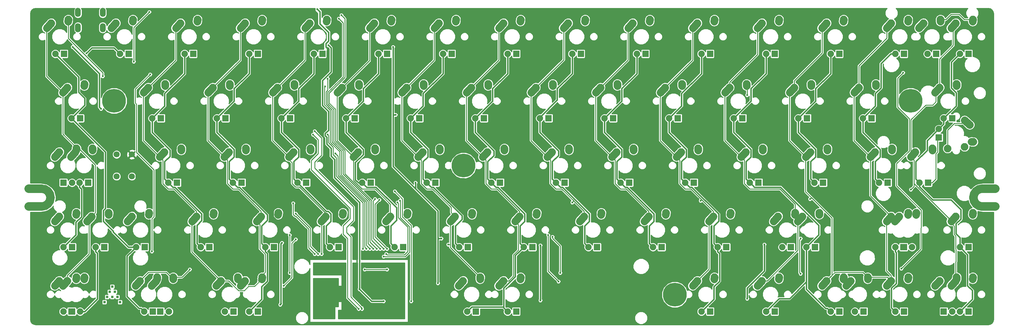
<source format=gtl>
G04 #@! TF.FileFunction,Copper,L1,Top,Signal*
%FSLAX46Y46*%
G04 Gerber Fmt 4.6, Leading zero omitted, Abs format (unit mm)*
G04 Created by KiCad (PCBNEW 4.0.6) date 10/22/17 20:43:40*
%MOMM*%
%LPD*%
G01*
G04 APERTURE LIST*
%ADD10C,0.100000*%
%ADD11C,2.501900*%
%ADD12C,2.250000*%
%ADD13C,2.250000*%
%ADD14C,1.905000*%
%ADD15R,1.905000X1.905000*%
%ADD16C,7.001300*%
%ADD17C,7.000240*%
%ADD18C,1.800000*%
%ADD19O,1.700000X2.700000*%
%ADD20R,0.762000X0.762000*%
%ADD21C,0.600000*%
%ADD22C,0.381000*%
%ADD23C,0.250000*%
%ADD24C,0.254000*%
G04 APERTURE END LIST*
D10*
D11*
X329212500Y-102099050D02*
X333012500Y-102099050D01*
X329212500Y-107400950D02*
G75*
G02X326561550Y-104750000I0J2650950D01*
G01*
X326561550Y-104750000D02*
G75*
G02X329212500Y-102099050I2650950J0D01*
G01*
X329212500Y-107400950D02*
X333062500Y-107400950D01*
X48012500Y-107400950D02*
X51812500Y-107400950D01*
X54463450Y-104750000D02*
G75*
G03X51812500Y-102099050I-2650950J0D01*
G01*
X51812500Y-107400950D02*
G75*
G03X54463450Y-104750000I0J2650950D01*
G01*
X48012500Y-102099050D02*
X51812500Y-102099050D01*
D12*
X169187500Y-90750000D02*
X169227500Y-90170000D01*
D13*
X169227500Y-90170000D03*
D12*
X162877500Y-92710000D02*
X164187500Y-91250000D01*
D13*
X164187500Y-91250000D03*
D14*
X165417500Y-100330000D03*
D15*
X167957500Y-100330000D03*
D12*
X97750000Y-52650000D02*
X97790000Y-52070000D01*
D13*
X97790000Y-52070000D03*
D12*
X91440000Y-54610000D02*
X92750000Y-53150000D01*
D13*
X92750000Y-53150000D03*
D14*
X93980000Y-62230000D03*
D15*
X96520000Y-62230000D03*
D16*
X73212500Y-76150000D03*
D17*
X176212500Y-95250000D03*
X238512500Y-133450000D03*
X308062500Y-76150000D03*
D12*
X250150000Y-52650000D02*
X250190000Y-52070000D01*
D13*
X250190000Y-52070000D03*
D12*
X243840000Y-54610000D02*
X245150000Y-53150000D01*
D13*
X245150000Y-53150000D03*
D14*
X246380000Y-62230000D03*
D15*
X248920000Y-62230000D03*
D12*
X78700000Y-52650000D02*
X78740000Y-52070000D01*
D13*
X78740000Y-52070000D03*
D12*
X72390000Y-54610000D02*
X73700000Y-53150000D01*
D13*
X73700000Y-53150000D03*
D14*
X74930000Y-62230000D03*
D15*
X77470000Y-62230000D03*
D12*
X116800000Y-52650000D02*
X116840000Y-52070000D01*
D13*
X116840000Y-52070000D03*
D12*
X110490000Y-54610000D02*
X111800000Y-53150000D01*
D13*
X111800000Y-53150000D03*
D14*
X113030000Y-62230000D03*
D15*
X115570000Y-62230000D03*
D12*
X135850000Y-52650000D02*
X135890000Y-52070000D01*
D13*
X135890000Y-52070000D03*
D12*
X129540000Y-54610000D02*
X130850000Y-53150000D01*
D13*
X130850000Y-53150000D03*
D14*
X132080000Y-62230000D03*
D15*
X134620000Y-62230000D03*
D12*
X154900000Y-52650000D02*
X154940000Y-52070000D01*
D13*
X154940000Y-52070000D03*
D12*
X148590000Y-54610000D02*
X149900000Y-53150000D01*
D13*
X149900000Y-53150000D03*
D14*
X151130000Y-62230000D03*
D15*
X153670000Y-62230000D03*
D12*
X173950000Y-52650000D02*
X173990000Y-52070000D01*
D13*
X173990000Y-52070000D03*
D12*
X167640000Y-54610000D02*
X168950000Y-53150000D01*
D13*
X168950000Y-53150000D03*
D14*
X170180000Y-62230000D03*
D15*
X172720000Y-62230000D03*
D12*
X193000000Y-52650000D02*
X193040000Y-52070000D01*
D13*
X193040000Y-52070000D03*
D12*
X186690000Y-54610000D02*
X188000000Y-53150000D01*
D13*
X188000000Y-53150000D03*
D14*
X189230000Y-62230000D03*
D15*
X191770000Y-62230000D03*
D12*
X212050000Y-52650000D02*
X212090000Y-52070000D01*
D13*
X212090000Y-52070000D03*
D12*
X205740000Y-54610000D02*
X207050000Y-53150000D01*
D13*
X207050000Y-53150000D03*
D14*
X208280000Y-62230000D03*
D15*
X210820000Y-62230000D03*
D12*
X231100000Y-52650000D02*
X231140000Y-52070000D01*
D13*
X231140000Y-52070000D03*
D12*
X224790000Y-54610000D02*
X226100000Y-53150000D01*
D13*
X226100000Y-53150000D03*
D14*
X227330000Y-62230000D03*
D15*
X229870000Y-62230000D03*
D12*
X283487500Y-90750000D02*
X283527500Y-90170000D01*
D13*
X283527500Y-90170000D03*
D12*
X277177500Y-92710000D02*
X278487500Y-91250000D01*
D13*
X278487500Y-91250000D03*
D14*
X279717500Y-100330000D03*
D15*
X282257500Y-100330000D03*
D12*
X235862500Y-109800000D02*
X235902500Y-109220000D01*
D13*
X235902500Y-109220000D03*
D12*
X229552500Y-111760000D02*
X230862500Y-110300000D01*
D13*
X230862500Y-110300000D03*
D14*
X232092500Y-119380000D03*
D15*
X234632500Y-119380000D03*
D12*
X269200000Y-52650000D02*
X269240000Y-52070000D01*
D13*
X269240000Y-52070000D03*
D12*
X262890000Y-54610000D02*
X264200000Y-53150000D01*
D13*
X264200000Y-53150000D03*
D14*
X265430000Y-62230000D03*
D15*
X267970000Y-62230000D03*
D12*
X254912500Y-109800000D02*
X254952500Y-109220000D01*
D13*
X254952500Y-109220000D03*
D12*
X248602500Y-111760000D02*
X249912500Y-110300000D01*
D13*
X249912500Y-110300000D03*
D14*
X251142500Y-119380000D03*
D15*
X253682500Y-119380000D03*
D12*
X281106250Y-109800000D02*
X281146250Y-109220000D01*
D13*
X281146250Y-109220000D03*
D12*
X274796250Y-111760000D02*
X276106250Y-110300000D01*
D13*
X276106250Y-110300000D03*
D14*
X277336250Y-119380000D03*
D15*
X279876250Y-119380000D03*
D12*
X273962500Y-109800000D02*
X274002500Y-109220000D01*
D13*
X274002500Y-109220000D03*
D12*
X267652500Y-111760000D02*
X268962500Y-110300000D01*
D13*
X268962500Y-110300000D03*
D14*
X270192500Y-119380000D03*
D15*
X272732500Y-119380000D03*
D12*
X264437500Y-90750000D02*
X264477500Y-90170000D01*
D13*
X264477500Y-90170000D03*
D12*
X258127500Y-92710000D02*
X259437500Y-91250000D01*
D13*
X259437500Y-91250000D03*
D14*
X260667500Y-100330000D03*
D15*
X263207500Y-100330000D03*
D12*
X288250000Y-52650000D02*
X288290000Y-52070000D01*
D13*
X288290000Y-52070000D03*
D12*
X281940000Y-54610000D02*
X283250000Y-53150000D01*
D13*
X283250000Y-53150000D03*
D14*
X284480000Y-62230000D03*
D15*
X287020000Y-62230000D03*
D12*
X92987500Y-90750000D02*
X93027500Y-90170000D01*
D13*
X93027500Y-90170000D03*
D12*
X86677500Y-92710000D02*
X87987500Y-91250000D01*
D13*
X87987500Y-91250000D03*
D14*
X89217500Y-100330000D03*
D15*
X91757500Y-100330000D03*
D12*
X109656250Y-128850000D02*
X109696250Y-128270000D01*
D13*
X109696250Y-128270000D03*
D12*
X103346250Y-130810000D02*
X104656250Y-129350000D01*
D13*
X104656250Y-129350000D03*
D14*
X105886250Y-138430000D03*
D15*
X108426250Y-138430000D03*
D12*
X178712500Y-109800000D02*
X178752500Y-109220000D01*
D13*
X178752500Y-109220000D03*
D12*
X172402500Y-111760000D02*
X173712500Y-110300000D01*
D13*
X173712500Y-110300000D03*
D14*
X174942500Y-119380000D03*
D15*
X177482500Y-119380000D03*
D12*
X326350000Y-52650000D02*
X326390000Y-52070000D01*
D13*
X326390000Y-52070000D03*
D12*
X320040000Y-54610000D02*
X321350000Y-53150000D01*
D13*
X321350000Y-53150000D03*
D14*
X322580000Y-62230000D03*
D15*
X325120000Y-62230000D03*
D12*
X316825000Y-52650000D02*
X316865000Y-52070000D01*
D13*
X316865000Y-52070000D03*
D12*
X310515000Y-54610000D02*
X311825000Y-53150000D01*
D13*
X311825000Y-53150000D03*
D14*
X313055000Y-62230000D03*
D15*
X315595000Y-62230000D03*
D12*
X140612500Y-109800000D02*
X140652500Y-109220000D01*
D13*
X140652500Y-109220000D03*
D12*
X134302500Y-111760000D02*
X135612500Y-110300000D01*
D13*
X135612500Y-110300000D03*
D14*
X136842500Y-119380000D03*
D15*
X139382500Y-119380000D03*
D12*
X66793750Y-90750000D02*
X66833750Y-90170000D01*
D13*
X66833750Y-90170000D03*
D12*
X60483750Y-92710000D02*
X61793750Y-91250000D01*
D13*
X61793750Y-91250000D03*
D14*
X63023750Y-100330000D03*
D15*
X65563750Y-100330000D03*
D12*
X62031250Y-128850000D02*
X62071250Y-128270000D01*
D13*
X62071250Y-128270000D03*
D12*
X55721250Y-130810000D02*
X57031250Y-129350000D01*
D13*
X57031250Y-129350000D03*
D14*
X58261250Y-138430000D03*
D15*
X60801250Y-138430000D03*
D12*
X131087500Y-90750000D02*
X131127500Y-90170000D01*
D13*
X131127500Y-90170000D03*
D12*
X124777500Y-92710000D02*
X126087500Y-91250000D01*
D13*
X126087500Y-91250000D03*
D14*
X127317500Y-100330000D03*
D15*
X129857500Y-100330000D03*
D12*
X307300000Y-52650000D02*
X307340000Y-52070000D01*
D13*
X307340000Y-52070000D03*
D12*
X300990000Y-54610000D02*
X302300000Y-53150000D01*
D13*
X302300000Y-53150000D03*
D14*
X303530000Y-62230000D03*
D15*
X306070000Y-62230000D03*
D12*
X307300000Y-128850000D02*
X307340000Y-128270000D01*
D13*
X307340000Y-128270000D03*
D12*
X300990000Y-130810000D02*
X302300000Y-129350000D01*
D13*
X302300000Y-129350000D03*
D14*
X303530000Y-138430000D03*
D15*
X306070000Y-138430000D03*
D12*
X126325000Y-71700000D02*
X126365000Y-71120000D01*
D13*
X126365000Y-71120000D03*
D12*
X120015000Y-73660000D02*
X121325000Y-72200000D01*
D13*
X121325000Y-72200000D03*
D14*
X122555000Y-81280000D03*
D15*
X125095000Y-81280000D03*
D12*
X314443750Y-90750000D02*
X314483750Y-90170000D01*
D13*
X314483750Y-90170000D03*
D12*
X308133750Y-92710000D02*
X309443750Y-91250000D01*
D13*
X309443750Y-91250000D03*
D14*
X310673750Y-100330000D03*
D15*
X313213750Y-100330000D03*
D12*
X59650000Y-52650000D02*
X59690000Y-52070000D01*
D13*
X59690000Y-52070000D03*
D12*
X53340000Y-54610000D02*
X54650000Y-53150000D01*
D13*
X54650000Y-53150000D03*
D14*
X55880000Y-62230000D03*
D15*
X58420000Y-62230000D03*
D12*
X150137500Y-90750000D02*
X150177500Y-90170000D01*
D13*
X150177500Y-90170000D03*
D12*
X143827500Y-92710000D02*
X145137500Y-91250000D01*
D13*
X145137500Y-91250000D03*
D14*
X146367500Y-100330000D03*
D15*
X148907500Y-100330000D03*
D12*
X250150000Y-128850000D02*
X250190000Y-128270000D01*
D13*
X250190000Y-128270000D03*
D12*
X243840000Y-130810000D02*
X245150000Y-129350000D01*
D13*
X245150000Y-129350000D03*
D14*
X246380000Y-138430000D03*
D15*
X248920000Y-138430000D03*
D12*
X188237500Y-90750000D02*
X188277500Y-90170000D01*
D13*
X188277500Y-90170000D03*
D12*
X181927500Y-92710000D02*
X183237500Y-91250000D01*
D13*
X183237500Y-91250000D03*
D14*
X184467500Y-100330000D03*
D15*
X187007500Y-100330000D03*
D12*
X221575000Y-71700000D02*
X221615000Y-71120000D01*
D13*
X221615000Y-71120000D03*
D12*
X215265000Y-73660000D02*
X216575000Y-72200000D01*
D13*
X216575000Y-72200000D03*
D14*
X217805000Y-81280000D03*
D15*
X220345000Y-81280000D03*
D12*
X83462500Y-109800000D02*
X83502500Y-109220000D01*
D13*
X83502500Y-109220000D03*
D12*
X77152500Y-111760000D02*
X78462500Y-110300000D01*
D13*
X78462500Y-110300000D03*
D14*
X79692500Y-119380000D03*
D15*
X82232500Y-119380000D03*
D12*
X302537500Y-90750000D02*
X302577500Y-90170000D01*
D13*
X302577500Y-90170000D03*
D12*
X296227500Y-92710000D02*
X297537500Y-91250000D01*
D13*
X297537500Y-91250000D03*
D14*
X298767500Y-100330000D03*
D15*
X301307500Y-100330000D03*
D12*
X207287500Y-90750000D02*
X207327500Y-90170000D01*
D13*
X207327500Y-90170000D03*
D12*
X200977500Y-92710000D02*
X202287500Y-91250000D01*
D13*
X202287500Y-91250000D03*
D14*
X203517500Y-100330000D03*
D15*
X206057500Y-100330000D03*
D12*
X226337500Y-90750000D02*
X226377500Y-90170000D01*
D13*
X226377500Y-90170000D03*
D12*
X220027500Y-92710000D02*
X221337500Y-91250000D01*
D13*
X221337500Y-91250000D03*
D14*
X222567500Y-100330000D03*
D15*
X225107500Y-100330000D03*
D12*
X245387500Y-90750000D02*
X245427500Y-90170000D01*
D13*
X245427500Y-90170000D03*
D12*
X239077500Y-92710000D02*
X240387500Y-91250000D01*
D13*
X240387500Y-91250000D03*
D14*
X241617500Y-100330000D03*
D15*
X244157500Y-100330000D03*
D12*
X288250000Y-128850000D02*
X288290000Y-128270000D01*
D13*
X288290000Y-128270000D03*
D12*
X281940000Y-130810000D02*
X283250000Y-129350000D01*
D13*
X283250000Y-129350000D03*
D14*
X284480000Y-138430000D03*
D15*
X287020000Y-138430000D03*
D12*
X216812500Y-109800000D02*
X216852500Y-109220000D01*
D13*
X216852500Y-109220000D03*
D12*
X210502500Y-111760000D02*
X211812500Y-110300000D01*
D13*
X211812500Y-110300000D03*
D14*
X213042500Y-119380000D03*
D15*
X215582500Y-119380000D03*
D12*
X197762500Y-109800000D02*
X197802500Y-109220000D01*
D13*
X197802500Y-109220000D03*
D12*
X191452500Y-111760000D02*
X192762500Y-110300000D01*
D13*
X192762500Y-110300000D03*
D14*
X193992500Y-119380000D03*
D15*
X196532500Y-119380000D03*
D12*
X240625000Y-71700000D02*
X240665000Y-71120000D01*
D13*
X240665000Y-71120000D03*
D12*
X234315000Y-73660000D02*
X235625000Y-72200000D01*
D13*
X235625000Y-72200000D03*
D14*
X236855000Y-81280000D03*
D15*
X239395000Y-81280000D03*
D12*
X259675000Y-71700000D02*
X259715000Y-71120000D01*
D13*
X259715000Y-71120000D03*
D12*
X253365000Y-73660000D02*
X254675000Y-72200000D01*
D13*
X254675000Y-72200000D03*
D14*
X255905000Y-81280000D03*
D15*
X258445000Y-81280000D03*
D12*
X88225000Y-71700000D02*
X88265000Y-71120000D01*
D13*
X88265000Y-71120000D03*
D12*
X81915000Y-73660000D02*
X83225000Y-72200000D01*
D13*
X83225000Y-72200000D03*
D14*
X84455000Y-81280000D03*
D15*
X86995000Y-81280000D03*
D12*
X145375000Y-71700000D02*
X145415000Y-71120000D01*
D13*
X145415000Y-71120000D03*
D12*
X139065000Y-73660000D02*
X140375000Y-72200000D01*
D13*
X140375000Y-72200000D03*
D14*
X141605000Y-81280000D03*
D15*
X144145000Y-81280000D03*
D12*
X326350000Y-128850000D02*
X326390000Y-128270000D01*
D13*
X326390000Y-128270000D03*
D12*
X320040000Y-130810000D02*
X321350000Y-129350000D01*
D13*
X321350000Y-129350000D03*
D14*
X322580000Y-138430000D03*
D15*
X325120000Y-138430000D03*
D12*
X326350000Y-109800000D02*
X326390000Y-109220000D01*
D13*
X326390000Y-109220000D03*
D12*
X320040000Y-111760000D02*
X321350000Y-110300000D01*
D13*
X321350000Y-110300000D03*
D14*
X322580000Y-119380000D03*
D15*
X325120000Y-119380000D03*
D12*
X112037500Y-90750000D02*
X112077500Y-90170000D01*
D13*
X112077500Y-90170000D03*
D12*
X105727500Y-92710000D02*
X107037500Y-91250000D01*
D13*
X107037500Y-91250000D03*
D14*
X108267500Y-100330000D03*
D15*
X110807500Y-100330000D03*
D12*
X71556250Y-109800000D02*
X71596250Y-109220000D01*
D13*
X71596250Y-109220000D03*
D12*
X65246250Y-111760000D02*
X66556250Y-110300000D01*
D13*
X66556250Y-110300000D03*
D14*
X67786250Y-119380000D03*
D15*
X70326250Y-119380000D03*
D12*
X181093750Y-128850000D02*
X181133750Y-128270000D01*
D13*
X181133750Y-128270000D03*
D12*
X174783750Y-130810000D02*
X176093750Y-129350000D01*
D13*
X176093750Y-129350000D03*
D14*
X177323750Y-138430000D03*
D15*
X179863750Y-138430000D03*
D12*
X193000000Y-128850000D02*
X193040000Y-128270000D01*
D13*
X193040000Y-128270000D03*
D12*
X186690000Y-130810000D02*
X188000000Y-129350000D01*
D13*
X188000000Y-129350000D03*
D14*
X189230000Y-138430000D03*
D15*
X191770000Y-138430000D03*
D12*
X164425000Y-71700000D02*
X164465000Y-71120000D01*
D13*
X164465000Y-71120000D03*
D12*
X158115000Y-73660000D02*
X159425000Y-72200000D01*
D13*
X159425000Y-72200000D03*
D14*
X160655000Y-81280000D03*
D15*
X163195000Y-81280000D03*
D12*
X64412500Y-71700000D02*
X64452500Y-71120000D01*
D13*
X64452500Y-71120000D03*
D12*
X58102500Y-73660000D02*
X59412500Y-72200000D01*
D13*
X59412500Y-72200000D03*
D14*
X60642500Y-81280000D03*
D15*
X63182500Y-81280000D03*
D12*
X202525000Y-71700000D02*
X202565000Y-71120000D01*
D13*
X202565000Y-71120000D03*
D12*
X196215000Y-73660000D02*
X197525000Y-72200000D01*
D13*
X197525000Y-72200000D03*
D14*
X198755000Y-81280000D03*
D15*
X201295000Y-81280000D03*
D12*
X307300000Y-109800000D02*
X307340000Y-109220000D01*
D13*
X307340000Y-109220000D03*
D12*
X300990000Y-111760000D02*
X302300000Y-110300000D01*
D13*
X302300000Y-110300000D03*
D14*
X303530000Y-119380000D03*
D15*
X306070000Y-119380000D03*
D12*
X159662500Y-109800000D02*
X159702500Y-109220000D01*
D13*
X159702500Y-109220000D03*
D12*
X153352500Y-111760000D02*
X154662500Y-110300000D01*
D13*
X154662500Y-110300000D03*
D14*
X155892500Y-119380000D03*
D15*
X158432500Y-119380000D03*
D12*
X107275000Y-71700000D02*
X107315000Y-71120000D01*
D13*
X107315000Y-71120000D03*
D12*
X100965000Y-73660000D02*
X102275000Y-72200000D01*
D13*
X102275000Y-72200000D03*
D14*
X103505000Y-81280000D03*
D15*
X106045000Y-81280000D03*
D12*
X85843750Y-128850000D02*
X85883750Y-128270000D01*
D13*
X85883750Y-128270000D03*
D12*
X79533750Y-130810000D02*
X80843750Y-129350000D01*
D13*
X80843750Y-129350000D03*
D14*
X82073750Y-138430000D03*
D15*
X84613750Y-138430000D03*
D12*
X121562500Y-109800000D02*
X121602500Y-109220000D01*
D13*
X121602500Y-109220000D03*
D12*
X115252500Y-111760000D02*
X116562500Y-110300000D01*
D13*
X116562500Y-110300000D03*
D14*
X117792500Y-119380000D03*
D15*
X120332500Y-119380000D03*
D12*
X183475000Y-71700000D02*
X183515000Y-71120000D01*
D13*
X183515000Y-71120000D03*
D12*
X177165000Y-73660000D02*
X178475000Y-72200000D01*
D13*
X178475000Y-72200000D03*
D14*
X179705000Y-81280000D03*
D15*
X182245000Y-81280000D03*
D12*
X102512500Y-109800000D02*
X102552500Y-109220000D01*
D13*
X102552500Y-109220000D03*
D12*
X96202500Y-111760000D02*
X97512500Y-110300000D01*
D13*
X97512500Y-110300000D03*
D14*
X98742500Y-119380000D03*
D15*
X101282500Y-119380000D03*
D12*
X278725000Y-71700000D02*
X278765000Y-71120000D01*
D13*
X278765000Y-71120000D03*
D12*
X272415000Y-73660000D02*
X273725000Y-72200000D01*
D13*
X273725000Y-72200000D03*
D14*
X274955000Y-81280000D03*
D15*
X277495000Y-81280000D03*
D12*
X321587500Y-71700000D02*
X321627500Y-71120000D01*
D13*
X321627500Y-71120000D03*
D12*
X315277500Y-73660000D02*
X316587500Y-72200000D01*
D13*
X316587500Y-72200000D03*
D14*
X317817500Y-81280000D03*
D15*
X320357500Y-81280000D03*
D12*
X297775000Y-71700000D02*
X297815000Y-71120000D01*
D13*
X297815000Y-71120000D03*
D12*
X291465000Y-73660000D02*
X292775000Y-72200000D01*
D13*
X292775000Y-72200000D03*
D14*
X294005000Y-81280000D03*
D15*
X296545000Y-81280000D03*
D12*
X269200000Y-128850000D02*
X269240000Y-128270000D01*
D13*
X269240000Y-128270000D03*
D12*
X262890000Y-130810000D02*
X264200000Y-129350000D01*
D13*
X264200000Y-129350000D03*
D14*
X265430000Y-138430000D03*
D15*
X267970000Y-138430000D03*
D18*
X78450000Y-92000000D03*
X73950000Y-98500000D03*
X73950000Y-92000000D03*
X78450000Y-98500000D03*
D19*
X62550000Y-54506250D03*
X69850000Y-54506250D03*
X69850000Y-50006250D03*
X62550000Y-50006250D03*
D12*
X62031250Y-109800000D02*
X62071250Y-109220000D01*
D13*
X62071250Y-109220000D03*
D12*
X55721250Y-111760000D02*
X57031250Y-110300000D01*
D13*
X57031250Y-110300000D03*
D14*
X58261250Y-119380000D03*
D15*
X60801250Y-119380000D03*
D12*
X116800000Y-128850000D02*
X116840000Y-128270000D01*
D13*
X116840000Y-128270000D03*
D12*
X110490000Y-130810000D02*
X111800000Y-129350000D01*
D13*
X111800000Y-129350000D03*
D14*
X113030000Y-138430000D03*
D15*
X115570000Y-138430000D03*
D12*
X295393750Y-128850000D02*
X295433750Y-128270000D01*
D13*
X295433750Y-128270000D03*
D12*
X289083750Y-130810000D02*
X290393750Y-129350000D01*
D13*
X290393750Y-129350000D03*
D14*
X291623750Y-138430000D03*
D15*
X294163750Y-138430000D03*
D12*
X325968750Y-88225000D02*
X326548750Y-88264998D01*
D13*
X326548750Y-88265000D03*
D12*
X324008750Y-81915000D02*
X325468758Y-83224990D01*
D13*
X325468750Y-83225000D03*
D15*
X316388750Y-86995000D03*
D14*
X316388750Y-84455000D03*
D13*
X323968750Y-89725000D03*
X318968750Y-90225000D03*
D12*
X62031250Y-90750000D02*
X62071250Y-90170000D01*
D13*
X62071250Y-90170000D03*
D12*
X55721250Y-92710000D02*
X57031250Y-91250000D01*
D13*
X57031250Y-91250000D03*
D15*
X58261250Y-100330000D03*
D14*
X60801250Y-100330000D03*
D12*
X64412500Y-128850000D02*
X64452500Y-128270000D01*
D13*
X64452500Y-128270000D03*
D12*
X58102500Y-130810000D02*
X59412500Y-129350000D01*
D13*
X59412500Y-129350000D03*
D15*
X60642500Y-138430000D03*
D14*
X63182500Y-138430000D03*
D12*
X90606250Y-128850000D02*
X90646250Y-128270000D01*
D13*
X90646250Y-128270000D03*
D12*
X84296250Y-130810000D02*
X85606250Y-129350000D01*
D13*
X85606250Y-129350000D03*
D15*
X86836250Y-138430000D03*
D14*
X89376250Y-138430000D03*
D12*
X321587500Y-128850000D02*
X321627500Y-128270000D01*
D13*
X321627500Y-128270000D03*
D12*
X315277500Y-130810000D02*
X316587500Y-129350000D01*
D13*
X316587500Y-129350000D03*
D15*
X317817500Y-138430000D03*
D14*
X320357500Y-138430000D03*
D12*
X309681250Y-109800000D02*
X309721250Y-109220000D01*
D13*
X309721250Y-109220000D03*
D12*
X303371250Y-111760000D02*
X304681250Y-110300000D01*
D13*
X304681250Y-110300000D03*
D15*
X305911250Y-119380000D03*
D14*
X308451250Y-119380000D03*
D20*
X72644000Y-134112000D03*
X74168000Y-134112000D03*
X71120000Y-134112000D03*
X71882000Y-132588000D03*
X73406000Y-132588000D03*
X72644000Y-131064000D03*
X70358000Y-135636000D03*
X74930000Y-135636000D03*
D21*
X160274000Y-138684000D03*
X160274000Y-141986000D03*
X156972000Y-141986000D03*
X153670000Y-141986000D03*
X150368000Y-141986000D03*
X147066000Y-141986000D03*
X143764000Y-141986000D03*
X140462000Y-141986000D03*
X137160000Y-141986000D03*
X133858000Y-141986000D03*
X130556000Y-128778000D03*
X130556000Y-132080000D03*
X130556000Y-135382000D03*
X130556000Y-138684000D03*
X130556000Y-141986000D03*
X144018000Y-124460000D03*
X70866000Y-61214000D03*
X143764000Y-133604000D03*
X154178000Y-68072000D03*
X133096000Y-49022000D03*
X291338000Y-68326000D03*
X136398000Y-104902000D03*
X294132000Y-103632000D03*
X258826000Y-103378000D03*
X219710000Y-103124000D03*
X120650000Y-103378000D03*
X179070000Y-102870000D03*
X160782000Y-103124000D03*
X157734000Y-130302000D03*
X166370000Y-129032000D03*
X255778000Y-68326000D03*
X219202000Y-68326000D03*
X180848000Y-68326000D03*
X114808000Y-68326000D03*
X119126000Y-125476000D03*
X162560000Y-123952000D03*
X186436000Y-123952000D03*
X220472000Y-123952000D03*
X259588000Y-123952000D03*
X299212000Y-123952000D03*
X79248000Y-103886000D03*
X86360000Y-123952000D03*
X79248000Y-68326000D03*
X155448000Y-130302000D03*
X145542000Y-133604000D03*
X65024000Y-62062875D03*
X136398000Y-59690000D03*
X145542000Y-131826000D03*
X152654000Y-135382000D03*
X78994000Y-64516000D03*
X83566000Y-49849500D03*
X140208000Y-50800000D03*
X151638000Y-119888000D03*
X139446000Y-51816000D03*
X150622000Y-119888000D03*
X138430000Y-91694000D03*
X147574000Y-119888000D03*
X126746000Y-109474000D03*
X133350000Y-121412000D03*
X125984000Y-106426000D03*
X132334000Y-121412000D03*
X136144000Y-86106000D03*
X146558000Y-119888000D03*
X202438000Y-116332000D03*
X204724000Y-127000000D03*
X124968000Y-115824000D03*
X124968000Y-127000000D03*
X126746000Y-117094000D03*
X201168000Y-115824000D03*
X204216000Y-129540000D03*
X275590000Y-127254000D03*
X275590000Y-116840000D03*
X123190000Y-130810000D03*
X136144000Y-69596000D03*
X149606000Y-119888000D03*
X69850000Y-68834000D03*
X135382000Y-71882000D03*
X148590000Y-119888000D03*
X259842000Y-74422000D03*
X246126000Y-105664000D03*
X157480000Y-105664000D03*
X152654000Y-122174000D03*
X95504000Y-125984000D03*
X134366000Y-121412000D03*
X171704000Y-118618000D03*
X156718000Y-106172000D03*
X153416000Y-121412000D03*
X208280000Y-106172000D03*
X151384000Y-105410000D03*
X278384000Y-105156000D03*
X153670000Y-119888000D03*
X150114000Y-105156000D03*
X152654000Y-119888000D03*
X308102000Y-102362000D03*
X168656000Y-130048000D03*
X264922000Y-118618000D03*
X155448000Y-60198000D03*
X122682000Y-118110000D03*
X198882000Y-135128000D03*
X122174000Y-136398000D03*
X69342000Y-78486000D03*
X60960000Y-60198000D03*
X198882000Y-118872000D03*
X259842000Y-134620000D03*
X169672000Y-116840000D03*
X162052000Y-100330000D03*
X156210000Y-80264000D03*
X155956000Y-102870000D03*
X160782000Y-135382000D03*
X147066000Y-125984000D03*
X153670000Y-125984000D03*
X305816000Y-67818000D03*
X305308000Y-125730000D03*
X83820000Y-68326000D03*
X84328000Y-120650000D03*
X132334000Y-85090000D03*
X146286000Y-137652000D03*
X131826000Y-86106000D03*
X145294000Y-137652000D03*
D22*
X129286000Y-138176000D02*
X130048000Y-138176000D01*
X130048000Y-138176000D02*
X130556000Y-138684000D01*
X160274000Y-141986000D02*
X160274000Y-138684000D01*
X153670000Y-141986000D02*
X156972000Y-141986000D01*
X147066000Y-141986000D02*
X150368000Y-141986000D01*
X140462000Y-141986000D02*
X143764000Y-141986000D01*
X133858000Y-141986000D02*
X137160000Y-141986000D01*
X130556000Y-132080000D02*
X130556000Y-128778000D01*
X130556000Y-138684000D02*
X130556000Y-135382000D01*
X122428000Y-138176000D02*
X129286000Y-138176000D01*
X120904000Y-135890000D02*
X120904000Y-136652000D01*
X120904000Y-136652000D02*
X122428000Y-138176000D01*
X119126000Y-125476000D02*
X120904000Y-127254000D01*
X120904000Y-127254000D02*
X120904000Y-135890000D01*
X144780000Y-124460000D02*
X144780000Y-107442000D01*
X144780000Y-132842000D02*
X144780000Y-124460000D01*
X144780000Y-124460000D02*
X144018000Y-124460000D01*
X70866000Y-61214000D02*
X70866000Y-61638264D01*
X70866000Y-61638264D02*
X77553736Y-68326000D01*
X77553736Y-68326000D02*
X78232000Y-68326000D01*
X145542000Y-133604000D02*
X143764000Y-133604000D01*
X154409183Y-67586817D02*
X154409183Y-68072000D01*
X154409183Y-68072000D02*
X154409183Y-95735183D01*
X154178000Y-68072000D02*
X154409183Y-68072000D01*
X133858000Y-49921000D02*
X133858000Y-49784000D01*
X133858000Y-49784000D02*
X133096000Y-49022000D01*
X291338000Y-68326000D02*
X291338000Y-69088000D01*
X291338000Y-69088000D02*
X288953599Y-71472401D01*
X288953599Y-71472401D02*
X288953599Y-97691599D01*
X288953599Y-97691599D02*
X294848001Y-103586001D01*
X79248000Y-68326000D02*
X78232000Y-68326000D01*
X145542000Y-133604000D02*
X144780000Y-132842000D01*
X134881510Y-86908469D02*
X134881510Y-86875510D01*
X135128000Y-97790000D02*
X135128000Y-87154959D01*
X135636000Y-60198000D02*
X135636000Y-59182000D01*
X136398000Y-60960000D02*
X135636000Y-60198000D01*
X134881510Y-86875510D02*
X133858000Y-85852000D01*
X136398000Y-55880000D02*
X133858000Y-53340000D01*
X144780000Y-107442000D02*
X135128000Y-97790000D01*
X133858000Y-85852000D02*
X133858000Y-69850000D01*
X135128000Y-87154959D02*
X134881510Y-86908469D01*
X136398000Y-67310000D02*
X136398000Y-60960000D01*
X133858000Y-69850000D02*
X136398000Y-67310000D01*
X135636000Y-59182000D02*
X136398000Y-58420000D01*
X136398000Y-58420000D02*
X136398000Y-55880000D01*
X133858000Y-53340000D02*
X133858000Y-49921000D01*
X136398000Y-104902000D02*
X136398000Y-104648000D01*
X294132000Y-103632000D02*
X294802002Y-103632000D01*
X294802002Y-103632000D02*
X294848001Y-103586001D01*
X250853599Y-96167599D02*
X258064000Y-103378000D01*
X258064000Y-103378000D02*
X259288001Y-104602001D01*
X258826000Y-103378000D02*
X258064000Y-103378000D01*
X212753599Y-96929599D02*
X218948000Y-103124000D01*
X218948000Y-103124000D02*
X220426001Y-104602001D01*
X219710000Y-103124000D02*
X219285736Y-103124000D01*
X219285736Y-103124000D02*
X218948000Y-103124000D01*
X120142000Y-103378000D02*
X120142000Y-104902000D01*
X120142000Y-94234000D02*
X120142000Y-103378000D01*
X120142000Y-103378000D02*
X120650000Y-103378000D01*
X120049656Y-110430144D02*
X120049656Y-104994344D01*
X120049656Y-104994344D02*
X120142000Y-104902000D01*
X180086000Y-102870000D02*
X186436000Y-109220000D01*
X180086000Y-102870000D02*
X179070000Y-102870000D01*
X176356621Y-99140621D02*
X180086000Y-102870000D01*
X180848000Y-68326000D02*
X180106058Y-68326000D01*
X171171627Y-77260431D02*
X171171627Y-94008599D01*
X186436000Y-109220000D02*
X186436000Y-123952000D01*
X180106058Y-68326000D02*
X171171627Y-77260431D01*
X171171627Y-94008599D02*
X170526099Y-94654127D01*
X170526099Y-94654127D02*
X170526099Y-95845873D01*
X173820847Y-99140621D02*
X176356621Y-99140621D01*
X170526099Y-95845873D02*
X173820847Y-99140621D01*
X161798000Y-103124000D02*
X163576000Y-104902000D01*
X154409183Y-95735183D02*
X161798000Y-103124000D01*
X161798000Y-103124000D02*
X160782000Y-103124000D01*
X155448000Y-130302000D02*
X157734000Y-130302000D01*
X78450000Y-92000000D02*
X77550001Y-91100001D01*
X77550001Y-91100001D02*
X77550001Y-70023999D01*
X77550001Y-70023999D02*
X78948001Y-68625999D01*
X78948001Y-68625999D02*
X79248000Y-68326000D01*
X166370000Y-129032000D02*
X163576000Y-126238000D01*
X163576000Y-126238000D02*
X163576000Y-122936000D01*
X79248000Y-91202000D02*
X78450000Y-92000000D01*
X294848001Y-103586001D02*
X295148000Y-103886000D01*
X255778000Y-68326000D02*
X250853599Y-73250401D01*
X250853599Y-73250401D02*
X250853599Y-96167599D01*
X259288001Y-104602001D02*
X259588000Y-104902000D01*
X219202000Y-68326000D02*
X218206058Y-68326000D01*
X212753599Y-73778459D02*
X212753599Y-96929599D01*
X218206058Y-68326000D02*
X212753599Y-73778459D01*
X220426001Y-104602001D02*
X220726000Y-104902000D01*
X115858901Y-89950901D02*
X120142000Y-94234000D01*
X114808000Y-68326000D02*
X115858901Y-69376901D01*
X115858901Y-69376901D02*
X115858901Y-89950901D01*
X119126000Y-125476000D02*
X121675501Y-122926499D01*
X121675501Y-122926499D02*
X121675501Y-112055989D01*
X121675501Y-112055989D02*
X120049656Y-110430144D01*
X162560000Y-123952000D02*
X163576000Y-122936000D01*
X163576000Y-122936000D02*
X163576000Y-104902000D01*
X220472000Y-123952000D02*
X220771999Y-123652001D01*
X220771999Y-123652001D02*
X220771999Y-104947999D01*
X220771999Y-104947999D02*
X220726000Y-104902000D01*
X259588000Y-123952000D02*
X259588000Y-104902000D01*
X295148000Y-103886000D02*
X297659401Y-106397401D01*
X297659401Y-106397401D02*
X297659401Y-122399401D01*
X297659401Y-122399401D02*
X299212000Y-123952000D01*
X78450000Y-103886000D02*
X78450000Y-108044558D01*
X78450000Y-100409942D02*
X78450000Y-103886000D01*
X78450000Y-103886000D02*
X79248000Y-103886000D01*
X78450000Y-92000000D02*
X79740501Y-93290501D01*
X83575501Y-121167501D02*
X86360000Y-123952000D01*
X79740501Y-93290501D02*
X79740501Y-99119441D01*
X79740501Y-99119441D02*
X78450000Y-100409942D01*
X78450000Y-108044558D02*
X83575501Y-113170059D01*
X83575501Y-113170059D02*
X83575501Y-121167501D01*
X145542000Y-133604000D02*
X148082000Y-136144000D01*
X148082000Y-136144000D02*
X153162000Y-136144000D01*
X153162000Y-136144000D02*
X155448000Y-133858000D01*
X155448000Y-133858000D02*
X155448000Y-130302000D01*
X155892500Y-119380000D02*
X154778099Y-118265599D01*
X154778099Y-118265599D02*
X154778099Y-113155487D01*
X156464000Y-107696000D02*
X150441001Y-101673001D01*
X154778099Y-113155487D02*
X156464000Y-111469586D01*
X156464000Y-111469586D02*
X156464000Y-107696000D01*
X150441001Y-101673001D02*
X147710501Y-101673001D01*
X147710501Y-101673001D02*
X146367500Y-100330000D01*
X141605000Y-81280000D02*
X141605000Y-85474558D01*
X141605000Y-85474558D02*
X146653001Y-90522559D01*
X146653001Y-90522559D02*
X146653001Y-92025427D01*
X146653001Y-92025427D02*
X144343010Y-94335418D01*
X144343010Y-94335418D02*
X144343010Y-99467172D01*
X145205838Y-100330000D02*
X146367500Y-100330000D01*
X144343010Y-99467172D02*
X145205838Y-100330000D01*
X136398000Y-59690000D02*
X137160000Y-60452000D01*
X145542000Y-106172000D02*
X145542000Y-107188000D01*
X135890000Y-86868000D02*
X135890000Y-88900000D01*
X137160000Y-60452000D02*
X137160000Y-67564000D01*
X137160000Y-67564000D02*
X134625942Y-70098058D01*
X134625942Y-70098058D02*
X134620000Y-70098058D01*
X137160000Y-92456000D02*
X138168490Y-93464490D01*
X137160000Y-90170000D02*
X137160000Y-92456000D01*
X138168490Y-93464490D02*
X138168490Y-98798490D01*
X134620000Y-70098058D02*
X134620000Y-77470000D01*
X145542000Y-107188000D02*
X145542000Y-131826000D01*
X134620000Y-77470000D02*
X136390490Y-79240490D01*
X136390490Y-79240490D02*
X136390490Y-84837568D01*
X135453499Y-85774559D02*
X135453499Y-86437441D01*
X136390490Y-84837568D02*
X135453499Y-85774559D01*
X135453499Y-86437441D02*
X135884058Y-86868000D01*
X135890000Y-88900000D02*
X137160000Y-90170000D01*
X135884058Y-86868000D02*
X135890000Y-86868000D01*
X138168490Y-98798490D02*
X145542000Y-106172000D01*
X322580000Y-119380000D02*
X322580000Y-116558914D01*
X322580000Y-116558914D02*
X321465599Y-115444513D01*
X316992000Y-105410000D02*
X314592088Y-105410000D01*
X321465599Y-115444513D02*
X321465599Y-112475329D01*
X321465599Y-112475329D02*
X322865501Y-111075427D01*
X322865501Y-111075427D02*
X322865501Y-108259539D01*
X322865501Y-108259539D02*
X320006461Y-105400499D01*
X320006461Y-105400499D02*
X317001501Y-105400499D01*
X317001501Y-105400499D02*
X316992000Y-105410000D01*
X314592088Y-105410000D02*
X310673750Y-101491662D01*
X310673750Y-101491662D02*
X310673750Y-100330000D01*
X55880000Y-62230000D02*
X62738000Y-69088000D01*
X62738000Y-69088000D02*
X62738000Y-73625099D01*
X62738000Y-73625099D02*
X64516000Y-75403099D01*
X64516000Y-77406500D02*
X60642500Y-81280000D01*
X64516000Y-75403099D02*
X64516000Y-77406500D01*
X73152000Y-60452000D02*
X66634875Y-60452000D01*
X66634875Y-60452000D02*
X66040000Y-61046875D01*
X66040000Y-61046875D02*
X65024000Y-62062875D01*
X303530000Y-62230000D02*
X302182962Y-62230000D01*
X302182962Y-62230000D02*
X299330501Y-65082461D01*
X299330501Y-65082461D02*
X299330501Y-72287485D01*
X299330501Y-72287485D02*
X297659401Y-73958585D01*
X127317500Y-100330000D02*
X135771999Y-108784499D01*
X135771999Y-108784499D02*
X136339941Y-108784499D01*
X136339941Y-108784499D02*
X137128001Y-109572559D01*
X137128001Y-111755585D02*
X135728099Y-113155487D01*
X135728099Y-113155487D02*
X135728099Y-118265599D01*
X137128001Y-109572559D02*
X137128001Y-111755585D01*
X135890001Y-118427501D02*
X136842500Y-119380000D01*
X135728099Y-118265599D02*
X135890001Y-118427501D01*
X74930000Y-62230000D02*
X73152000Y-60452000D01*
X177323750Y-138430000D02*
X178666751Y-137086999D01*
X178666751Y-137086999D02*
X187886999Y-137086999D01*
X187886999Y-137086999D02*
X188277501Y-137477501D01*
X188277501Y-137477501D02*
X189230000Y-138430000D01*
X63182500Y-138430000D02*
X64529538Y-138430000D01*
X64529538Y-138430000D02*
X68233901Y-134725637D01*
X68233901Y-134725637D02*
X68233901Y-121174689D01*
X68233901Y-121174689D02*
X67786250Y-120727038D01*
X67786250Y-120727038D02*
X67786250Y-119380000D01*
X82073750Y-138430000D02*
X81121251Y-137477501D01*
X81121251Y-137477501D02*
X80553977Y-137477501D01*
X80553977Y-137477501D02*
X77022349Y-133945873D01*
X77022349Y-133945873D02*
X77022349Y-122050151D01*
X77022349Y-122050151D02*
X78740001Y-120332499D01*
X78740001Y-120332499D02*
X79692500Y-119380000D01*
X113030000Y-138430000D02*
X116684401Y-134775599D01*
X116684401Y-134775599D02*
X116684401Y-131108585D01*
X118355501Y-121290039D02*
X117792500Y-120727038D01*
X116684401Y-131108585D02*
X118355501Y-129437485D01*
X118355501Y-129437485D02*
X118355501Y-121290039D01*
X117792500Y-120727038D02*
X117792500Y-119380000D01*
X189230000Y-138430000D02*
X188115599Y-137315599D01*
X188115599Y-137315599D02*
X188115599Y-131525329D01*
X188115599Y-131525329D02*
X191487156Y-128153772D01*
X191487156Y-128153772D02*
X191487156Y-121885344D01*
X191487156Y-121885344D02*
X193040001Y-120332499D01*
X193040001Y-120332499D02*
X193992500Y-119380000D01*
X322580000Y-119380000D02*
X324837156Y-121637156D01*
X324837156Y-121637156D02*
X324837156Y-130808242D01*
X324837156Y-130808242D02*
X326234401Y-132205487D01*
X326234401Y-132205487D02*
X326234401Y-134775599D01*
X323532499Y-137477501D02*
X322580000Y-138430000D01*
X326234401Y-134775599D02*
X323532499Y-137477501D01*
X303530000Y-138430000D02*
X302415599Y-137315599D01*
X302415599Y-137315599D02*
X302415599Y-131525329D01*
X302415599Y-131525329D02*
X303815501Y-130125427D01*
X303815501Y-130125427D02*
X303815501Y-121012539D01*
X303815501Y-121012539D02*
X303530000Y-120727038D01*
X303530000Y-120727038D02*
X303530000Y-119380000D01*
X277336250Y-129631024D02*
X277336250Y-131853524D01*
X283527501Y-137477501D02*
X284480000Y-138430000D01*
X277336250Y-131853524D02*
X282960227Y-137477501D01*
X282960227Y-137477501D02*
X283527501Y-137477501D01*
X246380000Y-138430000D02*
X250034401Y-134775599D01*
X250034401Y-134775599D02*
X250034401Y-131108585D01*
X251142500Y-120727038D02*
X251142500Y-119380000D01*
X250034401Y-131108585D02*
X251705501Y-129437485D01*
X251705501Y-129437485D02*
X251705501Y-121290039D01*
X251705501Y-121290039D02*
X251142500Y-120727038D01*
X265430000Y-138430000D02*
X269268599Y-134591401D01*
X272375873Y-134591401D02*
X277336250Y-129631024D01*
X269268599Y-134591401D02*
X272375873Y-134591401D01*
X277336250Y-129631024D02*
X277336250Y-120727038D01*
X277336250Y-120727038D02*
X277336250Y-119380000D01*
X277336250Y-119380000D02*
X280990651Y-115725599D01*
X280990651Y-115725599D02*
X280990651Y-112941459D01*
X280990651Y-112941459D02*
X269722193Y-101673001D01*
X269722193Y-101673001D02*
X262010501Y-101673001D01*
X262010501Y-101673001D02*
X261619999Y-101282499D01*
X261619999Y-101282499D02*
X260667500Y-100330000D01*
X241617500Y-100330000D02*
X242960501Y-101673001D01*
X250028099Y-113155487D02*
X250028099Y-118265599D01*
X242960501Y-101673001D02*
X243528443Y-101673001D01*
X243528443Y-101673001D02*
X251460000Y-109604558D01*
X251460000Y-109604558D02*
X251460000Y-111723586D01*
X251460000Y-111723586D02*
X250028099Y-113155487D01*
X250028099Y-118265599D02*
X250190001Y-118427501D01*
X250190001Y-118427501D02*
X251142500Y-119380000D01*
X222567500Y-100330000D02*
X223910501Y-101673001D01*
X223910501Y-101673001D02*
X224478443Y-101673001D01*
X224478443Y-101673001D02*
X232378001Y-109572559D01*
X232378001Y-109572559D02*
X232378001Y-111755585D01*
X230978099Y-118265599D02*
X231140001Y-118427501D01*
X232378001Y-111755585D02*
X230978099Y-113155487D01*
X230978099Y-113155487D02*
X230978099Y-118265599D01*
X231140001Y-118427501D02*
X232092500Y-119380000D01*
X203517500Y-100330000D02*
X204860501Y-101673001D01*
X211928099Y-118265599D02*
X212090001Y-118427501D01*
X204860501Y-101673001D02*
X205428443Y-101673001D01*
X205428443Y-101673001D02*
X213328001Y-109572559D01*
X212090001Y-118427501D02*
X213042500Y-119380000D01*
X213328001Y-109572559D02*
X213328001Y-111755585D01*
X213328001Y-111755585D02*
X211928099Y-113155487D01*
X211928099Y-113155487D02*
X211928099Y-118265599D01*
X184467500Y-100330000D02*
X185810501Y-101673001D01*
X185810501Y-101673001D02*
X186378443Y-101673001D01*
X186378443Y-101673001D02*
X194278001Y-109572559D01*
X194278001Y-109572559D02*
X194278001Y-111755585D01*
X194278001Y-111755585D02*
X192878099Y-113155487D01*
X192878099Y-113155487D02*
X192878099Y-118265599D01*
X192878099Y-118265599D02*
X193040001Y-118427501D01*
X193040001Y-118427501D02*
X193992500Y-119380000D01*
X165417500Y-100330000D02*
X166760501Y-101673001D01*
X166760501Y-101673001D02*
X167328443Y-101673001D01*
X167328443Y-101673001D02*
X175768000Y-110112558D01*
X175768000Y-110112558D02*
X175768000Y-111215586D01*
X175768000Y-111215586D02*
X173828099Y-113155487D01*
X173828099Y-113155487D02*
X173828099Y-118265599D01*
X173828099Y-118265599D02*
X173990001Y-118427501D01*
X173990001Y-118427501D02*
X174942500Y-119380000D01*
X108267500Y-100330000D02*
X109610501Y-101673001D01*
X118364000Y-109858558D02*
X118364000Y-111469586D01*
X109610501Y-101673001D02*
X110178443Y-101673001D01*
X110178443Y-101673001D02*
X118364000Y-109858558D01*
X116840001Y-118427501D02*
X117792500Y-119380000D01*
X118364000Y-111469586D02*
X116678099Y-113155487D01*
X116678099Y-113155487D02*
X116678099Y-118265599D01*
X116678099Y-118265599D02*
X116840001Y-118427501D01*
X89217500Y-100330000D02*
X90560501Y-101673001D01*
X90560501Y-101673001D02*
X91128443Y-101673001D01*
X91128443Y-101673001D02*
X99028001Y-109572559D01*
X99028001Y-111537999D02*
X97628099Y-112937901D01*
X97628099Y-118265599D02*
X97790001Y-118427501D01*
X99028001Y-109572559D02*
X99028001Y-111537999D01*
X97628099Y-112937901D02*
X97628099Y-118265599D01*
X97790001Y-118427501D02*
X98742500Y-119380000D01*
X58261250Y-119380000D02*
X61915651Y-115725599D01*
X61915651Y-115725599D02*
X61915651Y-112058585D01*
X61915651Y-112058585D02*
X63586751Y-110387485D01*
X63023750Y-101677038D02*
X63023750Y-100330000D01*
X63586751Y-110387485D02*
X63586751Y-102240039D01*
X63586751Y-102240039D02*
X63023750Y-101677038D01*
X84455000Y-81280000D02*
X84455000Y-85474558D01*
X89662000Y-92546586D02*
X88103099Y-94105487D01*
X84455000Y-85474558D02*
X89662000Y-90681558D01*
X89662000Y-90681558D02*
X89662000Y-92546586D01*
X88103099Y-94105487D02*
X88103099Y-99215599D01*
X88103099Y-99215599D02*
X88265001Y-99377501D01*
X88265001Y-99377501D02*
X89217500Y-100330000D01*
X103505000Y-81280000D02*
X103505000Y-85474558D01*
X103505000Y-85474558D02*
X108553001Y-90522559D01*
X107153099Y-99215599D02*
X107315001Y-99377501D01*
X107315001Y-99377501D02*
X108267500Y-100330000D01*
X108553001Y-90522559D02*
X108553001Y-92705585D01*
X108553001Y-92705585D02*
X107153099Y-94105487D01*
X107153099Y-94105487D02*
X107153099Y-99215599D01*
X122555000Y-81280000D02*
X122555000Y-85474558D01*
X122555000Y-85474558D02*
X127603001Y-90522559D01*
X127603001Y-90522559D02*
X127603001Y-92705585D01*
X127603001Y-92705585D02*
X126203099Y-94105487D01*
X126203099Y-94105487D02*
X126203099Y-99215599D01*
X126365001Y-99377501D02*
X127317500Y-100330000D01*
X126203099Y-99215599D02*
X126365001Y-99377501D01*
X160655000Y-81280000D02*
X160655000Y-85474558D01*
X160655000Y-85474558D02*
X165703001Y-90522559D01*
X164303099Y-99215599D02*
X164465001Y-99377501D01*
X165703001Y-90522559D02*
X165703001Y-92705585D01*
X165703001Y-92705585D02*
X164303099Y-94105487D01*
X164303099Y-94105487D02*
X164303099Y-99215599D01*
X164465001Y-99377501D02*
X165417500Y-100330000D01*
X179705000Y-81280000D02*
X179705000Y-85474558D01*
X179705000Y-85474558D02*
X185166000Y-90935558D01*
X185166000Y-92292586D02*
X183353099Y-94105487D01*
X185166000Y-90935558D02*
X185166000Y-92292586D01*
X183353099Y-94105487D02*
X183353099Y-99215599D01*
X183353099Y-99215599D02*
X183515001Y-99377501D01*
X183515001Y-99377501D02*
X184467500Y-100330000D01*
X198755000Y-81280000D02*
X198755000Y-85474558D01*
X198755000Y-85474558D02*
X204216000Y-90935558D01*
X204216000Y-90935558D02*
X204216000Y-92292586D01*
X204216000Y-92292586D02*
X202403099Y-94105487D01*
X202403099Y-94105487D02*
X202403099Y-99215599D01*
X202403099Y-99215599D02*
X202565001Y-99377501D01*
X202565001Y-99377501D02*
X203517500Y-100330000D01*
X217805000Y-81280000D02*
X217805000Y-85474558D01*
X217805000Y-85474558D02*
X222853001Y-90522559D01*
X222853001Y-90522559D02*
X222853001Y-92705585D01*
X221615001Y-99377501D02*
X222567500Y-100330000D01*
X222853001Y-92705585D02*
X221453099Y-94105487D01*
X221453099Y-94105487D02*
X221453099Y-99215599D01*
X221453099Y-99215599D02*
X221615001Y-99377501D01*
X236855000Y-81280000D02*
X236855000Y-85474558D01*
X236855000Y-85474558D02*
X241903001Y-90522559D01*
X241903001Y-90522559D02*
X241903001Y-92705585D01*
X241903001Y-92705585D02*
X240503099Y-94105487D01*
X240503099Y-94105487D02*
X240503099Y-99215599D01*
X240503099Y-99215599D02*
X240665001Y-99377501D01*
X240665001Y-99377501D02*
X241617500Y-100330000D01*
X255905000Y-81280000D02*
X255905000Y-85474558D01*
X259715001Y-99377501D02*
X260667500Y-100330000D01*
X255905000Y-85474558D02*
X260953001Y-90522559D01*
X260953001Y-90522559D02*
X260953001Y-92705585D01*
X260953001Y-92705585D02*
X259553099Y-94105487D01*
X259553099Y-94105487D02*
X259553099Y-99215599D01*
X259553099Y-99215599D02*
X259715001Y-99377501D01*
X274955000Y-81280000D02*
X274955000Y-85474558D01*
X274955000Y-85474558D02*
X280003001Y-90522559D01*
X278765001Y-99377501D02*
X279717500Y-100330000D01*
X280003001Y-90522559D02*
X280003001Y-92705585D01*
X280003001Y-92705585D02*
X278603099Y-94105487D01*
X278603099Y-94105487D02*
X278603099Y-99215599D01*
X278603099Y-99215599D02*
X278765001Y-99377501D01*
X294005000Y-81280000D02*
X294005000Y-85474558D01*
X294005000Y-85474558D02*
X299053001Y-90522559D01*
X299053001Y-90522559D02*
X299053001Y-92705585D01*
X299053001Y-92705585D02*
X297653099Y-94105487D01*
X297653099Y-94105487D02*
X297653099Y-99215599D01*
X297653099Y-99215599D02*
X297815001Y-99377501D01*
X297815001Y-99377501D02*
X298767500Y-100330000D01*
X316388750Y-84455000D02*
X312930906Y-87912844D01*
X312930906Y-90733930D02*
X309559349Y-94105487D01*
X312930906Y-87912844D02*
X312930906Y-90733930D01*
X309721251Y-99377501D02*
X310673750Y-100330000D01*
X309559349Y-94105487D02*
X309559349Y-99215599D01*
X309559349Y-99215599D02*
X309721251Y-99377501D01*
X317817500Y-81280000D02*
X317817500Y-83026250D01*
X317817500Y-83026250D02*
X316388750Y-84455000D01*
X317817500Y-81280000D02*
X321471901Y-77625599D01*
X321471901Y-77625599D02*
X321471901Y-73727389D01*
X321471901Y-73727389D02*
X320074656Y-72330144D01*
X320074656Y-72330144D02*
X320074656Y-64735344D01*
X320074656Y-64735344D02*
X321627501Y-63182499D01*
X321627501Y-63182499D02*
X322580000Y-62230000D01*
X294005000Y-81280000D02*
X297659401Y-77625599D01*
X297659401Y-77625599D02*
X297659401Y-73958585D01*
X274955000Y-81280000D02*
X280063599Y-76171401D01*
X280063599Y-76171401D02*
X280063599Y-72504387D01*
X280063599Y-72504387D02*
X284480000Y-68087986D01*
X284480000Y-68087986D02*
X284480000Y-63577038D01*
X284480000Y-63577038D02*
X284480000Y-62230000D01*
X255905000Y-81280000D02*
X261013599Y-76171401D01*
X265430000Y-63577038D02*
X265430000Y-62230000D01*
X261013599Y-76171401D02*
X261013599Y-72504387D01*
X261013599Y-72504387D02*
X265430000Y-68087986D01*
X265430000Y-68087986D02*
X265430000Y-63577038D01*
X236855000Y-81280000D02*
X240509401Y-77625599D01*
X240509401Y-77625599D02*
X240509401Y-73958585D01*
X240509401Y-73958585D02*
X246380000Y-68087986D01*
X246380000Y-68087986D02*
X246380000Y-63577038D01*
X246380000Y-63577038D02*
X246380000Y-62230000D01*
X217805000Y-81280000D02*
X222913599Y-76171401D01*
X222913599Y-76171401D02*
X222913599Y-72504387D01*
X222913599Y-72504387D02*
X227330000Y-68087986D01*
X227330000Y-68087986D02*
X227330000Y-63577038D01*
X227330000Y-63577038D02*
X227330000Y-62230000D01*
X198755000Y-81280000D02*
X198755000Y-80998914D01*
X198755000Y-80998914D02*
X203863599Y-75890315D01*
X203863599Y-75890315D02*
X203863599Y-72504387D01*
X203863599Y-72504387D02*
X208280000Y-68087986D01*
X208280000Y-68087986D02*
X208280000Y-63577038D01*
X208280000Y-63577038D02*
X208280000Y-62230000D01*
X179705000Y-81280000D02*
X184813599Y-76171401D01*
X184813599Y-76171401D02*
X184813599Y-72504387D01*
X184813599Y-72504387D02*
X189230000Y-68087986D01*
X189230000Y-68087986D02*
X189230000Y-63577038D01*
X189230000Y-63577038D02*
X189230000Y-62230000D01*
X160655000Y-81280000D02*
X164309401Y-77625599D01*
X164309401Y-77625599D02*
X164309401Y-73958585D01*
X164309401Y-73958585D02*
X170180000Y-68087986D01*
X170180000Y-68087986D02*
X170180000Y-63577038D01*
X170180000Y-63577038D02*
X170180000Y-62230000D01*
X141605000Y-81280000D02*
X146713599Y-76171401D01*
X146713599Y-76171401D02*
X146713599Y-72504387D01*
X146713599Y-72504387D02*
X151130000Y-68087986D01*
X151130000Y-68087986D02*
X151130000Y-63577038D01*
X151130000Y-63577038D02*
X151130000Y-62230000D01*
X122555000Y-81280000D02*
X127663599Y-76171401D01*
X127663599Y-76171401D02*
X127663599Y-72504387D01*
X127663599Y-72504387D02*
X132080000Y-68087986D01*
X132080000Y-68087986D02*
X132080000Y-63577038D01*
X132080000Y-63577038D02*
X132080000Y-62230000D01*
X103505000Y-81280000D02*
X108613599Y-76171401D01*
X108613599Y-76171401D02*
X108613599Y-72504387D01*
X108613599Y-72504387D02*
X113030000Y-68087986D01*
X113030000Y-68087986D02*
X113030000Y-63577038D01*
X113030000Y-63577038D02*
X113030000Y-62230000D01*
X84455000Y-81280000D02*
X88109401Y-77625599D01*
X88109401Y-73958585D02*
X93980000Y-68087986D01*
X88109401Y-77625599D02*
X88109401Y-73958585D01*
X93980000Y-63577038D02*
X93980000Y-62230000D01*
X93980000Y-68087986D02*
X93980000Y-63577038D01*
X60642500Y-81280000D02*
X70615151Y-91252651D01*
X70615151Y-91252651D02*
X70615151Y-107958157D01*
X70615151Y-107958157D02*
X70043406Y-108529902D01*
X72894849Y-114609685D02*
X72894849Y-114895873D01*
X70043406Y-108529902D02*
X70043406Y-111758242D01*
X70043406Y-111758242D02*
X72894849Y-114609685D01*
X72894849Y-114895873D02*
X77378976Y-119380000D01*
X77378976Y-119380000D02*
X78345462Y-119380000D01*
X78345462Y-119380000D02*
X79692500Y-119380000D01*
X152654000Y-135382000D02*
X149098000Y-135382000D01*
X149098000Y-135382000D02*
X145542000Y-131826000D01*
D23*
X78994000Y-64263501D02*
X78994000Y-64516000D01*
X83566000Y-49849500D02*
X83395736Y-50019764D01*
X83395736Y-50019764D02*
X83395736Y-50038000D01*
X83395736Y-50038000D02*
X78994000Y-54439736D01*
X78994000Y-54439736D02*
X78994000Y-55372000D01*
X78994000Y-64263501D02*
X78994000Y-55372000D01*
X140208000Y-50800000D02*
X141224000Y-51816000D01*
X141224000Y-51816000D02*
X141224000Y-69204998D01*
X141224000Y-69204998D02*
X136619099Y-73809899D01*
X136619099Y-73809899D02*
X136619099Y-75724901D01*
X136619099Y-75724901D02*
X136619099Y-75635567D01*
X136619099Y-76764433D02*
X136619099Y-75724901D01*
X138430000Y-87948910D02*
X138430000Y-78575334D01*
X138430000Y-78575334D02*
X136619099Y-76764433D01*
X141224000Y-94742000D02*
X141224000Y-90742910D01*
X141224000Y-90742910D02*
X138430000Y-87948910D01*
X141224000Y-94742000D02*
X141224000Y-97713612D01*
X141224000Y-97713612D02*
X149098000Y-105587612D01*
X149098000Y-105587612D02*
X149098000Y-117348000D01*
X149098000Y-117348000D02*
X149860000Y-118110000D01*
X149860000Y-118110000D02*
X151638000Y-119888000D01*
X139446000Y-51816000D02*
X140716000Y-53086000D01*
X140716000Y-53086000D02*
X140716000Y-69076588D01*
X140716000Y-69076588D02*
X139694294Y-70098294D01*
X139694294Y-70098294D02*
X139700000Y-70092588D01*
X139605901Y-70186687D02*
X139694294Y-70098294D01*
X138551294Y-71241294D02*
X139605901Y-70186687D01*
X137165599Y-72626989D02*
X138551294Y-71241294D01*
X136169089Y-75692000D02*
X136169089Y-73623499D01*
X136169089Y-73623499D02*
X137165599Y-72626989D01*
X136169089Y-76950833D02*
X136169089Y-75692000D01*
X136543128Y-77324872D02*
X136169089Y-76950833D01*
X137922000Y-78703744D02*
X136543128Y-77324872D01*
X137922000Y-88077320D02*
X137922000Y-78703744D01*
X138460340Y-88615660D02*
X137922000Y-88077320D01*
X140716000Y-90871320D02*
X138460340Y-88615660D01*
X140716000Y-94742000D02*
X140716000Y-90871320D01*
X140716000Y-94742000D02*
X140716000Y-97842022D01*
X140716000Y-97842022D02*
X148590000Y-105716022D01*
X148590000Y-105716022D02*
X148590000Y-117856000D01*
X148590000Y-117856000D02*
X149352000Y-118618000D01*
X149352000Y-118618000D02*
X150622000Y-119888000D01*
X139192000Y-94742000D02*
X139192000Y-92456000D01*
X139192000Y-92456000D02*
X138430000Y-91694000D01*
X139192000Y-94742000D02*
X139192000Y-98227252D01*
X139192000Y-98227252D02*
X147066000Y-106101252D01*
X147066000Y-106101252D02*
X147066000Y-119380000D01*
X147066000Y-119380000D02*
X147574000Y-119888000D01*
X131064000Y-119126000D02*
X131064000Y-113792000D01*
X131064000Y-113792000D02*
X126746000Y-109474000D01*
X133350000Y-121412000D02*
X131064000Y-119126000D01*
X125984000Y-109728000D02*
X125984000Y-106426000D01*
X126238000Y-109982000D02*
X125984000Y-109728000D01*
X126492000Y-110236000D02*
X126238000Y-109982000D01*
X126746000Y-110236000D02*
X126492000Y-110236000D01*
X128778000Y-112268000D02*
X126746000Y-110236000D01*
X130556000Y-114046000D02*
X128778000Y-112268000D01*
X130556000Y-119634000D02*
X130556000Y-114046000D01*
X132334000Y-121412000D02*
X130556000Y-119634000D01*
X146558000Y-119888000D02*
X146558000Y-106229662D01*
X136405510Y-86367510D02*
X136144000Y-86106000D01*
X146558000Y-106229662D02*
X138684000Y-98355662D01*
X138684000Y-98355662D02*
X138684000Y-92964000D01*
X138684000Y-92964000D02*
X137804999Y-92084999D01*
X137804999Y-92084999D02*
X137804999Y-89869549D01*
X137804999Y-89869549D02*
X136405510Y-88470060D01*
X136405510Y-88470060D02*
X136405510Y-86367510D01*
X202438000Y-116332000D02*
X202438000Y-116756264D01*
X202438000Y-116756264D02*
X204724000Y-119042264D01*
X204724000Y-119042264D02*
X204724000Y-119365990D01*
X204724000Y-119365990D02*
X204724000Y-127000000D01*
X124968000Y-127000000D02*
X124968000Y-115824000D01*
X322326000Y-50546000D02*
X323850000Y-52070000D01*
X323850000Y-52070000D02*
X326390000Y-52070000D01*
X319979990Y-50546000D02*
X322326000Y-50546000D01*
X316865000Y-52070000D02*
X318455990Y-52070000D01*
X318455990Y-52070000D02*
X319979990Y-50546000D01*
X125593001Y-128406999D02*
X125593001Y-118246999D01*
X125593001Y-118246999D02*
X126746000Y-117094000D01*
X275246260Y-117183740D02*
X275246260Y-126910260D01*
X275246260Y-126910260D02*
X275590000Y-127254000D01*
X275590000Y-116840000D02*
X275246260Y-117183740D01*
X204216000Y-129540000D02*
X201168000Y-126492000D01*
X201168000Y-126492000D02*
X201168000Y-115824000D01*
X123190000Y-130810000D02*
X125593001Y-128406999D01*
X136144000Y-73012178D02*
X136144000Y-69596000D01*
X136074089Y-73082089D02*
X136144000Y-73012178D01*
X135719080Y-73437098D02*
X136074089Y-73082089D01*
X135719079Y-75692000D02*
X135719080Y-73437098D01*
X135719079Y-77137233D02*
X135719079Y-75692000D01*
X136224923Y-77643077D02*
X135719079Y-77137233D01*
X137414000Y-78832154D02*
X136224923Y-77643077D01*
X137414000Y-87376000D02*
X137414000Y-78832154D01*
X137414000Y-88205730D02*
X137414000Y-87376000D01*
X140208000Y-90999730D02*
X137414000Y-88205730D01*
X140208000Y-94742000D02*
X140208000Y-90999730D01*
X148082000Y-105844432D02*
X148082000Y-118364000D01*
X148082000Y-118364000D02*
X149606000Y-119888000D01*
X140265991Y-98028423D02*
X148082000Y-105844432D01*
X140208000Y-97970432D02*
X140265990Y-97970432D01*
X140265990Y-97970432D02*
X140265991Y-98028423D01*
X140208000Y-94742000D02*
X140208000Y-97970432D01*
X318968750Y-90225000D02*
X318968750Y-84793026D01*
X323119750Y-82804000D02*
X324008750Y-81915000D01*
X318968750Y-84793026D02*
X320957776Y-82804000D01*
X320957776Y-82804000D02*
X323119750Y-82804000D01*
X59690000Y-57658000D02*
X69850000Y-67818000D01*
X69850000Y-67818000D02*
X69850000Y-68834000D01*
X59690000Y-52070000D02*
X59690000Y-57658000D01*
X135269069Y-75692000D02*
X135269069Y-71994931D01*
X135269069Y-71994931D02*
X135382000Y-71882000D01*
X135269069Y-77323633D02*
X135269069Y-75692000D01*
X136224520Y-78279084D02*
X135269069Y-77323633D01*
X136906000Y-78960564D02*
X136224520Y-78279084D01*
X136906000Y-88334140D02*
X136906000Y-78960564D01*
X137315930Y-88744070D02*
X136906000Y-88334140D01*
X139700000Y-91128140D02*
X137315930Y-88744070D01*
X139700000Y-94742000D02*
X139700000Y-91128140D01*
X147574000Y-105972842D02*
X147574000Y-118872000D01*
X147574000Y-118872000D02*
X148590000Y-119888000D01*
X139700000Y-98098842D02*
X147574000Y-105972842D01*
X139700000Y-94742000D02*
X139700000Y-98098842D01*
X259842000Y-74422000D02*
X259842000Y-71247000D01*
X259842000Y-71247000D02*
X259715000Y-71120000D01*
X246126000Y-105664000D02*
X246425999Y-105364001D01*
X246425999Y-105364001D02*
X246490403Y-105364001D01*
X246490403Y-105364001D02*
X246536402Y-105410000D01*
X157597001Y-110666117D02*
X157597001Y-105781001D01*
X157597001Y-105781001D02*
X157480000Y-105664000D01*
X152654000Y-122174000D02*
X159004000Y-122174000D01*
X159004000Y-122174000D02*
X160274000Y-120904000D01*
X160274000Y-120904000D02*
X160274000Y-113343116D01*
X160274000Y-113343116D02*
X157597001Y-110666117D01*
X274002500Y-109220000D02*
X274002500Y-106682348D01*
X274002500Y-106682348D02*
X269508663Y-102188511D01*
X260635309Y-102188511D02*
X259037589Y-100590791D01*
X269508663Y-102188511D02*
X260635309Y-102188511D01*
X259037589Y-100590791D02*
X259037589Y-93620089D01*
X259037589Y-93620089D02*
X258127500Y-92710000D01*
X249912500Y-108786098D02*
X246536402Y-105410000D01*
X246536402Y-105410000D02*
X243314913Y-102188511D01*
X239987589Y-99429130D02*
X239987589Y-93620089D01*
X239987589Y-93620089D02*
X239077500Y-92710000D01*
X241585309Y-102188511D02*
X239987590Y-100590792D01*
X239987590Y-100590792D02*
X239987589Y-99429130D01*
X243314913Y-102188511D02*
X241585309Y-102188511D01*
X249912500Y-110300000D02*
X249912500Y-108786098D01*
X274002500Y-109220000D02*
X274002500Y-110966250D01*
X274002500Y-110966250D02*
X274796250Y-111760000D01*
X245150000Y-129350000D02*
X248602500Y-125897500D01*
X248602500Y-125897500D02*
X248602500Y-111760000D01*
X264200000Y-129350000D02*
X265790990Y-129350000D01*
X265790990Y-129350000D02*
X274796250Y-120344740D01*
X274796250Y-120344740D02*
X274796250Y-111760000D01*
X254675000Y-72200000D02*
X254675000Y-70609010D01*
X254675000Y-70609010D02*
X262890000Y-62394010D01*
X262890000Y-62394010D02*
X262890000Y-54610000D01*
X235625000Y-72200000D02*
X243745901Y-64079099D01*
X243745901Y-64079099D02*
X243745901Y-54704099D01*
X243745901Y-54704099D02*
X243840000Y-54610000D01*
X239077500Y-92710000D02*
X234220901Y-87853401D01*
X234220901Y-87853401D02*
X234220901Y-73754099D01*
X234220901Y-73754099D02*
X234315000Y-73660000D01*
X258127500Y-92710000D02*
X253270901Y-87853401D01*
X253270901Y-87853401D02*
X253270901Y-73754099D01*
X253270901Y-73754099D02*
X253365000Y-73660000D01*
X61793750Y-89659010D02*
X58102500Y-85967760D01*
X58102500Y-85967760D02*
X58102500Y-73660000D01*
X67681249Y-95113249D02*
X62738000Y-90170000D01*
X67681249Y-109175001D02*
X67681249Y-95113249D01*
X66556250Y-110300000D02*
X67681249Y-109175001D01*
X95504000Y-125984000D02*
X93218000Y-128270000D01*
X93218000Y-128270000D02*
X91186250Y-128270000D01*
X91186250Y-128270000D02*
X90606250Y-128850000D01*
X80843750Y-129350000D02*
X83373751Y-126819999D01*
X83373751Y-126819999D02*
X88576249Y-126819999D01*
X88576249Y-126819999D02*
X90606250Y-128850000D01*
X59412500Y-129350000D02*
X59412500Y-127759010D01*
X59412500Y-127759010D02*
X65787151Y-121384359D01*
X65787151Y-121384359D02*
X65787151Y-112300901D01*
X65787151Y-112300901D02*
X65246250Y-111760000D01*
X61793750Y-91250000D02*
X61793750Y-89659010D01*
X62738000Y-90170000D02*
X62071250Y-90170000D01*
X58102500Y-73660000D02*
X53245901Y-68803401D01*
X53245901Y-68803401D02*
X53245901Y-54704099D01*
X53245901Y-54704099D02*
X53340000Y-54610000D01*
X61428238Y-92197344D02*
X61137322Y-91906428D01*
X104656250Y-129350000D02*
X106981702Y-129350000D01*
X106981702Y-129350000D02*
X109891094Y-132259392D01*
X109891094Y-132259392D02*
X111586524Y-132259392D01*
X111586524Y-132259392D02*
X112814817Y-131031099D01*
X112814817Y-131031099D02*
X114618901Y-131031099D01*
X114618901Y-131031099D02*
X116800000Y-128850000D01*
X116162589Y-119826167D02*
X116162589Y-112670089D01*
X116162589Y-112670089D02*
X115252500Y-111760000D01*
X117839991Y-126762009D02*
X117839991Y-121503569D01*
X117839991Y-121503569D02*
X116162589Y-119826167D01*
X116840000Y-128270000D02*
X116840000Y-127762000D01*
X116840000Y-127762000D02*
X117839991Y-126762009D01*
X97512500Y-110300000D02*
X97512500Y-108786098D01*
X89185309Y-102188511D02*
X87587589Y-100590791D01*
X97512500Y-108786098D02*
X90914913Y-102188511D01*
X90914913Y-102188511D02*
X89185309Y-102188511D01*
X87587589Y-100590791D02*
X87587589Y-93620089D01*
X87587589Y-93620089D02*
X86677500Y-92710000D01*
X106637589Y-100590791D02*
X106637589Y-93620089D01*
X106637589Y-93620089D02*
X105727500Y-92710000D01*
X116562500Y-108786098D02*
X109964913Y-102188511D01*
X109964913Y-102188511D02*
X108235309Y-102188511D01*
X108235309Y-102188511D02*
X106637589Y-100590791D01*
X116562500Y-110300000D02*
X116562500Y-108786098D01*
X104656250Y-129350000D02*
X96108401Y-120802151D01*
X96108401Y-120802151D02*
X96108401Y-111854099D01*
X96108401Y-111854099D02*
X96202500Y-111760000D01*
X116840000Y-128270000D02*
X115715001Y-129394999D01*
X102275000Y-72200000D02*
X110395901Y-64079099D01*
X110395901Y-64079099D02*
X110395901Y-54704099D01*
X110395901Y-54704099D02*
X110490000Y-54610000D01*
X83225000Y-72200000D02*
X91345901Y-64079099D01*
X91345901Y-64079099D02*
X91345901Y-54704099D01*
X91345901Y-54704099D02*
X91440000Y-54610000D01*
X105633401Y-92804099D02*
X105727500Y-92710000D01*
X86677500Y-92710000D02*
X81820901Y-87853401D01*
X81820901Y-87853401D02*
X81820901Y-73754099D01*
X81820901Y-73754099D02*
X81915000Y-73660000D01*
X105727500Y-92710000D02*
X100870901Y-87853401D01*
X100870901Y-73754099D02*
X100965000Y-73660000D01*
X100870901Y-87853401D02*
X100870901Y-73754099D01*
X154662500Y-110300000D02*
X154662500Y-106656500D01*
X154662500Y-106656500D02*
X150194511Y-102188511D01*
X150194511Y-102188511D02*
X146335309Y-102188511D01*
X146335309Y-102188511D02*
X143827500Y-99680702D01*
X143827500Y-99680702D02*
X143827500Y-92710000D01*
X124777500Y-92710000D02*
X124777500Y-93535500D01*
X124777500Y-93535500D02*
X125687589Y-94445589D01*
X125687589Y-100590791D02*
X126704299Y-101607501D01*
X125687589Y-94445589D02*
X125687589Y-100590791D01*
X126704299Y-101607501D02*
X127865961Y-101607501D01*
X127865961Y-101607501D02*
X135612500Y-109354040D01*
X135612500Y-109354040D02*
X135612500Y-110300000D01*
X134366000Y-121412000D02*
X134366000Y-111823500D01*
X134366000Y-111823500D02*
X134302500Y-111760000D01*
X139065000Y-73660000D02*
X148495901Y-64229099D01*
X148495901Y-64229099D02*
X148495901Y-54704099D01*
X148495901Y-54704099D02*
X148590000Y-54610000D01*
X121325000Y-72200000D02*
X129445901Y-64079099D01*
X129445901Y-64079099D02*
X129445901Y-54704099D01*
X129445901Y-54704099D02*
X129540000Y-54610000D01*
X124683401Y-92804099D02*
X124777500Y-92710000D01*
X143733401Y-92804099D02*
X143827500Y-92710000D01*
X124777500Y-92710000D02*
X119920901Y-87853401D01*
X119920901Y-87853401D02*
X119920901Y-73754099D01*
X119920901Y-73754099D02*
X120015000Y-73660000D01*
X143827500Y-92710000D02*
X138970901Y-87853401D01*
X138970901Y-87853401D02*
X138970901Y-73754099D01*
X138970901Y-73754099D02*
X139065000Y-73660000D01*
X188000000Y-129350000D02*
X189561888Y-129350000D01*
X190971646Y-121671813D02*
X192362589Y-120280871D01*
X189561888Y-129350000D02*
X190971646Y-127940242D01*
X190971646Y-127940242D02*
X190971646Y-121671813D01*
X192362589Y-120280871D02*
X192362589Y-112670089D01*
X192362589Y-112670089D02*
X191452500Y-111760000D01*
X192762500Y-110300000D02*
X192762500Y-108786098D01*
X192762500Y-108786098D02*
X186164913Y-102188511D01*
X186164913Y-102188511D02*
X184435309Y-102188511D01*
X184435309Y-102188511D02*
X182837589Y-100590791D01*
X182837589Y-100590791D02*
X182837589Y-93620089D01*
X182837589Y-93620089D02*
X181927500Y-92710000D01*
X172308401Y-119444651D02*
X172308401Y-118618000D01*
X172308401Y-118618000D02*
X172308401Y-111854099D01*
X171704000Y-118618000D02*
X172308401Y-118618000D01*
X173712500Y-110300000D02*
X172587501Y-109175001D01*
X163787589Y-100590791D02*
X163787589Y-93620089D01*
X172587501Y-109175001D02*
X172587501Y-107661099D01*
X165385309Y-102188511D02*
X163787589Y-100590791D01*
X172587501Y-107661099D02*
X167114913Y-102188511D01*
X167114913Y-102188511D02*
X165385309Y-102188511D01*
X163787589Y-93620089D02*
X162877500Y-92710000D01*
X181133750Y-128270000D02*
X172308401Y-119444651D01*
X172308401Y-111854099D02*
X172402500Y-111760000D01*
X178475000Y-72200000D02*
X186595901Y-64079099D01*
X186595901Y-64079099D02*
X186595901Y-54704099D01*
X186595901Y-54704099D02*
X186690000Y-54610000D01*
X159425000Y-72200000D02*
X167545901Y-64079099D01*
X167545901Y-64079099D02*
X167545901Y-54704099D01*
X167545901Y-54704099D02*
X167640000Y-54610000D01*
X162783401Y-92804099D02*
X162877500Y-92710000D01*
X181833401Y-92804099D02*
X181927500Y-92710000D01*
X162877500Y-92710000D02*
X158020901Y-87853401D01*
X158020901Y-87853401D02*
X158020901Y-73754099D01*
X158020901Y-73754099D02*
X158115000Y-73660000D01*
X181927500Y-92710000D02*
X177070901Y-87853401D01*
X177070901Y-87853401D02*
X177070901Y-73754099D01*
X177070901Y-73754099D02*
X177165000Y-73660000D01*
X156979510Y-110685036D02*
X156979510Y-106433510D01*
X156979510Y-106433510D02*
X156718000Y-106172000D01*
X159766000Y-113471526D02*
X159766000Y-120650000D01*
X156979510Y-110685036D02*
X159766000Y-113471526D01*
X153670000Y-121666000D02*
X153416000Y-121412000D01*
X159766000Y-120650000D02*
X158750000Y-121666000D01*
X158750000Y-121666000D02*
X153670000Y-121666000D01*
X230862500Y-110300000D02*
X230862500Y-108786098D01*
X220937589Y-93620089D02*
X220027500Y-92710000D01*
X230862500Y-108786098D02*
X224264913Y-102188511D01*
X224264913Y-102188511D02*
X222535309Y-102188511D01*
X222535309Y-102188511D02*
X220937589Y-100590791D01*
X220937589Y-100590791D02*
X220937589Y-93620089D01*
X211812500Y-108786098D02*
X208944402Y-105918000D01*
X208944402Y-105918000D02*
X208788000Y-105761598D01*
X208579999Y-105872001D02*
X208898403Y-105872001D01*
X208898403Y-105872001D02*
X208944402Y-105918000D01*
X208788000Y-105761598D02*
X205214913Y-102188511D01*
X208280000Y-106172000D02*
X208579999Y-105872001D01*
X201887589Y-100590791D02*
X201887589Y-93620089D01*
X201887589Y-93620089D02*
X200977500Y-92710000D01*
X205214913Y-102188511D02*
X203485309Y-102188511D01*
X203485309Y-102188511D02*
X201887589Y-100590791D01*
X211812500Y-110300000D02*
X211812500Y-108786098D01*
X216575000Y-72200000D02*
X224695901Y-64079099D01*
X224695901Y-64079099D02*
X224695901Y-54704099D01*
X224695901Y-54704099D02*
X224790000Y-54610000D01*
X197525000Y-72200000D02*
X205740000Y-63985000D01*
X205740000Y-63985000D02*
X205740000Y-54610000D01*
X200883401Y-92804099D02*
X200977500Y-92710000D01*
X219933401Y-92804099D02*
X220027500Y-92710000D01*
X200977500Y-92710000D02*
X196120901Y-87853401D01*
X196120901Y-87853401D02*
X196120901Y-73754099D01*
X196120901Y-73754099D02*
X196215000Y-73660000D01*
X220027500Y-92710000D02*
X215170901Y-87853401D01*
X215170901Y-87853401D02*
X215170901Y-73754099D01*
X215170901Y-73754099D02*
X215265000Y-73660000D01*
X151130000Y-105664000D02*
X151384000Y-105410000D01*
X150114000Y-107089988D02*
X150114000Y-106680000D01*
X150114000Y-106680000D02*
X151130000Y-105664000D01*
X153670000Y-119888000D02*
X150114000Y-116332000D01*
X150114000Y-116332000D02*
X150114000Y-107089988D01*
X280162000Y-106089748D02*
X278974252Y-104902000D01*
X278974252Y-104902000D02*
X277083401Y-103011149D01*
X278638000Y-104902000D02*
X278974252Y-104902000D01*
X278384000Y-105156000D02*
X278638000Y-104902000D01*
X284862151Y-110789899D02*
X280162000Y-106089748D01*
X280081253Y-106009001D02*
X280162000Y-106089748D01*
X295433750Y-128270000D02*
X301220000Y-128270000D01*
X301220000Y-128270000D02*
X302300000Y-129350000D01*
X295433750Y-128270000D02*
X293983749Y-126819999D01*
X284374999Y-128225001D02*
X283250000Y-129350000D01*
X293983749Y-126819999D02*
X285780001Y-126819999D01*
X285780001Y-126819999D02*
X284374999Y-128225001D01*
X292775000Y-72200000D02*
X292775000Y-65835334D01*
X292775000Y-65835334D02*
X300990000Y-57620334D01*
X300990000Y-57620334D02*
X300990000Y-54610000D01*
X273725000Y-72200000D02*
X273725000Y-70191000D01*
X273725000Y-70191000D02*
X281940000Y-61976000D01*
X281940000Y-61976000D02*
X281940000Y-54610000D01*
X277177500Y-92710000D02*
X272320901Y-87853401D01*
X272320901Y-87853401D02*
X272320901Y-73754099D01*
X272320901Y-73754099D02*
X272415000Y-73660000D01*
X296227500Y-92710000D02*
X291370901Y-87853401D01*
X291370901Y-87853401D02*
X291370901Y-73754099D01*
X283250000Y-129350000D02*
X284862151Y-127737849D01*
X277083401Y-92804099D02*
X277177500Y-92710000D01*
X284862151Y-127737849D02*
X284862151Y-110789899D01*
X277083401Y-103011149D02*
X277083401Y-92804099D01*
X302300000Y-129350000D02*
X302300000Y-127759010D01*
X302300000Y-127759010D02*
X300925349Y-126384359D01*
X300925349Y-126384359D02*
X300925349Y-111824651D01*
X300925349Y-111824651D02*
X300990000Y-111760000D01*
X302300000Y-110300000D02*
X296227500Y-104227500D01*
X296227500Y-104227500D02*
X296227500Y-92710000D01*
X291370901Y-73754099D02*
X291465000Y-73660000D01*
X150114000Y-105156000D02*
X149606000Y-105664000D01*
X149606000Y-105664000D02*
X149606000Y-116840000D01*
X149606000Y-116840000D02*
X152654000Y-119888000D01*
X321350000Y-129350000D02*
X321350000Y-123724474D01*
X321406401Y-120097103D02*
X321302499Y-119993201D01*
X320040000Y-112268000D02*
X320040000Y-111760000D01*
X321350000Y-123724474D02*
X321406401Y-123668073D01*
X321406401Y-123668073D02*
X321406401Y-120097103D01*
X321302499Y-119993201D02*
X321302499Y-116010454D01*
X321302499Y-116010454D02*
X320950089Y-115658044D01*
X320950089Y-115658044D02*
X320950089Y-113178089D01*
X320950089Y-113178089D02*
X320040000Y-112268000D01*
X308133750Y-92710000D02*
X308133750Y-81739930D01*
X308133750Y-81739930D02*
X312497779Y-77375901D01*
X314571933Y-77375901D02*
X315532651Y-76415183D01*
X312497779Y-77375901D02*
X314571933Y-77375901D01*
X315532651Y-76415183D02*
X315532651Y-73660000D01*
X308102000Y-102362000D02*
X309043839Y-101420161D01*
X309043839Y-101420161D02*
X309043839Y-100590791D01*
X320040000Y-111760000D02*
X320040000Y-111586952D01*
X320040000Y-111586952D02*
X309043839Y-100590791D01*
X309043839Y-100590791D02*
X309043839Y-93620089D01*
X309043839Y-93620089D02*
X308133750Y-92710000D01*
X316587500Y-72200000D02*
X316587500Y-63727502D01*
X320580901Y-59734101D02*
X320580901Y-55150901D01*
X320580901Y-55150901D02*
X320040000Y-54610000D01*
X316587500Y-63727502D02*
X320580901Y-59734101D01*
X313213750Y-100330000D02*
X314416250Y-100330000D01*
X314416250Y-100330000D02*
X315532651Y-99213599D01*
X315532651Y-99213599D02*
X315532651Y-91711455D01*
X315532651Y-91711455D02*
X315976000Y-91268106D01*
X315976000Y-91268106D02*
X315976000Y-87407750D01*
X315976000Y-87407750D02*
X316388750Y-86995000D01*
D22*
X168656000Y-128567999D02*
X168656000Y-130048000D01*
X264922000Y-119126000D02*
X264922000Y-118618000D01*
X155448000Y-61468000D02*
X155448000Y-60198000D01*
X122473999Y-136098001D02*
X122382001Y-136006003D01*
X122382001Y-136006003D02*
X122382001Y-118409999D01*
X122382001Y-118409999D02*
X122682000Y-118110000D01*
X198882000Y-118872000D02*
X198882000Y-135128000D01*
X122174000Y-136398000D02*
X122473999Y-136098001D01*
X60960000Y-60198000D02*
X68826491Y-68064491D01*
X68826491Y-77970491D02*
X69342000Y-78486000D01*
X68826491Y-68064491D02*
X68826491Y-77970491D01*
X259842000Y-134620000D02*
X259842000Y-131465058D01*
X259842000Y-131465058D02*
X264922000Y-126385058D01*
X264922000Y-126385058D02*
X264922000Y-119126000D01*
X168656000Y-116840000D02*
X168656000Y-108742540D01*
X168656000Y-128567999D02*
X168656000Y-116840000D01*
X168656000Y-116840000D02*
X169672000Y-116840000D01*
X168656000Y-108742540D02*
X162052000Y-102138540D01*
X162052000Y-102138540D02*
X155448000Y-95534540D01*
X162052000Y-100330000D02*
X162052000Y-102138540D01*
X155448000Y-80264000D02*
X155448000Y-61468000D01*
X155448000Y-95534540D02*
X155448000Y-80264000D01*
X155448000Y-80264000D02*
X156210000Y-80264000D01*
D23*
X158215156Y-105299420D02*
X158215156Y-105129156D01*
X158215156Y-105129156D02*
X155956000Y-102870000D01*
X158215156Y-105299420D02*
X158215156Y-110403012D01*
X158215156Y-110403012D02*
X160782000Y-112969856D01*
X160782000Y-112969856D02*
X160782000Y-114547943D01*
X160782000Y-114547943D02*
X160782000Y-135382000D01*
X153670000Y-125984000D02*
X147066000Y-125984000D01*
X305308000Y-125730000D02*
X311055901Y-119982099D01*
X311055901Y-119982099D02*
X311055901Y-113735567D01*
X311055901Y-113735567D02*
X311171251Y-113620217D01*
X311171251Y-113620217D02*
X311171251Y-108479251D01*
X304237379Y-77986059D02*
X304237379Y-69396621D01*
X311171251Y-108479251D02*
X303941599Y-101249599D01*
X303941599Y-101249599D02*
X303941599Y-94685567D01*
X303941599Y-94685567D02*
X307683740Y-90943426D01*
X307683740Y-90943426D02*
X307683740Y-81432420D01*
X307683740Y-81432420D02*
X304237379Y-77986059D01*
X304237379Y-69396621D02*
X305816000Y-67818000D01*
X84328000Y-120650000D02*
X84328000Y-110984856D01*
X84952501Y-96535335D02*
X79763509Y-91346343D01*
X84328000Y-110984856D02*
X84952501Y-110360355D01*
X84952501Y-110360355D02*
X84952501Y-96535335D01*
X79763509Y-91346343D02*
X79763509Y-77058843D01*
X79763509Y-77058843D02*
X79469099Y-76764433D01*
X79469099Y-76764433D02*
X79469099Y-72676901D01*
X79469099Y-72676901D02*
X83820000Y-68326000D01*
X132334000Y-85090000D02*
X134366000Y-87122000D01*
X134366000Y-87122000D02*
X134366000Y-92202000D01*
X143764000Y-111506000D02*
X141732000Y-113538000D01*
X134366000Y-92202000D02*
X132334000Y-94234000D01*
X132334000Y-94234000D02*
X132334000Y-96012000D01*
X132334000Y-96012000D02*
X143764000Y-107442000D01*
X143764000Y-107442000D02*
X143764000Y-111506000D01*
X141732000Y-113538000D02*
X141732000Y-115062000D01*
X146117736Y-137227736D02*
X146286000Y-137227736D01*
X141732000Y-115062000D02*
X143002000Y-116332000D01*
X143002000Y-134112000D02*
X146117736Y-137227736D01*
X143002000Y-116332000D02*
X143002000Y-134112000D01*
X146286000Y-137227736D02*
X146286000Y-137652000D01*
X141986000Y-116840000D02*
X140716000Y-115570000D01*
X145294000Y-137652000D02*
X141986000Y-134344000D01*
X141986000Y-134344000D02*
X141986000Y-122936000D01*
X140716000Y-115570000D02*
X140716000Y-113030000D01*
X140716000Y-113030000D02*
X142748000Y-110998000D01*
X142748000Y-110998000D02*
X142748000Y-107950000D01*
X142748000Y-107950000D02*
X131318000Y-96520000D01*
X141986000Y-122936000D02*
X141986000Y-116840000D01*
X131318000Y-93726000D02*
X133350000Y-91694000D01*
X133350000Y-91694000D02*
X133350000Y-87630000D01*
X131318000Y-96520000D02*
X131318000Y-93726000D01*
X133350000Y-87630000D02*
X131826000Y-86106000D01*
D24*
G36*
X141480000Y-134344000D02*
X141518517Y-134537638D01*
X141628204Y-134701796D01*
X144612969Y-137686561D01*
X144612882Y-137786865D01*
X144716339Y-138037252D01*
X144907741Y-138228987D01*
X145157946Y-138332882D01*
X145428865Y-138333118D01*
X145679252Y-138229661D01*
X145790025Y-138119080D01*
X145899741Y-138228987D01*
X146149946Y-138332882D01*
X146420865Y-138333118D01*
X146671252Y-138229661D01*
X146862987Y-138038259D01*
X146966882Y-137788054D01*
X146967118Y-137517135D01*
X146863661Y-137266748D01*
X146783859Y-137186807D01*
X146753483Y-137034098D01*
X146643796Y-136869940D01*
X146479638Y-136760253D01*
X146337590Y-136731998D01*
X143508000Y-133902408D01*
X143508000Y-124079000D01*
X144970500Y-124079000D01*
X144970500Y-131434264D01*
X144965013Y-131439741D01*
X144861118Y-131689946D01*
X144860882Y-131960865D01*
X144964339Y-132211252D01*
X145155741Y-132402987D01*
X145405946Y-132506882D01*
X145414666Y-132506890D01*
X148693886Y-135786109D01*
X148693888Y-135786112D01*
X148879296Y-135909997D01*
X149098000Y-135953500D01*
X152262264Y-135953500D01*
X152267741Y-135958987D01*
X152517946Y-136062882D01*
X152788865Y-136063118D01*
X153039252Y-135959661D01*
X153230987Y-135768259D01*
X153334882Y-135518054D01*
X153335118Y-135247135D01*
X153231661Y-134996748D01*
X153040259Y-134805013D01*
X152790054Y-134701118D01*
X152519135Y-134700882D01*
X152268748Y-134804339D01*
X152262576Y-134810500D01*
X149334723Y-134810500D01*
X146223111Y-131698887D01*
X146223118Y-131691135D01*
X146119661Y-131440748D01*
X146113500Y-131434576D01*
X146113500Y-126118865D01*
X146384882Y-126118865D01*
X146488339Y-126369252D01*
X146679741Y-126560987D01*
X146929946Y-126664882D01*
X147200865Y-126665118D01*
X147451252Y-126561661D01*
X147523038Y-126490000D01*
X153212877Y-126490000D01*
X153283741Y-126560987D01*
X153533946Y-126664882D01*
X153804865Y-126665118D01*
X154055252Y-126561661D01*
X154246987Y-126370259D01*
X154350882Y-126120054D01*
X154351118Y-125849135D01*
X154247661Y-125598748D01*
X154056259Y-125407013D01*
X153806054Y-125303118D01*
X153535135Y-125302882D01*
X153284748Y-125406339D01*
X153212962Y-125478000D01*
X147523123Y-125478000D01*
X147452259Y-125407013D01*
X147202054Y-125303118D01*
X146931135Y-125302882D01*
X146680748Y-125406339D01*
X146489013Y-125597741D01*
X146385118Y-125847946D01*
X146384882Y-126118865D01*
X146113500Y-126118865D01*
X146113500Y-124079000D01*
X158877000Y-124079000D01*
X158877000Y-140589000D01*
X139319000Y-140589000D01*
X139319000Y-138049000D01*
X140208000Y-138049000D01*
X140257410Y-138038994D01*
X140299035Y-138010553D01*
X140326315Y-137968159D01*
X140335000Y-137922000D01*
X140335000Y-135636000D01*
X140324994Y-135586590D01*
X140296553Y-135544965D01*
X140254159Y-135517685D01*
X140208000Y-135509000D01*
X139446000Y-135509000D01*
X139396590Y-135519006D01*
X139354965Y-135547447D01*
X139327685Y-135589841D01*
X139319000Y-135636000D01*
X139319000Y-137033000D01*
X138430000Y-137033000D01*
X138380590Y-137043006D01*
X138338965Y-137071447D01*
X138311685Y-137113841D01*
X138303000Y-137160000D01*
X138303000Y-140589000D01*
X131953000Y-140589000D01*
X131953000Y-128651000D01*
X139319000Y-128651000D01*
X139319000Y-130810000D01*
X139329006Y-130859410D01*
X139357447Y-130901035D01*
X139399841Y-130928315D01*
X139446000Y-130937000D01*
X140208000Y-130937000D01*
X140257410Y-130926994D01*
X140299035Y-130898553D01*
X140326315Y-130856159D01*
X140335000Y-130810000D01*
X140335000Y-127762000D01*
X140324994Y-127712590D01*
X140296553Y-127670965D01*
X140254159Y-127643685D01*
X140208000Y-127635000D01*
X131953000Y-127635000D01*
X131953000Y-124079000D01*
X141480000Y-124079000D01*
X141480000Y-134344000D01*
X141480000Y-134344000D01*
G37*
X141480000Y-134344000D02*
X141518517Y-134537638D01*
X141628204Y-134701796D01*
X144612969Y-137686561D01*
X144612882Y-137786865D01*
X144716339Y-138037252D01*
X144907741Y-138228987D01*
X145157946Y-138332882D01*
X145428865Y-138333118D01*
X145679252Y-138229661D01*
X145790025Y-138119080D01*
X145899741Y-138228987D01*
X146149946Y-138332882D01*
X146420865Y-138333118D01*
X146671252Y-138229661D01*
X146862987Y-138038259D01*
X146966882Y-137788054D01*
X146967118Y-137517135D01*
X146863661Y-137266748D01*
X146783859Y-137186807D01*
X146753483Y-137034098D01*
X146643796Y-136869940D01*
X146479638Y-136760253D01*
X146337590Y-136731998D01*
X143508000Y-133902408D01*
X143508000Y-124079000D01*
X144970500Y-124079000D01*
X144970500Y-131434264D01*
X144965013Y-131439741D01*
X144861118Y-131689946D01*
X144860882Y-131960865D01*
X144964339Y-132211252D01*
X145155741Y-132402987D01*
X145405946Y-132506882D01*
X145414666Y-132506890D01*
X148693886Y-135786109D01*
X148693888Y-135786112D01*
X148879296Y-135909997D01*
X149098000Y-135953500D01*
X152262264Y-135953500D01*
X152267741Y-135958987D01*
X152517946Y-136062882D01*
X152788865Y-136063118D01*
X153039252Y-135959661D01*
X153230987Y-135768259D01*
X153334882Y-135518054D01*
X153335118Y-135247135D01*
X153231661Y-134996748D01*
X153040259Y-134805013D01*
X152790054Y-134701118D01*
X152519135Y-134700882D01*
X152268748Y-134804339D01*
X152262576Y-134810500D01*
X149334723Y-134810500D01*
X146223111Y-131698887D01*
X146223118Y-131691135D01*
X146119661Y-131440748D01*
X146113500Y-131434576D01*
X146113500Y-126118865D01*
X146384882Y-126118865D01*
X146488339Y-126369252D01*
X146679741Y-126560987D01*
X146929946Y-126664882D01*
X147200865Y-126665118D01*
X147451252Y-126561661D01*
X147523038Y-126490000D01*
X153212877Y-126490000D01*
X153283741Y-126560987D01*
X153533946Y-126664882D01*
X153804865Y-126665118D01*
X154055252Y-126561661D01*
X154246987Y-126370259D01*
X154350882Y-126120054D01*
X154351118Y-125849135D01*
X154247661Y-125598748D01*
X154056259Y-125407013D01*
X153806054Y-125303118D01*
X153535135Y-125302882D01*
X153284748Y-125406339D01*
X153212962Y-125478000D01*
X147523123Y-125478000D01*
X147452259Y-125407013D01*
X147202054Y-125303118D01*
X146931135Y-125302882D01*
X146680748Y-125406339D01*
X146489013Y-125597741D01*
X146385118Y-125847946D01*
X146384882Y-126118865D01*
X146113500Y-126118865D01*
X146113500Y-124079000D01*
X158877000Y-124079000D01*
X158877000Y-140589000D01*
X139319000Y-140589000D01*
X139319000Y-138049000D01*
X140208000Y-138049000D01*
X140257410Y-138038994D01*
X140299035Y-138010553D01*
X140326315Y-137968159D01*
X140335000Y-137922000D01*
X140335000Y-135636000D01*
X140324994Y-135586590D01*
X140296553Y-135544965D01*
X140254159Y-135517685D01*
X140208000Y-135509000D01*
X139446000Y-135509000D01*
X139396590Y-135519006D01*
X139354965Y-135547447D01*
X139327685Y-135589841D01*
X139319000Y-135636000D01*
X139319000Y-137033000D01*
X138430000Y-137033000D01*
X138380590Y-137043006D01*
X138338965Y-137071447D01*
X138311685Y-137113841D01*
X138303000Y-137160000D01*
X138303000Y-140589000D01*
X131953000Y-140589000D01*
X131953000Y-128651000D01*
X139319000Y-128651000D01*
X139319000Y-130810000D01*
X139329006Y-130859410D01*
X139357447Y-130901035D01*
X139399841Y-130928315D01*
X139446000Y-130937000D01*
X140208000Y-130937000D01*
X140257410Y-130926994D01*
X140299035Y-130898553D01*
X140326315Y-130856159D01*
X140335000Y-130810000D01*
X140335000Y-127762000D01*
X140324994Y-127712590D01*
X140296553Y-127670965D01*
X140254159Y-127643685D01*
X140208000Y-127635000D01*
X131953000Y-127635000D01*
X131953000Y-124079000D01*
X141480000Y-124079000D01*
X141480000Y-134344000D01*
G36*
X61412704Y-49001255D02*
X61319000Y-49472338D01*
X61319000Y-50540162D01*
X61412704Y-51011245D01*
X61679552Y-51410610D01*
X62078917Y-51677458D01*
X62550000Y-51771162D01*
X63021083Y-51677458D01*
X63420448Y-51410610D01*
X63687296Y-51011245D01*
X63781000Y-50540162D01*
X63781000Y-49472338D01*
X63687296Y-49001255D01*
X63540126Y-48781000D01*
X68859874Y-48781000D01*
X68712704Y-49001255D01*
X68619000Y-49472338D01*
X68619000Y-50540162D01*
X68712704Y-51011245D01*
X68979552Y-51410610D01*
X69378917Y-51677458D01*
X69850000Y-51771162D01*
X70321083Y-51677458D01*
X70720448Y-51410610D01*
X70987296Y-51011245D01*
X71081000Y-50540162D01*
X71081000Y-49472338D01*
X70987296Y-49001255D01*
X70840126Y-48781000D01*
X132461000Y-48781000D01*
X132461000Y-49530000D01*
X132471006Y-49579410D01*
X132498197Y-49619803D01*
X133223000Y-50344606D01*
X133223000Y-53594000D01*
X133233006Y-53643410D01*
X133260197Y-53683803D01*
X135763000Y-56186606D01*
X135763000Y-58113394D01*
X135038197Y-58838197D01*
X135010334Y-58880211D01*
X135001000Y-58928000D01*
X135001000Y-60889036D01*
X133667500Y-60889036D01*
X133526310Y-60915603D01*
X133396635Y-60999046D01*
X133309641Y-61126366D01*
X133279036Y-61277500D01*
X133279036Y-61639927D01*
X133211146Y-61475620D01*
X132836353Y-61100173D01*
X132346413Y-60896732D01*
X131815914Y-60896269D01*
X131325620Y-61098854D01*
X130950173Y-61473647D01*
X130746732Y-61963587D01*
X130746269Y-62494086D01*
X130948854Y-62984380D01*
X131323647Y-63359827D01*
X131508500Y-63436585D01*
X131508500Y-67851263D01*
X127847526Y-71512236D01*
X127850459Y-71469714D01*
X127870738Y-71420876D01*
X127871261Y-70821752D01*
X127801062Y-70651859D01*
X127795140Y-70605658D01*
X127747888Y-70523167D01*
X127642469Y-70268034D01*
X127546912Y-70172311D01*
X127503070Y-70095772D01*
X127360621Y-69985694D01*
X127219194Y-69844020D01*
X127128609Y-69806406D01*
X127038107Y-69736470D01*
X126812838Y-69675286D01*
X126665876Y-69614262D01*
X126587907Y-69614194D01*
X126471039Y-69582452D01*
X126225883Y-69613878D01*
X126066752Y-69613739D01*
X125994692Y-69643514D01*
X125888196Y-69657165D01*
X125698051Y-69766084D01*
X125513034Y-69842531D01*
X125443616Y-69911828D01*
X125378311Y-69949236D01*
X125284390Y-70070776D01*
X125089020Y-70265806D01*
X125037150Y-70390724D01*
X125019009Y-70414199D01*
X125003139Y-70472631D01*
X124859262Y-70819124D01*
X124859045Y-71067480D01*
X124820147Y-71631499D01*
X124894860Y-72214342D01*
X125186930Y-72724227D01*
X125651893Y-73083529D01*
X126218961Y-73237547D01*
X126801804Y-73162834D01*
X127092099Y-72996549D01*
X127092099Y-75934677D01*
X126090970Y-76935806D01*
X126199487Y-76674469D01*
X126200311Y-75729676D01*
X125839516Y-74856485D01*
X125172029Y-74187832D01*
X124299469Y-73825513D01*
X123354676Y-73824689D01*
X122481485Y-74185484D01*
X121812832Y-74852971D01*
X121450513Y-75725531D01*
X121449689Y-76670324D01*
X121810484Y-77543515D01*
X122477971Y-78212168D01*
X123350531Y-78574487D01*
X124295324Y-78575311D01*
X124561409Y-78465367D01*
X123004161Y-80022615D01*
X122821413Y-79946732D01*
X122290914Y-79946269D01*
X121800620Y-80148854D01*
X121425173Y-80523647D01*
X121221732Y-81013587D01*
X121221269Y-81544086D01*
X121423854Y-82034380D01*
X121798647Y-82409827D01*
X121983500Y-82486585D01*
X121983500Y-85474553D01*
X121983499Y-85474558D01*
X122019200Y-85654036D01*
X122027003Y-85693262D01*
X122079370Y-85771635D01*
X122150888Y-85878670D01*
X125993658Y-89721439D01*
X125906089Y-89743841D01*
X125789252Y-89743739D01*
X125598678Y-89822483D01*
X125469324Y-89855574D01*
X125408784Y-89900945D01*
X125235534Y-89972531D01*
X125001393Y-90206264D01*
X124999110Y-90207975D01*
X124994224Y-90213420D01*
X124811520Y-90395806D01*
X124795104Y-90435341D01*
X124049458Y-91266366D01*
X120426901Y-87643809D01*
X120426901Y-75107195D01*
X120633175Y-75054426D01*
X121103389Y-74702025D01*
X122418284Y-73236571D01*
X122600980Y-73054194D01*
X122727850Y-72748657D01*
X122778027Y-72663983D01*
X122785934Y-72608777D01*
X122830738Y-72500876D01*
X122830918Y-72294681D01*
X122861334Y-72082306D01*
X122831206Y-71964536D01*
X122831261Y-71901752D01*
X122788947Y-71799344D01*
X122718118Y-71522474D01*
X129803697Y-64436895D01*
X129913384Y-64272737D01*
X129951901Y-64079099D01*
X129951901Y-57620324D01*
X130974689Y-57620324D01*
X131335484Y-58493515D01*
X132002971Y-59162168D01*
X132875531Y-59524487D01*
X133820324Y-59525311D01*
X134693515Y-59164516D01*
X135362168Y-58497029D01*
X135724487Y-57624469D01*
X135725311Y-56679676D01*
X135364516Y-55806485D01*
X134697029Y-55137832D01*
X133824469Y-54775513D01*
X132879676Y-54774689D01*
X132006485Y-55135484D01*
X131337832Y-55802971D01*
X130975513Y-56675531D01*
X130974689Y-57620324D01*
X129951901Y-57620324D01*
X129951901Y-56057195D01*
X130158175Y-56004426D01*
X130628389Y-55652025D01*
X131943284Y-54186571D01*
X132125980Y-54004194D01*
X132252850Y-53698657D01*
X132303027Y-53613983D01*
X132310934Y-53558777D01*
X132355738Y-53450876D01*
X132355918Y-53244681D01*
X132386334Y-53032306D01*
X132356206Y-52914536D01*
X132356261Y-52851752D01*
X132313947Y-52749344D01*
X132240701Y-52463026D01*
X132140274Y-52329025D01*
X132127469Y-52298034D01*
X132085659Y-52256151D01*
X131888300Y-51992812D01*
X131727884Y-51897752D01*
X131704194Y-51874020D01*
X131649538Y-51851325D01*
X131382781Y-51693248D01*
X131208861Y-51668339D01*
X131150876Y-51644262D01*
X131040069Y-51644165D01*
X130801104Y-51609941D01*
X130668589Y-51643841D01*
X130551752Y-51643739D01*
X130361178Y-51722483D01*
X130231824Y-51755574D01*
X130171284Y-51800945D01*
X129998034Y-51872531D01*
X129763893Y-52106264D01*
X129761610Y-52107975D01*
X129756724Y-52113420D01*
X129574020Y-52295806D01*
X129557604Y-52335341D01*
X128386537Y-53640499D01*
X128086973Y-54146017D01*
X128003666Y-54727694D01*
X128149299Y-55296974D01*
X128501700Y-55767188D01*
X128939901Y-56026861D01*
X128939901Y-56094286D01*
X128516115Y-55918315D01*
X128026035Y-55917887D01*
X127573097Y-56105037D01*
X127226255Y-56451274D01*
X127038315Y-56903885D01*
X127037887Y-57393965D01*
X127225037Y-57846903D01*
X127571274Y-58193745D01*
X128023885Y-58381685D01*
X128513965Y-58382113D01*
X128939901Y-58206120D01*
X128939901Y-63869507D01*
X121988624Y-70820784D01*
X121857781Y-70743248D01*
X121683861Y-70718339D01*
X121625876Y-70694262D01*
X121515069Y-70694165D01*
X121276104Y-70659941D01*
X121143589Y-70693841D01*
X121026752Y-70693739D01*
X120836178Y-70772483D01*
X120706824Y-70805574D01*
X120646284Y-70850945D01*
X120473034Y-70922531D01*
X120238893Y-71156264D01*
X120236610Y-71157975D01*
X120231724Y-71163420D01*
X120049020Y-71345806D01*
X120032604Y-71385341D01*
X118861537Y-72690499D01*
X118561973Y-73196017D01*
X118478666Y-73777694D01*
X118624299Y-74346974D01*
X118976700Y-74817188D01*
X119414901Y-75076861D01*
X119414901Y-75144286D01*
X118991115Y-74968315D01*
X118501035Y-74967887D01*
X118048097Y-75155037D01*
X117701255Y-75501274D01*
X117513315Y-75953885D01*
X117512887Y-76443965D01*
X117700037Y-76896903D01*
X118046274Y-77243745D01*
X118498885Y-77431685D01*
X118988965Y-77432113D01*
X119414901Y-77256120D01*
X119414901Y-87853401D01*
X119453418Y-88047039D01*
X119563105Y-88211197D01*
X123426222Y-92074314D01*
X123324473Y-92246017D01*
X123241166Y-92827694D01*
X123386799Y-93396974D01*
X123739200Y-93867188D01*
X124244718Y-94166752D01*
X124768121Y-94241713D01*
X125181589Y-94655181D01*
X125181589Y-100590791D01*
X125220106Y-100784429D01*
X125329793Y-100948587D01*
X126346503Y-101965297D01*
X126510661Y-102074984D01*
X126704299Y-102113501D01*
X127656369Y-102113501D01*
X134662881Y-109120013D01*
X134526393Y-109256264D01*
X134524110Y-109257975D01*
X134519224Y-109263420D01*
X134336520Y-109445806D01*
X134320104Y-109485341D01*
X133149037Y-110790499D01*
X132849473Y-111296017D01*
X132766166Y-111877694D01*
X132911799Y-112446974D01*
X133264200Y-112917188D01*
X133769718Y-113216752D01*
X133860000Y-113229682D01*
X133860000Y-113385254D01*
X133731226Y-113256255D01*
X133278615Y-113068315D01*
X132788535Y-113067887D01*
X132335597Y-113255037D01*
X131988755Y-113601274D01*
X131800815Y-114053885D01*
X131800387Y-114543965D01*
X131987537Y-114996903D01*
X132333774Y-115343745D01*
X132786385Y-115531685D01*
X133276465Y-115532113D01*
X133729403Y-115344963D01*
X133860000Y-115214594D01*
X133860000Y-120954877D01*
X133857954Y-120956920D01*
X133736259Y-120835013D01*
X133486054Y-120731118D01*
X133384622Y-120731030D01*
X131570000Y-118916408D01*
X131570000Y-113792000D01*
X131531483Y-113598362D01*
X131421796Y-113434204D01*
X127427031Y-109439439D01*
X127427118Y-109339135D01*
X127323661Y-109088748D01*
X127132259Y-108897013D01*
X126882054Y-108793118D01*
X126611135Y-108792882D01*
X126490000Y-108842934D01*
X126490000Y-106883123D01*
X126560987Y-106812259D01*
X126664882Y-106562054D01*
X126665118Y-106291135D01*
X126561661Y-106040748D01*
X126370259Y-105849013D01*
X126120054Y-105745118D01*
X125849135Y-105744882D01*
X125598748Y-105848339D01*
X125407013Y-106039741D01*
X125303118Y-106289946D01*
X125302882Y-106560865D01*
X125406339Y-106811252D01*
X125478000Y-106883038D01*
X125478000Y-109728000D01*
X125516517Y-109921638D01*
X125626204Y-110085796D01*
X126134204Y-110593796D01*
X126298362Y-110703483D01*
X126492000Y-110742000D01*
X126536408Y-110742000D01*
X130050000Y-114255592D01*
X130050000Y-119634000D01*
X130088517Y-119827638D01*
X130198204Y-119991796D01*
X131652969Y-121446561D01*
X131652882Y-121546865D01*
X131756339Y-121797252D01*
X131947741Y-121988987D01*
X132197946Y-122092882D01*
X132468865Y-122093118D01*
X132719252Y-121989661D01*
X132842046Y-121867080D01*
X132963741Y-121988987D01*
X133213946Y-122092882D01*
X133484865Y-122093118D01*
X133735252Y-121989661D01*
X133858046Y-121867080D01*
X133979741Y-121988987D01*
X134229946Y-122092882D01*
X134500865Y-122093118D01*
X134751252Y-121989661D01*
X134942987Y-121798259D01*
X135046882Y-121548054D01*
X135047118Y-121277135D01*
X134943661Y-121026748D01*
X134872000Y-120954962D01*
X134872000Y-113166878D01*
X134920675Y-113154426D01*
X135198179Y-112946451D01*
X135156598Y-113155487D01*
X135156599Y-113155492D01*
X135156599Y-118265594D01*
X135156598Y-118265599D01*
X135185322Y-118409999D01*
X135200102Y-118484303D01*
X135296586Y-118628702D01*
X135323987Y-118669711D01*
X135585115Y-118930839D01*
X135509232Y-119113587D01*
X135508769Y-119644086D01*
X135711354Y-120134380D01*
X136086147Y-120509827D01*
X136576087Y-120713268D01*
X137106586Y-120713731D01*
X137596880Y-120511146D01*
X137972327Y-120136353D01*
X138041536Y-119969679D01*
X138041536Y-120332500D01*
X138068103Y-120473690D01*
X138151546Y-120603365D01*
X138278866Y-120690359D01*
X138430000Y-120720964D01*
X140335000Y-120720964D01*
X140476190Y-120694397D01*
X140605865Y-120610954D01*
X140692859Y-120483634D01*
X140723464Y-120332500D01*
X140723464Y-118427500D01*
X140696897Y-118286310D01*
X140613454Y-118156635D01*
X140486134Y-118069641D01*
X140335000Y-118039036D01*
X138430000Y-118039036D01*
X138288810Y-118065603D01*
X138159135Y-118149046D01*
X138072141Y-118276366D01*
X138041536Y-118427500D01*
X138041536Y-118789927D01*
X137973646Y-118625620D01*
X137598853Y-118250173D01*
X137108913Y-118046732D01*
X136578414Y-118046269D01*
X136393428Y-118122704D01*
X136299599Y-118028875D01*
X136299599Y-115845482D01*
X136765471Y-116312168D01*
X137638031Y-116674487D01*
X138582824Y-116675311D01*
X139456015Y-116314516D01*
X140124668Y-115647029D01*
X140210000Y-115441527D01*
X140210000Y-115570000D01*
X140248517Y-115763638D01*
X140358204Y-115927796D01*
X141480000Y-117049592D01*
X141480000Y-123063000D01*
X131064000Y-123063000D01*
X131014590Y-123073006D01*
X130972965Y-123101447D01*
X130945685Y-123143841D01*
X130937000Y-123190000D01*
X130937000Y-124546840D01*
X130608366Y-123751485D01*
X129940879Y-123082832D01*
X129068319Y-122720513D01*
X128123526Y-122719689D01*
X127250335Y-123080484D01*
X126581682Y-123747971D01*
X126219363Y-124620531D01*
X126218539Y-125565324D01*
X126579334Y-126438515D01*
X127246821Y-127107168D01*
X128119381Y-127469487D01*
X129064174Y-127470311D01*
X129937365Y-127109516D01*
X130606018Y-126442029D01*
X130937000Y-125644937D01*
X130937000Y-141478000D01*
X130947006Y-141527410D01*
X130975447Y-141569035D01*
X131017841Y-141596315D01*
X131064000Y-141605000D01*
X159766000Y-141605000D01*
X159815410Y-141594994D01*
X159857035Y-141566553D01*
X159884315Y-141524159D01*
X159893000Y-141478000D01*
X159893000Y-140712265D01*
X226688320Y-140712265D01*
X226977728Y-141412686D01*
X227513145Y-141949039D01*
X228213060Y-142239668D01*
X228970915Y-142240330D01*
X229671336Y-141950922D01*
X230207689Y-141415505D01*
X230498318Y-140715590D01*
X230498980Y-139957735D01*
X230209572Y-139257314D01*
X229674155Y-138720961D01*
X228974240Y-138430332D01*
X228216385Y-138429670D01*
X227515964Y-138719078D01*
X226979611Y-139254495D01*
X226688982Y-139954410D01*
X226688320Y-140712265D01*
X159893000Y-140712265D01*
X159893000Y-123190000D01*
X159882994Y-123140590D01*
X159854553Y-123098965D01*
X159812159Y-123071685D01*
X159766000Y-123063000D01*
X146113500Y-123063000D01*
X146113500Y-120406645D01*
X146171741Y-120464987D01*
X146421946Y-120568882D01*
X146692865Y-120569118D01*
X146943252Y-120465661D01*
X147066046Y-120343080D01*
X147187741Y-120464987D01*
X147437946Y-120568882D01*
X147708865Y-120569118D01*
X147959252Y-120465661D01*
X148082046Y-120343080D01*
X148203741Y-120464987D01*
X148453946Y-120568882D01*
X148724865Y-120569118D01*
X148975252Y-120465661D01*
X149098046Y-120343080D01*
X149219741Y-120464987D01*
X149469946Y-120568882D01*
X149740865Y-120569118D01*
X149991252Y-120465661D01*
X150114046Y-120343080D01*
X150235741Y-120464987D01*
X150485946Y-120568882D01*
X150756865Y-120569118D01*
X151007252Y-120465661D01*
X151130046Y-120343080D01*
X151251741Y-120464987D01*
X151501946Y-120568882D01*
X151772865Y-120569118D01*
X152023252Y-120465661D01*
X152146046Y-120343080D01*
X152267741Y-120464987D01*
X152517946Y-120568882D01*
X152788865Y-120569118D01*
X153039252Y-120465661D01*
X153162046Y-120343080D01*
X153283741Y-120464987D01*
X153533946Y-120568882D01*
X153804865Y-120569118D01*
X154055252Y-120465661D01*
X154246987Y-120274259D01*
X154350882Y-120024054D01*
X154351118Y-119753135D01*
X154247661Y-119502748D01*
X154056259Y-119311013D01*
X153806054Y-119207118D01*
X153704622Y-119207030D01*
X150620000Y-116122408D01*
X150620000Y-114543965D01*
X150850387Y-114543965D01*
X151037537Y-114996903D01*
X151383774Y-115343745D01*
X151836385Y-115531685D01*
X152326465Y-115532113D01*
X152779403Y-115344963D01*
X153126245Y-114998726D01*
X153314185Y-114546115D01*
X153314613Y-114056035D01*
X153127463Y-113603097D01*
X152781226Y-113256255D01*
X152328615Y-113068315D01*
X151838535Y-113067887D01*
X151385597Y-113255037D01*
X151038755Y-113601274D01*
X150850815Y-114053885D01*
X150850387Y-114543965D01*
X150620000Y-114543965D01*
X150620000Y-106889592D01*
X151418561Y-106091031D01*
X151518865Y-106091118D01*
X151769252Y-105987661D01*
X151960987Y-105796259D01*
X152064882Y-105546054D01*
X152065118Y-105275135D01*
X151961661Y-105024748D01*
X151770259Y-104833013D01*
X151520054Y-104729118D01*
X151249135Y-104728882D01*
X150998748Y-104832339D01*
X150807013Y-105023741D01*
X150795091Y-105052453D01*
X150795118Y-105021135D01*
X150691661Y-104770748D01*
X150500259Y-104579013D01*
X150250054Y-104475118D01*
X149979135Y-104474882D01*
X149728748Y-104578339D01*
X149537013Y-104769741D01*
X149433118Y-105019946D01*
X149433030Y-105121378D01*
X149390194Y-105164214D01*
X146920491Y-102694511D01*
X149984919Y-102694511D01*
X154156500Y-106866092D01*
X154156500Y-108876877D01*
X154044324Y-108905574D01*
X153983784Y-108950945D01*
X153810534Y-109022531D01*
X153576393Y-109256264D01*
X153574110Y-109257975D01*
X153569224Y-109263420D01*
X153386520Y-109445806D01*
X153370104Y-109485341D01*
X152199037Y-110790499D01*
X151899473Y-111296017D01*
X151816166Y-111877694D01*
X151961799Y-112446974D01*
X152314200Y-112917188D01*
X152819718Y-113216752D01*
X153401395Y-113300059D01*
X153970675Y-113154426D01*
X154248179Y-112946451D01*
X154206598Y-113155487D01*
X154206599Y-113155492D01*
X154206599Y-118265594D01*
X154206598Y-118265599D01*
X154235322Y-118409999D01*
X154250102Y-118484303D01*
X154346586Y-118628702D01*
X154373987Y-118669711D01*
X154635115Y-118930839D01*
X154559232Y-119113587D01*
X154558769Y-119644086D01*
X154761354Y-120134380D01*
X155136147Y-120509827D01*
X155626087Y-120713268D01*
X156156586Y-120713731D01*
X156646880Y-120511146D01*
X157022327Y-120136353D01*
X157091536Y-119969679D01*
X157091536Y-120332500D01*
X157118103Y-120473690D01*
X157201546Y-120603365D01*
X157328866Y-120690359D01*
X157480000Y-120720964D01*
X158979444Y-120720964D01*
X158540408Y-121160000D01*
X154048719Y-121160000D01*
X153993661Y-121026748D01*
X153802259Y-120835013D01*
X153552054Y-120731118D01*
X153281135Y-120730882D01*
X153030748Y-120834339D01*
X152839013Y-121025741D01*
X152735118Y-121275946D01*
X152734929Y-121493070D01*
X152519135Y-121492882D01*
X152268748Y-121596339D01*
X152077013Y-121787741D01*
X151973118Y-122037946D01*
X151972882Y-122308865D01*
X152076339Y-122559252D01*
X152267741Y-122750987D01*
X152517946Y-122854882D01*
X152788865Y-122855118D01*
X153039252Y-122751661D01*
X153111038Y-122680000D01*
X159004000Y-122680000D01*
X159197638Y-122641483D01*
X159361796Y-122531796D01*
X160276000Y-121617592D01*
X160276000Y-134924877D01*
X160205013Y-134995741D01*
X160101118Y-135245946D01*
X160100882Y-135516865D01*
X160204339Y-135767252D01*
X160395741Y-135958987D01*
X160645946Y-136062882D01*
X160916865Y-136063118D01*
X161167252Y-135959661D01*
X161358987Y-135768259D01*
X161462882Y-135518054D01*
X161463118Y-135247135D01*
X161359661Y-134996748D01*
X161288000Y-134924962D01*
X161288000Y-133593965D01*
X172281637Y-133593965D01*
X172468787Y-134046903D01*
X172815024Y-134393745D01*
X173267635Y-134581685D01*
X173757715Y-134582113D01*
X174210653Y-134394963D01*
X174557495Y-134048726D01*
X174652335Y-133820324D01*
X176218439Y-133820324D01*
X176579234Y-134693515D01*
X177246721Y-135362168D01*
X178119281Y-135724487D01*
X179064074Y-135725311D01*
X179937265Y-135364516D01*
X180605918Y-134697029D01*
X180968237Y-133824469D01*
X180968438Y-133593965D01*
X182441637Y-133593965D01*
X182628787Y-134046903D01*
X182975024Y-134393745D01*
X183427635Y-134581685D01*
X183917715Y-134582113D01*
X184370653Y-134394963D01*
X184546879Y-134219045D01*
X184721274Y-134393745D01*
X185173885Y-134581685D01*
X185663965Y-134582113D01*
X186116903Y-134394963D01*
X186463745Y-134048726D01*
X186651685Y-133596115D01*
X186652113Y-133106035D01*
X186464963Y-132653097D01*
X186118726Y-132306255D01*
X185666115Y-132118315D01*
X185176035Y-132117887D01*
X184723097Y-132305037D01*
X184546871Y-132480955D01*
X184372476Y-132306255D01*
X183919865Y-132118315D01*
X183429785Y-132117887D01*
X182976847Y-132305037D01*
X182630005Y-132651274D01*
X182442065Y-133103885D01*
X182441637Y-133593965D01*
X180968438Y-133593965D01*
X180969061Y-132879676D01*
X180608266Y-132006485D01*
X179940779Y-131337832D01*
X179068219Y-130975513D01*
X178123426Y-130974689D01*
X177250235Y-131335484D01*
X176581582Y-132002971D01*
X176219263Y-132875531D01*
X176218439Y-133820324D01*
X174652335Y-133820324D01*
X174745435Y-133596115D01*
X174745863Y-133106035D01*
X174558713Y-132653097D01*
X174212476Y-132306255D01*
X173759865Y-132118315D01*
X173269785Y-132117887D01*
X172816847Y-132305037D01*
X172470005Y-132651274D01*
X172282065Y-133103885D01*
X172281637Y-133593965D01*
X161288000Y-133593965D01*
X161288000Y-130927694D01*
X173247416Y-130927694D01*
X173393049Y-131496974D01*
X173745450Y-131967188D01*
X174250968Y-132266752D01*
X174832645Y-132350059D01*
X175401925Y-132204426D01*
X175872139Y-131852025D01*
X177187034Y-130386571D01*
X177369730Y-130204194D01*
X177496600Y-129898657D01*
X177546777Y-129813983D01*
X177554684Y-129758777D01*
X177599488Y-129650876D01*
X177599668Y-129444681D01*
X177630084Y-129232306D01*
X177599956Y-129114536D01*
X177600011Y-129051752D01*
X177557697Y-128949344D01*
X177484451Y-128663026D01*
X177384024Y-128529025D01*
X177371219Y-128498034D01*
X177329409Y-128456151D01*
X177132050Y-128192812D01*
X176971634Y-128097752D01*
X176947944Y-128074020D01*
X176893288Y-128051325D01*
X176626531Y-127893248D01*
X176452611Y-127868339D01*
X176394626Y-127844262D01*
X176283819Y-127844165D01*
X176044854Y-127809941D01*
X175912339Y-127843841D01*
X175795502Y-127843739D01*
X175604928Y-127922483D01*
X175475574Y-127955574D01*
X175415034Y-128000945D01*
X175241784Y-128072531D01*
X175007643Y-128306264D01*
X175005360Y-128307975D01*
X175000474Y-128313420D01*
X174817770Y-128495806D01*
X174801354Y-128535341D01*
X173630287Y-129840499D01*
X173330723Y-130346017D01*
X173247416Y-130927694D01*
X161288000Y-130927694D01*
X161288000Y-115087524D01*
X161543774Y-115343745D01*
X161996385Y-115531685D01*
X162486465Y-115532113D01*
X162939403Y-115344963D01*
X163286245Y-114998726D01*
X163474185Y-114546115D01*
X163474613Y-114056035D01*
X163287463Y-113603097D01*
X162941226Y-113256255D01*
X162488615Y-113068315D01*
X161998535Y-113067887D01*
X161545597Y-113255037D01*
X161288000Y-113512185D01*
X161288000Y-112969856D01*
X161249483Y-112776218D01*
X161139796Y-112612060D01*
X159830194Y-111302458D01*
X160139304Y-111262834D01*
X160649189Y-110970764D01*
X161008491Y-110505801D01*
X161162509Y-109938733D01*
X161187959Y-109569714D01*
X161208238Y-109520876D01*
X161208761Y-108921752D01*
X161138562Y-108751859D01*
X161132640Y-108705658D01*
X161085388Y-108623167D01*
X160979969Y-108368034D01*
X160884412Y-108272311D01*
X160840570Y-108195772D01*
X160698121Y-108085694D01*
X160556694Y-107944020D01*
X160466109Y-107906406D01*
X160375607Y-107836470D01*
X160150338Y-107775286D01*
X160003376Y-107714262D01*
X159925407Y-107714194D01*
X159808539Y-107682452D01*
X159563383Y-107713878D01*
X159404252Y-107713739D01*
X159332192Y-107743514D01*
X159225696Y-107757165D01*
X159035551Y-107866084D01*
X158850534Y-107942531D01*
X158781116Y-108011828D01*
X158721156Y-108046174D01*
X158721156Y-105129156D01*
X158682639Y-104935518D01*
X158572952Y-104771360D01*
X156637031Y-102835439D01*
X156637118Y-102735135D01*
X156533661Y-102484748D01*
X156342259Y-102293013D01*
X156092054Y-102189118D01*
X155821135Y-102188882D01*
X155570748Y-102292339D01*
X155379013Y-102483741D01*
X155275118Y-102733946D01*
X155274882Y-103004865D01*
X155378339Y-103255252D01*
X155569741Y-103446987D01*
X155819946Y-103550882D01*
X155921378Y-103550970D01*
X157353297Y-104982889D01*
X157345135Y-104982882D01*
X157094748Y-105086339D01*
X156903013Y-105277741D01*
X156814425Y-105491083D01*
X156583135Y-105490882D01*
X156332748Y-105594339D01*
X156141013Y-105785741D01*
X156037118Y-106035946D01*
X156036882Y-106306865D01*
X156140339Y-106557252D01*
X156331741Y-106748987D01*
X156473510Y-106807855D01*
X156473510Y-106897287D01*
X150845113Y-101268889D01*
X150781709Y-101226524D01*
X150659705Y-101145004D01*
X150623419Y-101137786D01*
X150441001Y-101101500D01*
X150440996Y-101101501D01*
X150248464Y-101101501D01*
X150248464Y-99377500D01*
X150221897Y-99236310D01*
X150138454Y-99106635D01*
X150011134Y-99019641D01*
X149860000Y-98989036D01*
X147955000Y-98989036D01*
X147813810Y-99015603D01*
X147684135Y-99099046D01*
X147597141Y-99226366D01*
X147566536Y-99377500D01*
X147566536Y-99739927D01*
X147498646Y-99575620D01*
X147123853Y-99200173D01*
X146633913Y-98996732D01*
X146103414Y-98996269D01*
X145613120Y-99198854D01*
X145247699Y-99563638D01*
X144914510Y-99230448D01*
X144914510Y-95720324D01*
X145262189Y-95720324D01*
X145622984Y-96593515D01*
X146290471Y-97262168D01*
X147163031Y-97624487D01*
X148107824Y-97625311D01*
X148981015Y-97264516D01*
X149649668Y-96597029D01*
X150011987Y-95724469D01*
X150012188Y-95493965D01*
X151485387Y-95493965D01*
X151672537Y-95946903D01*
X152018774Y-96293745D01*
X152471385Y-96481685D01*
X152961465Y-96482113D01*
X153414403Y-96294963D01*
X153761245Y-95948726D01*
X153949185Y-95496115D01*
X153949613Y-95006035D01*
X153762463Y-94553097D01*
X153416226Y-94206255D01*
X152963615Y-94018315D01*
X152473535Y-94017887D01*
X152020597Y-94205037D01*
X151673755Y-94551274D01*
X151485815Y-95003885D01*
X151485387Y-95493965D01*
X150012188Y-95493965D01*
X150012811Y-94779676D01*
X149652016Y-93906485D01*
X148984529Y-93237832D01*
X148111969Y-92875513D01*
X147167176Y-92874689D01*
X146293985Y-93235484D01*
X145625332Y-93902971D01*
X145263013Y-94775531D01*
X145262189Y-95720324D01*
X144914510Y-95720324D01*
X144914510Y-94572142D01*
X147057110Y-92429541D01*
X147057113Y-92429539D01*
X147162603Y-92271661D01*
X147180999Y-92244130D01*
X147224502Y-92025427D01*
X147224501Y-92025422D01*
X147224501Y-90681499D01*
X148632647Y-90681499D01*
X148707360Y-91264342D01*
X148999430Y-91774227D01*
X149464393Y-92133529D01*
X150031461Y-92287547D01*
X150614304Y-92212834D01*
X151124189Y-91920764D01*
X151483491Y-91455801D01*
X151637509Y-90888733D01*
X151662959Y-90519714D01*
X151683238Y-90470876D01*
X151683761Y-89871752D01*
X151613562Y-89701859D01*
X151607640Y-89655658D01*
X151560388Y-89573167D01*
X151454969Y-89318034D01*
X151359412Y-89222311D01*
X151315570Y-89145772D01*
X151173121Y-89035694D01*
X151031694Y-88894020D01*
X150941109Y-88856406D01*
X150850607Y-88786470D01*
X150625338Y-88725286D01*
X150478376Y-88664262D01*
X150400407Y-88664194D01*
X150283539Y-88632452D01*
X150038383Y-88663878D01*
X149879252Y-88663739D01*
X149807192Y-88693514D01*
X149700696Y-88707165D01*
X149510551Y-88816084D01*
X149325534Y-88892531D01*
X149256116Y-88961828D01*
X149190811Y-88999236D01*
X149096890Y-89120776D01*
X148901520Y-89315806D01*
X148849650Y-89440724D01*
X148831509Y-89464199D01*
X148815639Y-89522631D01*
X148671762Y-89869124D01*
X148671545Y-90117480D01*
X148632647Y-90681499D01*
X147224501Y-90681499D01*
X147224501Y-90522559D01*
X147180998Y-90303855D01*
X147057113Y-90118447D01*
X147057110Y-90118445D01*
X142176500Y-85237834D01*
X142176500Y-82486710D01*
X142359380Y-82411146D01*
X142734827Y-82036353D01*
X142804036Y-81869679D01*
X142804036Y-82232500D01*
X142830603Y-82373690D01*
X142914046Y-82503365D01*
X143041366Y-82590359D01*
X143192500Y-82620964D01*
X145097500Y-82620964D01*
X145238690Y-82594397D01*
X145368365Y-82510954D01*
X145455359Y-82383634D01*
X145485964Y-82232500D01*
X145485964Y-80327500D01*
X145459397Y-80186310D01*
X145375954Y-80056635D01*
X145248634Y-79969641D01*
X145097500Y-79939036D01*
X143754188Y-79939036D01*
X146876789Y-76816435D01*
X146910037Y-76896903D01*
X147256274Y-77243745D01*
X147708885Y-77431685D01*
X148198965Y-77432113D01*
X148651903Y-77244963D01*
X148998745Y-76898726D01*
X149186685Y-76446115D01*
X149187113Y-75956035D01*
X148999963Y-75503097D01*
X148653726Y-75156255D01*
X148201115Y-74968315D01*
X147711035Y-74967887D01*
X147285099Y-75143880D01*
X147285099Y-72741111D01*
X151534109Y-68492100D01*
X151534112Y-68492098D01*
X151657997Y-68306690D01*
X151667878Y-68257013D01*
X151701501Y-68087986D01*
X151701500Y-68087981D01*
X151701500Y-63436710D01*
X151884380Y-63361146D01*
X152259827Y-62986353D01*
X152329036Y-62819679D01*
X152329036Y-63182500D01*
X152355603Y-63323690D01*
X152439046Y-63453365D01*
X152566366Y-63540359D01*
X152717500Y-63570964D01*
X154622500Y-63570964D01*
X154763690Y-63544397D01*
X154876500Y-63471806D01*
X154876500Y-95534535D01*
X154876499Y-95534540D01*
X154912785Y-95716958D01*
X154920003Y-95753244D01*
X155043888Y-95938652D01*
X161647886Y-102542649D01*
X161647887Y-102542651D01*
X161647888Y-102542652D01*
X168084500Y-108979263D01*
X168084500Y-129656264D01*
X168079013Y-129661741D01*
X167975118Y-129911946D01*
X167974882Y-130182865D01*
X168078339Y-130433252D01*
X168269741Y-130624987D01*
X168519946Y-130728882D01*
X168790865Y-130729118D01*
X169041252Y-130625661D01*
X169232987Y-130434259D01*
X169336882Y-130184054D01*
X169337118Y-129913135D01*
X169233661Y-129662748D01*
X169227500Y-129656576D01*
X169227500Y-117411500D01*
X169280264Y-117411500D01*
X169285741Y-117416987D01*
X169535946Y-117520882D01*
X169806865Y-117521118D01*
X170057252Y-117417661D01*
X170248987Y-117226259D01*
X170352882Y-116976054D01*
X170353118Y-116705135D01*
X170249661Y-116454748D01*
X170058259Y-116263013D01*
X169808054Y-116159118D01*
X169537135Y-116158882D01*
X169286748Y-116262339D01*
X169280576Y-116268500D01*
X169227500Y-116268500D01*
X169227500Y-108742540D01*
X169183997Y-108523836D01*
X169060112Y-108338428D01*
X169060109Y-108338426D01*
X162623500Y-101901816D01*
X162623500Y-100721736D01*
X162628987Y-100716259D01*
X162732882Y-100466054D01*
X162733118Y-100195135D01*
X162629661Y-99944748D01*
X162438259Y-99753013D01*
X162188054Y-99649118D01*
X161917135Y-99648882D01*
X161666748Y-99752339D01*
X161475013Y-99943741D01*
X161371118Y-100193946D01*
X161370882Y-100464865D01*
X161474339Y-100715252D01*
X161480500Y-100721424D01*
X161480500Y-100758817D01*
X156215649Y-95493965D01*
X160375387Y-95493965D01*
X160562537Y-95946903D01*
X160908774Y-96293745D01*
X161361385Y-96481685D01*
X161851465Y-96482113D01*
X162304403Y-96294963D01*
X162651245Y-95948726D01*
X162839185Y-95496115D01*
X162839613Y-95006035D01*
X162652463Y-94553097D01*
X162306226Y-94206255D01*
X161853615Y-94018315D01*
X161363535Y-94017887D01*
X160910597Y-94205037D01*
X160563755Y-94551274D01*
X160375815Y-95003885D01*
X160375387Y-95493965D01*
X156215649Y-95493965D01*
X156019500Y-95297816D01*
X156019500Y-80922274D01*
X156073946Y-80944882D01*
X156344865Y-80945118D01*
X156595252Y-80841661D01*
X156786987Y-80650259D01*
X156890882Y-80400054D01*
X156891118Y-80129135D01*
X156787661Y-79878748D01*
X156596259Y-79687013D01*
X156346054Y-79583118D01*
X156075135Y-79582882D01*
X156019500Y-79605870D01*
X156019500Y-77116749D01*
X156146274Y-77243745D01*
X156598885Y-77431685D01*
X157088965Y-77432113D01*
X157514901Y-77256120D01*
X157514901Y-87853401D01*
X157553418Y-88047039D01*
X157663105Y-88211197D01*
X161526222Y-92074314D01*
X161424473Y-92246017D01*
X161341166Y-92827694D01*
X161486799Y-93396974D01*
X161839200Y-93867188D01*
X162344718Y-94166752D01*
X162926395Y-94250059D01*
X163281589Y-94159193D01*
X163281589Y-100590791D01*
X163320106Y-100784429D01*
X163429793Y-100948587D01*
X165027513Y-102546307D01*
X165191671Y-102655994D01*
X165385309Y-102694511D01*
X166905321Y-102694511D01*
X172081501Y-107870691D01*
X172081501Y-109175001D01*
X172120018Y-109368639D01*
X172229705Y-109532797D01*
X172307616Y-109610708D01*
X171249037Y-110790499D01*
X170949473Y-111296017D01*
X170866166Y-111877694D01*
X171011799Y-112446974D01*
X171364200Y-112917188D01*
X171802401Y-113176861D01*
X171802401Y-113244286D01*
X171378615Y-113068315D01*
X170888535Y-113067887D01*
X170435597Y-113255037D01*
X170088755Y-113601274D01*
X169900815Y-114053885D01*
X169900387Y-114543965D01*
X170087537Y-114996903D01*
X170433774Y-115343745D01*
X170886385Y-115531685D01*
X171376465Y-115532113D01*
X171802401Y-115356120D01*
X171802401Y-117937085D01*
X171569135Y-117936882D01*
X171318748Y-118040339D01*
X171127013Y-118231741D01*
X171023118Y-118481946D01*
X171022882Y-118752865D01*
X171126339Y-119003252D01*
X171317741Y-119194987D01*
X171567946Y-119298882D01*
X171802401Y-119299086D01*
X171802401Y-119444651D01*
X171840918Y-119638289D01*
X171950605Y-119802447D01*
X179771566Y-127623408D01*
X179628012Y-127969124D01*
X179627795Y-128217480D01*
X179588897Y-128781499D01*
X179663610Y-129364342D01*
X179955680Y-129874227D01*
X180420643Y-130233529D01*
X180987711Y-130387547D01*
X181570554Y-130312834D01*
X182080439Y-130020764D01*
X182439741Y-129555801D01*
X182593759Y-128988733D01*
X182619209Y-128619714D01*
X182639488Y-128570876D01*
X182640011Y-127971752D01*
X182569812Y-127801859D01*
X182563890Y-127755658D01*
X182516638Y-127673167D01*
X182411219Y-127418034D01*
X182315662Y-127322311D01*
X182271820Y-127245772D01*
X182129371Y-127135694D01*
X181987944Y-126994020D01*
X181897359Y-126956406D01*
X181806857Y-126886470D01*
X181581588Y-126825286D01*
X181434626Y-126764262D01*
X181356657Y-126764194D01*
X181239789Y-126732452D01*
X180994633Y-126763878D01*
X180835502Y-126763739D01*
X180763442Y-126793514D01*
X180656946Y-126807165D01*
X180485000Y-126905658D01*
X172814401Y-119235059D01*
X172814401Y-113207195D01*
X173020675Y-113154426D01*
X173298179Y-112946451D01*
X173256598Y-113155487D01*
X173256599Y-113155492D01*
X173256599Y-118265594D01*
X173256598Y-118265599D01*
X173285322Y-118409999D01*
X173300102Y-118484303D01*
X173396586Y-118628702D01*
X173423987Y-118669711D01*
X173685115Y-118930839D01*
X173609232Y-119113587D01*
X173608769Y-119644086D01*
X173811354Y-120134380D01*
X174186147Y-120509827D01*
X174676087Y-120713268D01*
X175206586Y-120713731D01*
X175696880Y-120511146D01*
X176072327Y-120136353D01*
X176141536Y-119969679D01*
X176141536Y-120332500D01*
X176168103Y-120473690D01*
X176251546Y-120603365D01*
X176378866Y-120690359D01*
X176530000Y-120720964D01*
X178435000Y-120720964D01*
X178576190Y-120694397D01*
X178705865Y-120610954D01*
X178792859Y-120483634D01*
X178823464Y-120332500D01*
X178823464Y-118427500D01*
X178796897Y-118286310D01*
X178713454Y-118156635D01*
X178586134Y-118069641D01*
X178435000Y-118039036D01*
X176530000Y-118039036D01*
X176388810Y-118065603D01*
X176259135Y-118149046D01*
X176172141Y-118276366D01*
X176141536Y-118427500D01*
X176141536Y-118789927D01*
X176073646Y-118625620D01*
X175698853Y-118250173D01*
X175208913Y-118046732D01*
X174678414Y-118046269D01*
X174493428Y-118122704D01*
X174399599Y-118028875D01*
X174399599Y-115845482D01*
X174865471Y-116312168D01*
X175738031Y-116674487D01*
X176682824Y-116675311D01*
X177556015Y-116314516D01*
X178224668Y-115647029D01*
X178586987Y-114774469D01*
X178587188Y-114543965D01*
X180060387Y-114543965D01*
X180247537Y-114996903D01*
X180593774Y-115343745D01*
X181046385Y-115531685D01*
X181536465Y-115532113D01*
X181989403Y-115344963D01*
X182336245Y-114998726D01*
X182524185Y-114546115D01*
X182524186Y-114543965D01*
X188950387Y-114543965D01*
X189137537Y-114996903D01*
X189483774Y-115343745D01*
X189936385Y-115531685D01*
X190426465Y-115532113D01*
X190879403Y-115344963D01*
X191226245Y-114998726D01*
X191414185Y-114546115D01*
X191414613Y-114056035D01*
X191227463Y-113603097D01*
X190881226Y-113256255D01*
X190428615Y-113068315D01*
X189938535Y-113067887D01*
X189485597Y-113255037D01*
X189138755Y-113601274D01*
X188950815Y-114053885D01*
X188950387Y-114543965D01*
X182524186Y-114543965D01*
X182524613Y-114056035D01*
X182337463Y-113603097D01*
X181991226Y-113256255D01*
X181538615Y-113068315D01*
X181048535Y-113067887D01*
X180595597Y-113255037D01*
X180248755Y-113601274D01*
X180060815Y-114053885D01*
X180060387Y-114543965D01*
X178587188Y-114543965D01*
X178587811Y-113829676D01*
X178227016Y-112956485D01*
X177559529Y-112287832D01*
X176686969Y-111925513D01*
X175867011Y-111924798D01*
X176172109Y-111619700D01*
X176172112Y-111619698D01*
X176295997Y-111434290D01*
X176339500Y-111215586D01*
X176339500Y-110112563D01*
X176339501Y-110112558D01*
X176295997Y-109893855D01*
X176295997Y-109893854D01*
X176187516Y-109731499D01*
X177207647Y-109731499D01*
X177282360Y-110314342D01*
X177574430Y-110824227D01*
X178039393Y-111183529D01*
X178606461Y-111337547D01*
X179189304Y-111262834D01*
X179699189Y-110970764D01*
X180058491Y-110505801D01*
X180212509Y-109938733D01*
X180237959Y-109569714D01*
X180258238Y-109520876D01*
X180258761Y-108921752D01*
X180188562Y-108751859D01*
X180182640Y-108705658D01*
X180135388Y-108623167D01*
X180029969Y-108368034D01*
X179934412Y-108272311D01*
X179890570Y-108195772D01*
X179748121Y-108085694D01*
X179606694Y-107944020D01*
X179516109Y-107906406D01*
X179425607Y-107836470D01*
X179200338Y-107775286D01*
X179053376Y-107714262D01*
X178975407Y-107714194D01*
X178858539Y-107682452D01*
X178613383Y-107713878D01*
X178454252Y-107713739D01*
X178382192Y-107743514D01*
X178275696Y-107757165D01*
X178085551Y-107866084D01*
X177900534Y-107942531D01*
X177831116Y-108011828D01*
X177765811Y-108049236D01*
X177671890Y-108170776D01*
X177476520Y-108365806D01*
X177424650Y-108490724D01*
X177406509Y-108514199D01*
X177390639Y-108572631D01*
X177246762Y-108919124D01*
X177246545Y-109167480D01*
X177207647Y-109731499D01*
X176187516Y-109731499D01*
X176172112Y-109708446D01*
X168134630Y-101670964D01*
X168910000Y-101670964D01*
X169051190Y-101644397D01*
X169180865Y-101560954D01*
X169267859Y-101433634D01*
X169298464Y-101282500D01*
X169298464Y-99377500D01*
X169271897Y-99236310D01*
X169188454Y-99106635D01*
X169061134Y-99019641D01*
X168910000Y-98989036D01*
X167005000Y-98989036D01*
X166863810Y-99015603D01*
X166734135Y-99099046D01*
X166647141Y-99226366D01*
X166616536Y-99377500D01*
X166616536Y-99739927D01*
X166548646Y-99575620D01*
X166173853Y-99200173D01*
X165683913Y-98996732D01*
X165153414Y-98996269D01*
X164968428Y-99072704D01*
X164874599Y-98978875D01*
X164874599Y-96795482D01*
X165340471Y-97262168D01*
X166213031Y-97624487D01*
X167157824Y-97625311D01*
X168031015Y-97264516D01*
X168699668Y-96597029D01*
X169061987Y-95724469D01*
X169062188Y-95493965D01*
X170535387Y-95493965D01*
X170722537Y-95946903D01*
X171068774Y-96293745D01*
X171521385Y-96481685D01*
X172011465Y-96482113D01*
X172447737Y-96301849D01*
X172920328Y-97445606D01*
X174011151Y-98538335D01*
X175437111Y-99130445D01*
X176981116Y-99131793D01*
X178408106Y-98542172D01*
X179500835Y-97451349D01*
X179978170Y-96301799D01*
X180411385Y-96481685D01*
X180901465Y-96482113D01*
X181354403Y-96294963D01*
X181701245Y-95948726D01*
X181889185Y-95496115D01*
X181889613Y-95006035D01*
X181702463Y-94553097D01*
X181356226Y-94206255D01*
X180903615Y-94018315D01*
X180413535Y-94017887D01*
X179977263Y-94198151D01*
X179504672Y-93054394D01*
X178413849Y-91961665D01*
X176987889Y-91369555D01*
X175443884Y-91368207D01*
X174016894Y-91957828D01*
X172924165Y-93048651D01*
X172446830Y-94198201D01*
X172013615Y-94018315D01*
X171523535Y-94017887D01*
X171070597Y-94205037D01*
X170723755Y-94551274D01*
X170535815Y-95003885D01*
X170535387Y-95493965D01*
X169062188Y-95493965D01*
X169062811Y-94779676D01*
X168702016Y-93906485D01*
X168034529Y-93237832D01*
X167161969Y-92875513D01*
X166240860Y-92874710D01*
X166274501Y-92705585D01*
X166274501Y-90681499D01*
X167682647Y-90681499D01*
X167757360Y-91264342D01*
X168049430Y-91774227D01*
X168514393Y-92133529D01*
X169081461Y-92287547D01*
X169664304Y-92212834D01*
X170174189Y-91920764D01*
X170533491Y-91455801D01*
X170687509Y-90888733D01*
X170712959Y-90519714D01*
X170733238Y-90470876D01*
X170733761Y-89871752D01*
X170663562Y-89701859D01*
X170657640Y-89655658D01*
X170610388Y-89573167D01*
X170504969Y-89318034D01*
X170409412Y-89222311D01*
X170365570Y-89145772D01*
X170223121Y-89035694D01*
X170081694Y-88894020D01*
X169991109Y-88856406D01*
X169900607Y-88786470D01*
X169675338Y-88725286D01*
X169528376Y-88664262D01*
X169450407Y-88664194D01*
X169333539Y-88632452D01*
X169088383Y-88663878D01*
X168929252Y-88663739D01*
X168857192Y-88693514D01*
X168750696Y-88707165D01*
X168560551Y-88816084D01*
X168375534Y-88892531D01*
X168306116Y-88961828D01*
X168240811Y-88999236D01*
X168146890Y-89120776D01*
X167951520Y-89315806D01*
X167899650Y-89440724D01*
X167881509Y-89464199D01*
X167865639Y-89522631D01*
X167721762Y-89869124D01*
X167721545Y-90117480D01*
X167682647Y-90681499D01*
X166274501Y-90681499D01*
X166274501Y-90522559D01*
X166230998Y-90303855D01*
X166107113Y-90118447D01*
X166107110Y-90118445D01*
X161226500Y-85237834D01*
X161226500Y-82486710D01*
X161409380Y-82411146D01*
X161784827Y-82036353D01*
X161854036Y-81869679D01*
X161854036Y-82232500D01*
X161880603Y-82373690D01*
X161964046Y-82503365D01*
X162091366Y-82590359D01*
X162242500Y-82620964D01*
X164147500Y-82620964D01*
X164288690Y-82594397D01*
X164418365Y-82510954D01*
X164505359Y-82383634D01*
X164535964Y-82232500D01*
X164535964Y-80327500D01*
X164509397Y-80186310D01*
X164425954Y-80056635D01*
X164298634Y-79969641D01*
X164147500Y-79939036D01*
X162804188Y-79939036D01*
X164713510Y-78029713D01*
X164713513Y-78029711D01*
X164837398Y-77844303D01*
X164880901Y-77625599D01*
X164880901Y-76443965D01*
X165772887Y-76443965D01*
X165960037Y-76896903D01*
X166306274Y-77243745D01*
X166758885Y-77431685D01*
X167248965Y-77432113D01*
X167701903Y-77244963D01*
X168048745Y-76898726D01*
X168236685Y-76446115D01*
X168236686Y-76443965D01*
X174662887Y-76443965D01*
X174850037Y-76896903D01*
X175196274Y-77243745D01*
X175648885Y-77431685D01*
X176138965Y-77432113D01*
X176564901Y-77256120D01*
X176564901Y-87853401D01*
X176603418Y-88047039D01*
X176713105Y-88211197D01*
X180576222Y-92074314D01*
X180474473Y-92246017D01*
X180391166Y-92827694D01*
X180536799Y-93396974D01*
X180889200Y-93867188D01*
X181394718Y-94166752D01*
X181976395Y-94250059D01*
X182331589Y-94159193D01*
X182331589Y-100590791D01*
X182370106Y-100784429D01*
X182479793Y-100948587D01*
X184077513Y-102546307D01*
X184241671Y-102655994D01*
X184435309Y-102694511D01*
X185955321Y-102694511D01*
X192161890Y-108901080D01*
X192144324Y-108905574D01*
X192083784Y-108950945D01*
X191910534Y-109022531D01*
X191676393Y-109256264D01*
X191674110Y-109257975D01*
X191669224Y-109263420D01*
X191486520Y-109445806D01*
X191470104Y-109485341D01*
X190299037Y-110790499D01*
X189999473Y-111296017D01*
X189916166Y-111877694D01*
X190061799Y-112446974D01*
X190414200Y-112917188D01*
X190919718Y-113216752D01*
X191501395Y-113300059D01*
X191856589Y-113209193D01*
X191856589Y-120071279D01*
X190613850Y-121314017D01*
X190504163Y-121478175D01*
X190465646Y-121671813D01*
X190465646Y-127730650D01*
X189419743Y-128776553D01*
X189390701Y-128663026D01*
X189290274Y-128529025D01*
X189277469Y-128498034D01*
X189235659Y-128456151D01*
X189038300Y-128192812D01*
X188877884Y-128097752D01*
X188854194Y-128074020D01*
X188799538Y-128051325D01*
X188532781Y-127893248D01*
X188358861Y-127868339D01*
X188300876Y-127844262D01*
X188190069Y-127844165D01*
X187951104Y-127809941D01*
X187818589Y-127843841D01*
X187701752Y-127843739D01*
X187511178Y-127922483D01*
X187381824Y-127955574D01*
X187321284Y-128000945D01*
X187148034Y-128072531D01*
X186913893Y-128306264D01*
X186911610Y-128307975D01*
X186906724Y-128313420D01*
X186724020Y-128495806D01*
X186707604Y-128535341D01*
X185536537Y-129840499D01*
X185236973Y-130346017D01*
X185153666Y-130927694D01*
X185299299Y-131496974D01*
X185651700Y-131967188D01*
X186157218Y-132266752D01*
X186738895Y-132350059D01*
X187308175Y-132204426D01*
X187544099Y-132027613D01*
X187544099Y-136515499D01*
X178666756Y-136515499D01*
X178666751Y-136515498D01*
X178484333Y-136551784D01*
X178448047Y-136559002D01*
X178262639Y-136682887D01*
X178262637Y-136682890D01*
X177772911Y-137172616D01*
X177590163Y-137096732D01*
X177059664Y-137096269D01*
X176569370Y-137298854D01*
X176193923Y-137673647D01*
X175990482Y-138163587D01*
X175990019Y-138694086D01*
X176192604Y-139184380D01*
X176567397Y-139559827D01*
X177057337Y-139763268D01*
X177587836Y-139763731D01*
X178078130Y-139561146D01*
X178453577Y-139186353D01*
X178522786Y-139019679D01*
X178522786Y-139382500D01*
X178549353Y-139523690D01*
X178632796Y-139653365D01*
X178760116Y-139740359D01*
X178911250Y-139770964D01*
X180816250Y-139770964D01*
X180957440Y-139744397D01*
X181087115Y-139660954D01*
X181174109Y-139533634D01*
X181204714Y-139382500D01*
X181204714Y-137658499D01*
X187650275Y-137658499D01*
X187711486Y-137719709D01*
X187711487Y-137719711D01*
X187972615Y-137980839D01*
X187896732Y-138163587D01*
X187896269Y-138694086D01*
X188098854Y-139184380D01*
X188473647Y-139559827D01*
X188963587Y-139763268D01*
X189494086Y-139763731D01*
X189984380Y-139561146D01*
X190359827Y-139186353D01*
X190429036Y-139019679D01*
X190429036Y-139382500D01*
X190455603Y-139523690D01*
X190539046Y-139653365D01*
X190666366Y-139740359D01*
X190817500Y-139770964D01*
X192722500Y-139770964D01*
X192863690Y-139744397D01*
X192993365Y-139660954D01*
X193080359Y-139533634D01*
X193110964Y-139382500D01*
X193110964Y-137477500D01*
X193084397Y-137336310D01*
X193000954Y-137206635D01*
X192873634Y-137119641D01*
X192722500Y-137089036D01*
X190817500Y-137089036D01*
X190676310Y-137115603D01*
X190546635Y-137199046D01*
X190459641Y-137326366D01*
X190429036Y-137477500D01*
X190429036Y-137839927D01*
X190361146Y-137675620D01*
X189986353Y-137300173D01*
X189496413Y-137096732D01*
X188965914Y-137096269D01*
X188780928Y-137172704D01*
X188687099Y-137078875D01*
X188687099Y-134895482D01*
X189152971Y-135362168D01*
X190025531Y-135724487D01*
X190970324Y-135725311D01*
X191843515Y-135364516D01*
X192512168Y-134697029D01*
X192874487Y-133824469D01*
X192874688Y-133593965D01*
X194347887Y-133593965D01*
X194535037Y-134046903D01*
X194881274Y-134393745D01*
X195333885Y-134581685D01*
X195823965Y-134582113D01*
X196276903Y-134394963D01*
X196623745Y-134048726D01*
X196811685Y-133596115D01*
X196812113Y-133106035D01*
X196624963Y-132653097D01*
X196278726Y-132306255D01*
X195826115Y-132118315D01*
X195336035Y-132117887D01*
X194883097Y-132305037D01*
X194536255Y-132651274D01*
X194348315Y-133103885D01*
X194347887Y-133593965D01*
X192874688Y-133593965D01*
X192875311Y-132879676D01*
X192514516Y-132006485D01*
X191847029Y-131337832D01*
X190974469Y-130975513D01*
X190029676Y-130974689D01*
X189156485Y-131335484D01*
X188687099Y-131804051D01*
X188687099Y-131762053D01*
X191514747Y-128934404D01*
X191569860Y-129364342D01*
X191861930Y-129874227D01*
X192326893Y-130233529D01*
X192893961Y-130387547D01*
X193476804Y-130312834D01*
X193986689Y-130020764D01*
X194345991Y-129555801D01*
X194500009Y-128988733D01*
X194525459Y-128619714D01*
X194545738Y-128570876D01*
X194546261Y-127971752D01*
X194476062Y-127801859D01*
X194470140Y-127755658D01*
X194422888Y-127673167D01*
X194317469Y-127418034D01*
X194221912Y-127322311D01*
X194178070Y-127245772D01*
X194035621Y-127135694D01*
X193894194Y-126994020D01*
X193803609Y-126956406D01*
X193713107Y-126886470D01*
X193487838Y-126825286D01*
X193340876Y-126764262D01*
X193262907Y-126764194D01*
X193146039Y-126732452D01*
X192900883Y-126763878D01*
X192741752Y-126763739D01*
X192669692Y-126793514D01*
X192563196Y-126807165D01*
X192373051Y-126916084D01*
X192188034Y-126992531D01*
X192118616Y-127061828D01*
X192058656Y-127096174D01*
X192058656Y-122122068D01*
X193444110Y-120736613D01*
X193444113Y-120736611D01*
X193543339Y-120637385D01*
X193726087Y-120713268D01*
X194256586Y-120713731D01*
X194746880Y-120511146D01*
X195122327Y-120136353D01*
X195191536Y-119969679D01*
X195191536Y-120332500D01*
X195218103Y-120473690D01*
X195301546Y-120603365D01*
X195428866Y-120690359D01*
X195580000Y-120720964D01*
X197485000Y-120720964D01*
X197626190Y-120694397D01*
X197755865Y-120610954D01*
X197842859Y-120483634D01*
X197873464Y-120332500D01*
X197873464Y-119006865D01*
X198200882Y-119006865D01*
X198304339Y-119257252D01*
X198310500Y-119263424D01*
X198310500Y-134736264D01*
X198305013Y-134741741D01*
X198201118Y-134991946D01*
X198200882Y-135262865D01*
X198304339Y-135513252D01*
X198495741Y-135704987D01*
X198745946Y-135808882D01*
X199016865Y-135809118D01*
X199267252Y-135705661D01*
X199458987Y-135514259D01*
X199562882Y-135264054D01*
X199563118Y-134993135D01*
X199459661Y-134742748D01*
X199453500Y-134736576D01*
X199453500Y-134218616D01*
X234630707Y-134218616D01*
X235220328Y-135645606D01*
X236311151Y-136738335D01*
X237737111Y-137330445D01*
X239281116Y-137331793D01*
X240708106Y-136742172D01*
X241800835Y-135651349D01*
X242256599Y-134553746D01*
X242323885Y-134581685D01*
X242813965Y-134582113D01*
X243266903Y-134394963D01*
X243613745Y-134048726D01*
X243801685Y-133596115D01*
X243802113Y-133106035D01*
X243614963Y-132653097D01*
X243268726Y-132306255D01*
X242816115Y-132118315D01*
X242326035Y-132117887D01*
X242185460Y-132175971D01*
X241804672Y-131254394D01*
X240713849Y-130161665D01*
X239287889Y-129569555D01*
X237743884Y-129568207D01*
X236316894Y-130157828D01*
X235224165Y-131248651D01*
X234632055Y-132674611D01*
X234630707Y-134218616D01*
X199453500Y-134218616D01*
X199453500Y-119263736D01*
X199458987Y-119258259D01*
X199562882Y-119008054D01*
X199563118Y-118737135D01*
X199459661Y-118486748D01*
X199268259Y-118295013D01*
X199018054Y-118191118D01*
X198747135Y-118190882D01*
X198496748Y-118294339D01*
X198305013Y-118485741D01*
X198201118Y-118735946D01*
X198200882Y-119006865D01*
X197873464Y-119006865D01*
X197873464Y-118427500D01*
X197846897Y-118286310D01*
X197763454Y-118156635D01*
X197636134Y-118069641D01*
X197485000Y-118039036D01*
X195580000Y-118039036D01*
X195438810Y-118065603D01*
X195309135Y-118149046D01*
X195222141Y-118276366D01*
X195191536Y-118427500D01*
X195191536Y-118789927D01*
X195123646Y-118625620D01*
X194748853Y-118250173D01*
X194258913Y-118046732D01*
X193728414Y-118046269D01*
X193543428Y-118122704D01*
X193449599Y-118028875D01*
X193449599Y-115845482D01*
X193915471Y-116312168D01*
X194788031Y-116674487D01*
X195732824Y-116675311D01*
X196606015Y-116314516D01*
X197274668Y-115647029D01*
X197636987Y-114774469D01*
X197637188Y-114543965D01*
X199110387Y-114543965D01*
X199297537Y-114996903D01*
X199643774Y-115343745D01*
X200096385Y-115531685D01*
X200551839Y-115532083D01*
X200487118Y-115687946D01*
X200486882Y-115958865D01*
X200590339Y-116209252D01*
X200662000Y-116281038D01*
X200662000Y-126492000D01*
X200700517Y-126685638D01*
X200810204Y-126849796D01*
X203534969Y-129574561D01*
X203534882Y-129674865D01*
X203638339Y-129925252D01*
X203829741Y-130116987D01*
X204079946Y-130220882D01*
X204350865Y-130221118D01*
X204601252Y-130117661D01*
X204792987Y-129926259D01*
X204896882Y-129676054D01*
X204897118Y-129405135D01*
X204793661Y-129154748D01*
X204602259Y-128963013D01*
X204352054Y-128859118D01*
X204250622Y-128859030D01*
X201674000Y-126282408D01*
X201674000Y-116466865D01*
X201756882Y-116466865D01*
X201860339Y-116717252D01*
X201940141Y-116797193D01*
X201970517Y-116949902D01*
X202080204Y-117114060D01*
X204218000Y-119251856D01*
X204218000Y-126542877D01*
X204147013Y-126613741D01*
X204043118Y-126863946D01*
X204042882Y-127134865D01*
X204146339Y-127385252D01*
X204337741Y-127576987D01*
X204587946Y-127680882D01*
X204858865Y-127681118D01*
X205109252Y-127577661D01*
X205300987Y-127386259D01*
X205404882Y-127136054D01*
X205405118Y-126865135D01*
X205301661Y-126614748D01*
X205230000Y-126542962D01*
X205230000Y-125565324D01*
X226218339Y-125565324D01*
X226579134Y-126438515D01*
X227246621Y-127107168D01*
X228119181Y-127469487D01*
X229063974Y-127470311D01*
X229937165Y-127109516D01*
X230605818Y-126442029D01*
X230968137Y-125569469D01*
X230968961Y-124624676D01*
X230608166Y-123751485D01*
X229940679Y-123082832D01*
X229068119Y-122720513D01*
X228123326Y-122719689D01*
X227250135Y-123080484D01*
X226581482Y-123747971D01*
X226219163Y-124620531D01*
X226218339Y-125565324D01*
X205230000Y-125565324D01*
X205230000Y-119042264D01*
X205191483Y-118848626D01*
X205081796Y-118684468D01*
X203044504Y-116647176D01*
X203118882Y-116468054D01*
X203119118Y-116197135D01*
X203015661Y-115946748D01*
X202824259Y-115755013D01*
X202574054Y-115651118D01*
X202303135Y-115650882D01*
X202052748Y-115754339D01*
X201861013Y-115945741D01*
X201757118Y-116195946D01*
X201756882Y-116466865D01*
X201674000Y-116466865D01*
X201674000Y-116281123D01*
X201744987Y-116210259D01*
X201848882Y-115960054D01*
X201849118Y-115689135D01*
X201745661Y-115438748D01*
X201554259Y-115247013D01*
X201304054Y-115143118D01*
X201241655Y-115143064D01*
X201386245Y-114998726D01*
X201574185Y-114546115D01*
X201574186Y-114543965D01*
X208000387Y-114543965D01*
X208187537Y-114996903D01*
X208533774Y-115343745D01*
X208986385Y-115531685D01*
X209476465Y-115532113D01*
X209929403Y-115344963D01*
X210276245Y-114998726D01*
X210464185Y-114546115D01*
X210464613Y-114056035D01*
X210277463Y-113603097D01*
X209931226Y-113256255D01*
X209478615Y-113068315D01*
X208988535Y-113067887D01*
X208535597Y-113255037D01*
X208188755Y-113601274D01*
X208000815Y-114053885D01*
X208000387Y-114543965D01*
X201574186Y-114543965D01*
X201574613Y-114056035D01*
X201387463Y-113603097D01*
X201041226Y-113256255D01*
X200588615Y-113068315D01*
X200098535Y-113067887D01*
X199645597Y-113255037D01*
X199298755Y-113601274D01*
X199110815Y-114053885D01*
X199110387Y-114543965D01*
X197637188Y-114543965D01*
X197637811Y-113829676D01*
X197277016Y-112956485D01*
X196609529Y-112287832D01*
X195736969Y-111925513D01*
X194815860Y-111924710D01*
X194849501Y-111755585D01*
X194849501Y-109731499D01*
X196257647Y-109731499D01*
X196332360Y-110314342D01*
X196624430Y-110824227D01*
X197089393Y-111183529D01*
X197656461Y-111337547D01*
X198239304Y-111262834D01*
X198749189Y-110970764D01*
X199108491Y-110505801D01*
X199262509Y-109938733D01*
X199287959Y-109569714D01*
X199308238Y-109520876D01*
X199308761Y-108921752D01*
X199238562Y-108751859D01*
X199232640Y-108705658D01*
X199185388Y-108623167D01*
X199079969Y-108368034D01*
X198984412Y-108272311D01*
X198940570Y-108195772D01*
X198798121Y-108085694D01*
X198656694Y-107944020D01*
X198566109Y-107906406D01*
X198475607Y-107836470D01*
X198250338Y-107775286D01*
X198103376Y-107714262D01*
X198025407Y-107714194D01*
X197908539Y-107682452D01*
X197663383Y-107713878D01*
X197504252Y-107713739D01*
X197432192Y-107743514D01*
X197325696Y-107757165D01*
X197135551Y-107866084D01*
X196950534Y-107942531D01*
X196881116Y-108011828D01*
X196815811Y-108049236D01*
X196721890Y-108170776D01*
X196526520Y-108365806D01*
X196474650Y-108490724D01*
X196456509Y-108514199D01*
X196440639Y-108572631D01*
X196296762Y-108919124D01*
X196296545Y-109167480D01*
X196257647Y-109731499D01*
X194849501Y-109731499D01*
X194849501Y-109572564D01*
X194849502Y-109572559D01*
X194808939Y-109368639D01*
X194805998Y-109353855D01*
X194682113Y-109168447D01*
X194682110Y-109168445D01*
X187184630Y-101670964D01*
X187960000Y-101670964D01*
X188101190Y-101644397D01*
X188230865Y-101560954D01*
X188317859Y-101433634D01*
X188348464Y-101282500D01*
X188348464Y-99377500D01*
X188321897Y-99236310D01*
X188238454Y-99106635D01*
X188111134Y-99019641D01*
X187960000Y-98989036D01*
X186055000Y-98989036D01*
X185913810Y-99015603D01*
X185784135Y-99099046D01*
X185697141Y-99226366D01*
X185666536Y-99377500D01*
X185666536Y-99739927D01*
X185598646Y-99575620D01*
X185223853Y-99200173D01*
X184733913Y-98996732D01*
X184203414Y-98996269D01*
X184018428Y-99072704D01*
X183924599Y-98978875D01*
X183924599Y-96795482D01*
X184390471Y-97262168D01*
X185263031Y-97624487D01*
X186207824Y-97625311D01*
X187081015Y-97264516D01*
X187749668Y-96597029D01*
X188111987Y-95724469D01*
X188112188Y-95493965D01*
X189585387Y-95493965D01*
X189772537Y-95946903D01*
X190118774Y-96293745D01*
X190571385Y-96481685D01*
X191061465Y-96482113D01*
X191514403Y-96294963D01*
X191861245Y-95948726D01*
X192049185Y-95496115D01*
X192049186Y-95493965D01*
X198475387Y-95493965D01*
X198662537Y-95946903D01*
X199008774Y-96293745D01*
X199461385Y-96481685D01*
X199951465Y-96482113D01*
X200404403Y-96294963D01*
X200751245Y-95948726D01*
X200939185Y-95496115D01*
X200939613Y-95006035D01*
X200752463Y-94553097D01*
X200406226Y-94206255D01*
X199953615Y-94018315D01*
X199463535Y-94017887D01*
X199010597Y-94205037D01*
X198663755Y-94551274D01*
X198475815Y-95003885D01*
X198475387Y-95493965D01*
X192049186Y-95493965D01*
X192049613Y-95006035D01*
X191862463Y-94553097D01*
X191516226Y-94206255D01*
X191063615Y-94018315D01*
X190573535Y-94017887D01*
X190120597Y-94205037D01*
X189773755Y-94551274D01*
X189585815Y-95003885D01*
X189585387Y-95493965D01*
X188112188Y-95493965D01*
X188112811Y-94779676D01*
X187752016Y-93906485D01*
X187084529Y-93237832D01*
X186211969Y-92875513D01*
X185392011Y-92874798D01*
X185570109Y-92696700D01*
X185570112Y-92696698D01*
X185693997Y-92511290D01*
X185707622Y-92442795D01*
X185737501Y-92292586D01*
X185737500Y-92292581D01*
X185737500Y-90935558D01*
X185693997Y-90716854D01*
X185670374Y-90681499D01*
X186732647Y-90681499D01*
X186807360Y-91264342D01*
X187099430Y-91774227D01*
X187564393Y-92133529D01*
X188131461Y-92287547D01*
X188714304Y-92212834D01*
X189224189Y-91920764D01*
X189583491Y-91455801D01*
X189737509Y-90888733D01*
X189762959Y-90519714D01*
X189783238Y-90470876D01*
X189783761Y-89871752D01*
X189713562Y-89701859D01*
X189707640Y-89655658D01*
X189660388Y-89573167D01*
X189554969Y-89318034D01*
X189459412Y-89222311D01*
X189415570Y-89145772D01*
X189273121Y-89035694D01*
X189131694Y-88894020D01*
X189041109Y-88856406D01*
X188950607Y-88786470D01*
X188725338Y-88725286D01*
X188578376Y-88664262D01*
X188500407Y-88664194D01*
X188383539Y-88632452D01*
X188138383Y-88663878D01*
X187979252Y-88663739D01*
X187907192Y-88693514D01*
X187800696Y-88707165D01*
X187610551Y-88816084D01*
X187425534Y-88892531D01*
X187356116Y-88961828D01*
X187290811Y-88999236D01*
X187196890Y-89120776D01*
X187001520Y-89315806D01*
X186949650Y-89440724D01*
X186931509Y-89464199D01*
X186915639Y-89522631D01*
X186771762Y-89869124D01*
X186771545Y-90117480D01*
X186732647Y-90681499D01*
X185670374Y-90681499D01*
X185570112Y-90531446D01*
X185570109Y-90531444D01*
X180276500Y-85237834D01*
X180276500Y-82486710D01*
X180459380Y-82411146D01*
X180834827Y-82036353D01*
X180904036Y-81869679D01*
X180904036Y-82232500D01*
X180930603Y-82373690D01*
X181014046Y-82503365D01*
X181141366Y-82590359D01*
X181292500Y-82620964D01*
X183197500Y-82620964D01*
X183338690Y-82594397D01*
X183468365Y-82510954D01*
X183555359Y-82383634D01*
X183585964Y-82232500D01*
X183585964Y-80327500D01*
X183559397Y-80186310D01*
X183475954Y-80056635D01*
X183348634Y-79969641D01*
X183197500Y-79939036D01*
X181854188Y-79939036D01*
X184976789Y-76816435D01*
X185010037Y-76896903D01*
X185356274Y-77243745D01*
X185808885Y-77431685D01*
X186298965Y-77432113D01*
X186751903Y-77244963D01*
X187098745Y-76898726D01*
X187286685Y-76446115D01*
X187286686Y-76443965D01*
X193712887Y-76443965D01*
X193900037Y-76896903D01*
X194246274Y-77243745D01*
X194698885Y-77431685D01*
X195188965Y-77432113D01*
X195614901Y-77256120D01*
X195614901Y-87853401D01*
X195653418Y-88047039D01*
X195763105Y-88211197D01*
X199626222Y-92074314D01*
X199524473Y-92246017D01*
X199441166Y-92827694D01*
X199586799Y-93396974D01*
X199939200Y-93867188D01*
X200444718Y-94166752D01*
X201026395Y-94250059D01*
X201381589Y-94159193D01*
X201381589Y-100590791D01*
X201420106Y-100784429D01*
X201529793Y-100948587D01*
X203127513Y-102546307D01*
X203291671Y-102655994D01*
X203485309Y-102694511D01*
X205005321Y-102694511D01*
X207902108Y-105591298D01*
X207894748Y-105594339D01*
X207703013Y-105785741D01*
X207599118Y-106035946D01*
X207598882Y-106306865D01*
X207702339Y-106557252D01*
X207893741Y-106748987D01*
X208143946Y-106852882D01*
X208414865Y-106853118D01*
X208665252Y-106749661D01*
X208856987Y-106558259D01*
X208860532Y-106549722D01*
X211211890Y-108901080D01*
X211194324Y-108905574D01*
X211133784Y-108950945D01*
X210960534Y-109022531D01*
X210726393Y-109256264D01*
X210724110Y-109257975D01*
X210719224Y-109263420D01*
X210536520Y-109445806D01*
X210520104Y-109485341D01*
X209349037Y-110790499D01*
X209049473Y-111296017D01*
X208966166Y-111877694D01*
X209111799Y-112446974D01*
X209464200Y-112917188D01*
X209969718Y-113216752D01*
X210551395Y-113300059D01*
X211120675Y-113154426D01*
X211398179Y-112946451D01*
X211356598Y-113155487D01*
X211356599Y-113155492D01*
X211356599Y-118265594D01*
X211356598Y-118265599D01*
X211385322Y-118409999D01*
X211400102Y-118484303D01*
X211496586Y-118628702D01*
X211523987Y-118669711D01*
X211785115Y-118930839D01*
X211709232Y-119113587D01*
X211708769Y-119644086D01*
X211911354Y-120134380D01*
X212286147Y-120509827D01*
X212776087Y-120713268D01*
X213306586Y-120713731D01*
X213796880Y-120511146D01*
X214172327Y-120136353D01*
X214241536Y-119969679D01*
X214241536Y-120332500D01*
X214268103Y-120473690D01*
X214351546Y-120603365D01*
X214478866Y-120690359D01*
X214630000Y-120720964D01*
X216535000Y-120720964D01*
X216676190Y-120694397D01*
X216805865Y-120610954D01*
X216892859Y-120483634D01*
X216923464Y-120332500D01*
X216923464Y-118427500D01*
X216896897Y-118286310D01*
X216813454Y-118156635D01*
X216686134Y-118069641D01*
X216535000Y-118039036D01*
X214630000Y-118039036D01*
X214488810Y-118065603D01*
X214359135Y-118149046D01*
X214272141Y-118276366D01*
X214241536Y-118427500D01*
X214241536Y-118789927D01*
X214173646Y-118625620D01*
X213798853Y-118250173D01*
X213308913Y-118046732D01*
X212778414Y-118046269D01*
X212593428Y-118122704D01*
X212499599Y-118028875D01*
X212499599Y-115845482D01*
X212965471Y-116312168D01*
X213838031Y-116674487D01*
X214782824Y-116675311D01*
X215656015Y-116314516D01*
X216324668Y-115647029D01*
X216686987Y-114774469D01*
X216687188Y-114543965D01*
X218160387Y-114543965D01*
X218347537Y-114996903D01*
X218693774Y-115343745D01*
X219146385Y-115531685D01*
X219636465Y-115532113D01*
X220089403Y-115344963D01*
X220436245Y-114998726D01*
X220624185Y-114546115D01*
X220624186Y-114543965D01*
X227050387Y-114543965D01*
X227237537Y-114996903D01*
X227583774Y-115343745D01*
X228036385Y-115531685D01*
X228526465Y-115532113D01*
X228979403Y-115344963D01*
X229326245Y-114998726D01*
X229514185Y-114546115D01*
X229514613Y-114056035D01*
X229327463Y-113603097D01*
X228981226Y-113256255D01*
X228528615Y-113068315D01*
X228038535Y-113067887D01*
X227585597Y-113255037D01*
X227238755Y-113601274D01*
X227050815Y-114053885D01*
X227050387Y-114543965D01*
X220624186Y-114543965D01*
X220624613Y-114056035D01*
X220437463Y-113603097D01*
X220091226Y-113256255D01*
X219638615Y-113068315D01*
X219148535Y-113067887D01*
X218695597Y-113255037D01*
X218348755Y-113601274D01*
X218160815Y-114053885D01*
X218160387Y-114543965D01*
X216687188Y-114543965D01*
X216687811Y-113829676D01*
X216327016Y-112956485D01*
X215659529Y-112287832D01*
X214786969Y-111925513D01*
X213865860Y-111924710D01*
X213899501Y-111755585D01*
X213899501Y-109731499D01*
X215307647Y-109731499D01*
X215382360Y-110314342D01*
X215674430Y-110824227D01*
X216139393Y-111183529D01*
X216706461Y-111337547D01*
X217289304Y-111262834D01*
X217799189Y-110970764D01*
X218158491Y-110505801D01*
X218312509Y-109938733D01*
X218337959Y-109569714D01*
X218358238Y-109520876D01*
X218358761Y-108921752D01*
X218288562Y-108751859D01*
X218282640Y-108705658D01*
X218235388Y-108623167D01*
X218129969Y-108368034D01*
X218034412Y-108272311D01*
X217990570Y-108195772D01*
X217848121Y-108085694D01*
X217706694Y-107944020D01*
X217616109Y-107906406D01*
X217525607Y-107836470D01*
X217300338Y-107775286D01*
X217153376Y-107714262D01*
X217075407Y-107714194D01*
X216958539Y-107682452D01*
X216713383Y-107713878D01*
X216554252Y-107713739D01*
X216482192Y-107743514D01*
X216375696Y-107757165D01*
X216185551Y-107866084D01*
X216000534Y-107942531D01*
X215931116Y-108011828D01*
X215865811Y-108049236D01*
X215771890Y-108170776D01*
X215576520Y-108365806D01*
X215524650Y-108490724D01*
X215506509Y-108514199D01*
X215490639Y-108572631D01*
X215346762Y-108919124D01*
X215346545Y-109167480D01*
X215307647Y-109731499D01*
X213899501Y-109731499D01*
X213899501Y-109572564D01*
X213899502Y-109572559D01*
X213858939Y-109368639D01*
X213855998Y-109353855D01*
X213732113Y-109168447D01*
X213732110Y-109168445D01*
X206234630Y-101670964D01*
X207010000Y-101670964D01*
X207151190Y-101644397D01*
X207280865Y-101560954D01*
X207367859Y-101433634D01*
X207398464Y-101282500D01*
X207398464Y-99377500D01*
X207371897Y-99236310D01*
X207288454Y-99106635D01*
X207161134Y-99019641D01*
X207010000Y-98989036D01*
X205105000Y-98989036D01*
X204963810Y-99015603D01*
X204834135Y-99099046D01*
X204747141Y-99226366D01*
X204716536Y-99377500D01*
X204716536Y-99739927D01*
X204648646Y-99575620D01*
X204273853Y-99200173D01*
X203783913Y-98996732D01*
X203253414Y-98996269D01*
X203068428Y-99072704D01*
X202974599Y-98978875D01*
X202974599Y-96795482D01*
X203440471Y-97262168D01*
X204313031Y-97624487D01*
X205257824Y-97625311D01*
X206131015Y-97264516D01*
X206799668Y-96597029D01*
X207161987Y-95724469D01*
X207162188Y-95493965D01*
X208635387Y-95493965D01*
X208822537Y-95946903D01*
X209168774Y-96293745D01*
X209621385Y-96481685D01*
X210111465Y-96482113D01*
X210564403Y-96294963D01*
X210911245Y-95948726D01*
X211099185Y-95496115D01*
X211099186Y-95493965D01*
X217525387Y-95493965D01*
X217712537Y-95946903D01*
X218058774Y-96293745D01*
X218511385Y-96481685D01*
X219001465Y-96482113D01*
X219454403Y-96294963D01*
X219801245Y-95948726D01*
X219989185Y-95496115D01*
X219989613Y-95006035D01*
X219802463Y-94553097D01*
X219456226Y-94206255D01*
X219003615Y-94018315D01*
X218513535Y-94017887D01*
X218060597Y-94205037D01*
X217713755Y-94551274D01*
X217525815Y-95003885D01*
X217525387Y-95493965D01*
X211099186Y-95493965D01*
X211099613Y-95006035D01*
X210912463Y-94553097D01*
X210566226Y-94206255D01*
X210113615Y-94018315D01*
X209623535Y-94017887D01*
X209170597Y-94205037D01*
X208823755Y-94551274D01*
X208635815Y-95003885D01*
X208635387Y-95493965D01*
X207162188Y-95493965D01*
X207162811Y-94779676D01*
X206802016Y-93906485D01*
X206134529Y-93237832D01*
X205261969Y-92875513D01*
X204442011Y-92874798D01*
X204620109Y-92696700D01*
X204620112Y-92696698D01*
X204743997Y-92511290D01*
X204757622Y-92442795D01*
X204787501Y-92292586D01*
X204787500Y-92292581D01*
X204787500Y-90935558D01*
X204743997Y-90716854D01*
X204720374Y-90681499D01*
X205782647Y-90681499D01*
X205857360Y-91264342D01*
X206149430Y-91774227D01*
X206614393Y-92133529D01*
X207181461Y-92287547D01*
X207764304Y-92212834D01*
X208274189Y-91920764D01*
X208633491Y-91455801D01*
X208787509Y-90888733D01*
X208812959Y-90519714D01*
X208833238Y-90470876D01*
X208833761Y-89871752D01*
X208763562Y-89701859D01*
X208757640Y-89655658D01*
X208710388Y-89573167D01*
X208604969Y-89318034D01*
X208509412Y-89222311D01*
X208465570Y-89145772D01*
X208323121Y-89035694D01*
X208181694Y-88894020D01*
X208091109Y-88856406D01*
X208000607Y-88786470D01*
X207775338Y-88725286D01*
X207628376Y-88664262D01*
X207550407Y-88664194D01*
X207433539Y-88632452D01*
X207188383Y-88663878D01*
X207029252Y-88663739D01*
X206957192Y-88693514D01*
X206850696Y-88707165D01*
X206660551Y-88816084D01*
X206475534Y-88892531D01*
X206406116Y-88961828D01*
X206340811Y-88999236D01*
X206246890Y-89120776D01*
X206051520Y-89315806D01*
X205999650Y-89440724D01*
X205981509Y-89464199D01*
X205965639Y-89522631D01*
X205821762Y-89869124D01*
X205821545Y-90117480D01*
X205782647Y-90681499D01*
X204720374Y-90681499D01*
X204620112Y-90531446D01*
X204620109Y-90531444D01*
X199326500Y-85237834D01*
X199326500Y-82486710D01*
X199509380Y-82411146D01*
X199884827Y-82036353D01*
X199954036Y-81869679D01*
X199954036Y-82232500D01*
X199980603Y-82373690D01*
X200064046Y-82503365D01*
X200191366Y-82590359D01*
X200342500Y-82620964D01*
X202247500Y-82620964D01*
X202388690Y-82594397D01*
X202518365Y-82510954D01*
X202605359Y-82383634D01*
X202635964Y-82232500D01*
X202635964Y-80327500D01*
X202609397Y-80186310D01*
X202525954Y-80056635D01*
X202398634Y-79969641D01*
X202247500Y-79939036D01*
X200623102Y-79939036D01*
X203944604Y-76617534D01*
X204060037Y-76896903D01*
X204406274Y-77243745D01*
X204858885Y-77431685D01*
X205348965Y-77432113D01*
X205801903Y-77244963D01*
X206148745Y-76898726D01*
X206336685Y-76446115D01*
X206336686Y-76443965D01*
X212762887Y-76443965D01*
X212950037Y-76896903D01*
X213296274Y-77243745D01*
X213748885Y-77431685D01*
X214238965Y-77432113D01*
X214664901Y-77256120D01*
X214664901Y-87853401D01*
X214703418Y-88047039D01*
X214813105Y-88211197D01*
X218676222Y-92074314D01*
X218574473Y-92246017D01*
X218491166Y-92827694D01*
X218636799Y-93396974D01*
X218989200Y-93867188D01*
X219494718Y-94166752D01*
X220076395Y-94250059D01*
X220431589Y-94159193D01*
X220431589Y-100590791D01*
X220470106Y-100784429D01*
X220579793Y-100948587D01*
X222177513Y-102546307D01*
X222341671Y-102655994D01*
X222535309Y-102694511D01*
X224055321Y-102694511D01*
X230261890Y-108901080D01*
X230244324Y-108905574D01*
X230183784Y-108950945D01*
X230010534Y-109022531D01*
X229776393Y-109256264D01*
X229774110Y-109257975D01*
X229769224Y-109263420D01*
X229586520Y-109445806D01*
X229570104Y-109485341D01*
X228399037Y-110790499D01*
X228099473Y-111296017D01*
X228016166Y-111877694D01*
X228161799Y-112446974D01*
X228514200Y-112917188D01*
X229019718Y-113216752D01*
X229601395Y-113300059D01*
X230170675Y-113154426D01*
X230448179Y-112946451D01*
X230406598Y-113155487D01*
X230406599Y-113155492D01*
X230406599Y-118265594D01*
X230406598Y-118265599D01*
X230435322Y-118409999D01*
X230450102Y-118484303D01*
X230546586Y-118628702D01*
X230573987Y-118669711D01*
X230835115Y-118930839D01*
X230759232Y-119113587D01*
X230758769Y-119644086D01*
X230961354Y-120134380D01*
X231336147Y-120509827D01*
X231826087Y-120713268D01*
X232356586Y-120713731D01*
X232846880Y-120511146D01*
X233222327Y-120136353D01*
X233291536Y-119969679D01*
X233291536Y-120332500D01*
X233318103Y-120473690D01*
X233401546Y-120603365D01*
X233528866Y-120690359D01*
X233680000Y-120720964D01*
X235585000Y-120720964D01*
X235726190Y-120694397D01*
X235855865Y-120610954D01*
X235942859Y-120483634D01*
X235973464Y-120332500D01*
X235973464Y-118427500D01*
X235946897Y-118286310D01*
X235863454Y-118156635D01*
X235736134Y-118069641D01*
X235585000Y-118039036D01*
X233680000Y-118039036D01*
X233538810Y-118065603D01*
X233409135Y-118149046D01*
X233322141Y-118276366D01*
X233291536Y-118427500D01*
X233291536Y-118789927D01*
X233223646Y-118625620D01*
X232848853Y-118250173D01*
X232358913Y-118046732D01*
X231828414Y-118046269D01*
X231643428Y-118122704D01*
X231549599Y-118028875D01*
X231549599Y-115845482D01*
X232015471Y-116312168D01*
X232888031Y-116674487D01*
X233832824Y-116675311D01*
X234706015Y-116314516D01*
X235374668Y-115647029D01*
X235736987Y-114774469D01*
X235737188Y-114543965D01*
X237210387Y-114543965D01*
X237397537Y-114996903D01*
X237743774Y-115343745D01*
X238196385Y-115531685D01*
X238686465Y-115532113D01*
X239139403Y-115344963D01*
X239486245Y-114998726D01*
X239674185Y-114546115D01*
X239674613Y-114056035D01*
X239487463Y-113603097D01*
X239141226Y-113256255D01*
X238688615Y-113068315D01*
X238198535Y-113067887D01*
X237745597Y-113255037D01*
X237398755Y-113601274D01*
X237210815Y-114053885D01*
X237210387Y-114543965D01*
X235737188Y-114543965D01*
X235737811Y-113829676D01*
X235377016Y-112956485D01*
X234709529Y-112287832D01*
X233836969Y-111925513D01*
X232915860Y-111924710D01*
X232949501Y-111755585D01*
X232949501Y-109731499D01*
X234357647Y-109731499D01*
X234432360Y-110314342D01*
X234724430Y-110824227D01*
X235189393Y-111183529D01*
X235756461Y-111337547D01*
X236339304Y-111262834D01*
X236849189Y-110970764D01*
X237208491Y-110505801D01*
X237362509Y-109938733D01*
X237387959Y-109569714D01*
X237408238Y-109520876D01*
X237408761Y-108921752D01*
X237338562Y-108751859D01*
X237332640Y-108705658D01*
X237285388Y-108623167D01*
X237179969Y-108368034D01*
X237084412Y-108272311D01*
X237040570Y-108195772D01*
X236898121Y-108085694D01*
X236756694Y-107944020D01*
X236666109Y-107906406D01*
X236575607Y-107836470D01*
X236350338Y-107775286D01*
X236203376Y-107714262D01*
X236125407Y-107714194D01*
X236008539Y-107682452D01*
X235763383Y-107713878D01*
X235604252Y-107713739D01*
X235532192Y-107743514D01*
X235425696Y-107757165D01*
X235235551Y-107866084D01*
X235050534Y-107942531D01*
X234981116Y-108011828D01*
X234915811Y-108049236D01*
X234821890Y-108170776D01*
X234626520Y-108365806D01*
X234574650Y-108490724D01*
X234556509Y-108514199D01*
X234540639Y-108572631D01*
X234396762Y-108919124D01*
X234396545Y-109167480D01*
X234357647Y-109731499D01*
X232949501Y-109731499D01*
X232949501Y-109572564D01*
X232949502Y-109572559D01*
X232908939Y-109368639D01*
X232905998Y-109353855D01*
X232782113Y-109168447D01*
X232782110Y-109168445D01*
X225284630Y-101670964D01*
X226060000Y-101670964D01*
X226201190Y-101644397D01*
X226330865Y-101560954D01*
X226417859Y-101433634D01*
X226448464Y-101282500D01*
X226448464Y-99377500D01*
X226421897Y-99236310D01*
X226338454Y-99106635D01*
X226211134Y-99019641D01*
X226060000Y-98989036D01*
X224155000Y-98989036D01*
X224013810Y-99015603D01*
X223884135Y-99099046D01*
X223797141Y-99226366D01*
X223766536Y-99377500D01*
X223766536Y-99739927D01*
X223698646Y-99575620D01*
X223323853Y-99200173D01*
X222833913Y-98996732D01*
X222303414Y-98996269D01*
X222118428Y-99072704D01*
X222024599Y-98978875D01*
X222024599Y-96795482D01*
X222490471Y-97262168D01*
X223363031Y-97624487D01*
X224307824Y-97625311D01*
X225181015Y-97264516D01*
X225849668Y-96597029D01*
X226211987Y-95724469D01*
X226212188Y-95493965D01*
X227685387Y-95493965D01*
X227872537Y-95946903D01*
X228218774Y-96293745D01*
X228671385Y-96481685D01*
X229161465Y-96482113D01*
X229614403Y-96294963D01*
X229961245Y-95948726D01*
X230149185Y-95496115D01*
X230149186Y-95493965D01*
X236575387Y-95493965D01*
X236762537Y-95946903D01*
X237108774Y-96293745D01*
X237561385Y-96481685D01*
X238051465Y-96482113D01*
X238504403Y-96294963D01*
X238851245Y-95948726D01*
X239039185Y-95496115D01*
X239039613Y-95006035D01*
X238852463Y-94553097D01*
X238506226Y-94206255D01*
X238053615Y-94018315D01*
X237563535Y-94017887D01*
X237110597Y-94205037D01*
X236763755Y-94551274D01*
X236575815Y-95003885D01*
X236575387Y-95493965D01*
X230149186Y-95493965D01*
X230149613Y-95006035D01*
X229962463Y-94553097D01*
X229616226Y-94206255D01*
X229163615Y-94018315D01*
X228673535Y-94017887D01*
X228220597Y-94205037D01*
X227873755Y-94551274D01*
X227685815Y-95003885D01*
X227685387Y-95493965D01*
X226212188Y-95493965D01*
X226212811Y-94779676D01*
X225852016Y-93906485D01*
X225184529Y-93237832D01*
X224311969Y-92875513D01*
X223390860Y-92874710D01*
X223424501Y-92705585D01*
X223424501Y-90681499D01*
X224832647Y-90681499D01*
X224907360Y-91264342D01*
X225199430Y-91774227D01*
X225664393Y-92133529D01*
X226231461Y-92287547D01*
X226814304Y-92212834D01*
X227324189Y-91920764D01*
X227683491Y-91455801D01*
X227837509Y-90888733D01*
X227862959Y-90519714D01*
X227883238Y-90470876D01*
X227883761Y-89871752D01*
X227813562Y-89701859D01*
X227807640Y-89655658D01*
X227760388Y-89573167D01*
X227654969Y-89318034D01*
X227559412Y-89222311D01*
X227515570Y-89145772D01*
X227373121Y-89035694D01*
X227231694Y-88894020D01*
X227141109Y-88856406D01*
X227050607Y-88786470D01*
X226825338Y-88725286D01*
X226678376Y-88664262D01*
X226600407Y-88664194D01*
X226483539Y-88632452D01*
X226238383Y-88663878D01*
X226079252Y-88663739D01*
X226007192Y-88693514D01*
X225900696Y-88707165D01*
X225710551Y-88816084D01*
X225525534Y-88892531D01*
X225456116Y-88961828D01*
X225390811Y-88999236D01*
X225296890Y-89120776D01*
X225101520Y-89315806D01*
X225049650Y-89440724D01*
X225031509Y-89464199D01*
X225015639Y-89522631D01*
X224871762Y-89869124D01*
X224871545Y-90117480D01*
X224832647Y-90681499D01*
X223424501Y-90681499D01*
X223424501Y-90522559D01*
X223380998Y-90303855D01*
X223257113Y-90118447D01*
X223257110Y-90118445D01*
X218376500Y-85237834D01*
X218376500Y-82486710D01*
X218559380Y-82411146D01*
X218934827Y-82036353D01*
X219004036Y-81869679D01*
X219004036Y-82232500D01*
X219030603Y-82373690D01*
X219114046Y-82503365D01*
X219241366Y-82590359D01*
X219392500Y-82620964D01*
X221297500Y-82620964D01*
X221438690Y-82594397D01*
X221568365Y-82510954D01*
X221655359Y-82383634D01*
X221685964Y-82232500D01*
X221685964Y-80327500D01*
X221659397Y-80186310D01*
X221575954Y-80056635D01*
X221448634Y-79969641D01*
X221297500Y-79939036D01*
X219954188Y-79939036D01*
X223076789Y-76816435D01*
X223110037Y-76896903D01*
X223456274Y-77243745D01*
X223908885Y-77431685D01*
X224398965Y-77432113D01*
X224851903Y-77244963D01*
X225198745Y-76898726D01*
X225386685Y-76446115D01*
X225386686Y-76443965D01*
X231812887Y-76443965D01*
X232000037Y-76896903D01*
X232346274Y-77243745D01*
X232798885Y-77431685D01*
X233288965Y-77432113D01*
X233714901Y-77256120D01*
X233714901Y-87853401D01*
X233753418Y-88047039D01*
X233863105Y-88211197D01*
X237726222Y-92074314D01*
X237624473Y-92246017D01*
X237541166Y-92827694D01*
X237686799Y-93396974D01*
X238039200Y-93867188D01*
X238544718Y-94166752D01*
X239126395Y-94250059D01*
X239481589Y-94159193D01*
X239481589Y-99429130D01*
X239481590Y-100590791D01*
X239481590Y-100590792D01*
X239520107Y-100784430D01*
X239629794Y-100948588D01*
X241227513Y-102546307D01*
X241391671Y-102655994D01*
X241585309Y-102694511D01*
X243105321Y-102694511D01*
X245618843Y-105208033D01*
X245549013Y-105277741D01*
X245445118Y-105527946D01*
X245444882Y-105798865D01*
X245548339Y-106049252D01*
X245739741Y-106240987D01*
X245989946Y-106344882D01*
X246260865Y-106345118D01*
X246511252Y-106241661D01*
X246581923Y-106171113D01*
X249311890Y-108901080D01*
X249294324Y-108905574D01*
X249233784Y-108950945D01*
X249060534Y-109022531D01*
X248826393Y-109256264D01*
X248824110Y-109257975D01*
X248819224Y-109263420D01*
X248636520Y-109445806D01*
X248620104Y-109485341D01*
X247449037Y-110790499D01*
X247149473Y-111296017D01*
X247066166Y-111877694D01*
X247211799Y-112446974D01*
X247564200Y-112917188D01*
X248069718Y-113216752D01*
X248096500Y-113220588D01*
X248096500Y-113321643D01*
X248031226Y-113256255D01*
X247578615Y-113068315D01*
X247088535Y-113067887D01*
X246635597Y-113255037D01*
X246288755Y-113601274D01*
X246100815Y-114053885D01*
X246100387Y-114543965D01*
X246287537Y-114996903D01*
X246633774Y-115343745D01*
X247086385Y-115531685D01*
X247576465Y-115532113D01*
X248029403Y-115344963D01*
X248096500Y-115277983D01*
X248096500Y-125687908D01*
X245813624Y-127970784D01*
X245682781Y-127893248D01*
X245508861Y-127868339D01*
X245450876Y-127844262D01*
X245340069Y-127844165D01*
X245101104Y-127809941D01*
X244968589Y-127843841D01*
X244851752Y-127843739D01*
X244661178Y-127922483D01*
X244531824Y-127955574D01*
X244471284Y-128000945D01*
X244298034Y-128072531D01*
X244063893Y-128306264D01*
X244061610Y-128307975D01*
X244056724Y-128313420D01*
X243874020Y-128495806D01*
X243857604Y-128535341D01*
X242686537Y-129840499D01*
X242386973Y-130346017D01*
X242303666Y-130927694D01*
X242449299Y-131496974D01*
X242801700Y-131967188D01*
X243307218Y-132266752D01*
X243888895Y-132350059D01*
X244458175Y-132204426D01*
X244928389Y-131852025D01*
X246243284Y-130386571D01*
X246425980Y-130204194D01*
X246552850Y-129898657D01*
X246603027Y-129813983D01*
X246610934Y-129758777D01*
X246655738Y-129650876D01*
X246655918Y-129444681D01*
X246686334Y-129232306D01*
X246656206Y-129114536D01*
X246656261Y-129051752D01*
X246613947Y-128949344D01*
X246543118Y-128672474D01*
X248960296Y-126255296D01*
X249069983Y-126091138D01*
X249108500Y-125897500D01*
X249108500Y-113183123D01*
X249220675Y-113154426D01*
X249498179Y-112946451D01*
X249456598Y-113155487D01*
X249456599Y-113155492D01*
X249456599Y-118265594D01*
X249456598Y-118265599D01*
X249485322Y-118409999D01*
X249500102Y-118484303D01*
X249596586Y-118628702D01*
X249623987Y-118669711D01*
X249885115Y-118930839D01*
X249809232Y-119113587D01*
X249808769Y-119644086D01*
X250011354Y-120134380D01*
X250386147Y-120509827D01*
X250571000Y-120586585D01*
X250571000Y-120727033D01*
X250570999Y-120727038D01*
X250602605Y-120885927D01*
X250614503Y-120945742D01*
X250686975Y-121054204D01*
X250738388Y-121131150D01*
X251134001Y-121526762D01*
X251134001Y-127083984D01*
X251044194Y-126994020D01*
X250953609Y-126956406D01*
X250863107Y-126886470D01*
X250637838Y-126825286D01*
X250490876Y-126764262D01*
X250412907Y-126764194D01*
X250296039Y-126732452D01*
X250050883Y-126763878D01*
X249891752Y-126763739D01*
X249819692Y-126793514D01*
X249713196Y-126807165D01*
X249523051Y-126916084D01*
X249338034Y-126992531D01*
X249268616Y-127061828D01*
X249203311Y-127099236D01*
X249109390Y-127220776D01*
X248914020Y-127415806D01*
X248862150Y-127540724D01*
X248844009Y-127564199D01*
X248828139Y-127622631D01*
X248684262Y-127969124D01*
X248684045Y-128217480D01*
X248645147Y-128781499D01*
X248719860Y-129364342D01*
X249011930Y-129874227D01*
X249476893Y-130233529D01*
X249967879Y-130366883D01*
X249630289Y-130704473D01*
X249506404Y-130889881D01*
X249506404Y-130889882D01*
X249462900Y-131108585D01*
X249462901Y-131108590D01*
X249462901Y-131804518D01*
X248997029Y-131337832D01*
X248124469Y-130975513D01*
X247179676Y-130974689D01*
X246306485Y-131335484D01*
X245637832Y-132002971D01*
X245275513Y-132875531D01*
X245274689Y-133820324D01*
X245635484Y-134693515D01*
X246302971Y-135362168D01*
X247175531Y-135724487D01*
X248120324Y-135725311D01*
X248386410Y-135615366D01*
X246829161Y-137172616D01*
X246646413Y-137096732D01*
X246115914Y-137096269D01*
X245625620Y-137298854D01*
X245250173Y-137673647D01*
X245046732Y-138163587D01*
X245046269Y-138694086D01*
X245248854Y-139184380D01*
X245623647Y-139559827D01*
X246113587Y-139763268D01*
X246644086Y-139763731D01*
X247134380Y-139561146D01*
X247509827Y-139186353D01*
X247579036Y-139019679D01*
X247579036Y-139382500D01*
X247605603Y-139523690D01*
X247689046Y-139653365D01*
X247816366Y-139740359D01*
X247967500Y-139770964D01*
X249872500Y-139770964D01*
X250013690Y-139744397D01*
X250143365Y-139660954D01*
X250230359Y-139533634D01*
X250260964Y-139382500D01*
X250260964Y-137477500D01*
X250234397Y-137336310D01*
X250150954Y-137206635D01*
X250023634Y-137119641D01*
X249872500Y-137089036D01*
X248529188Y-137089036D01*
X250438510Y-135179713D01*
X250438513Y-135179711D01*
X250562398Y-134994303D01*
X250605901Y-134775599D01*
X250605901Y-133593965D01*
X251497887Y-133593965D01*
X251685037Y-134046903D01*
X252031274Y-134393745D01*
X252483885Y-134581685D01*
X252973965Y-134582113D01*
X253426903Y-134394963D01*
X253773745Y-134048726D01*
X253961685Y-133596115D01*
X253962113Y-133106035D01*
X253774963Y-132653097D01*
X253428726Y-132306255D01*
X252976115Y-132118315D01*
X252486035Y-132117887D01*
X252033097Y-132305037D01*
X251686255Y-132651274D01*
X251498315Y-133103885D01*
X251497887Y-133593965D01*
X250605901Y-133593965D01*
X250605901Y-131345309D01*
X252109610Y-129841599D01*
X252109613Y-129841597D01*
X252233498Y-129656189D01*
X252277001Y-129437485D01*
X252277001Y-121290044D01*
X252277002Y-121290039D01*
X252233499Y-121071336D01*
X252183020Y-120995789D01*
X252109613Y-120885927D01*
X252109610Y-120885925D01*
X251782212Y-120558526D01*
X251896880Y-120511146D01*
X252272327Y-120136353D01*
X252341536Y-119969679D01*
X252341536Y-120332500D01*
X252368103Y-120473690D01*
X252451546Y-120603365D01*
X252578866Y-120690359D01*
X252730000Y-120720964D01*
X254635000Y-120720964D01*
X254776190Y-120694397D01*
X254905865Y-120610954D01*
X254992859Y-120483634D01*
X255023464Y-120332500D01*
X255023464Y-118427500D01*
X254996897Y-118286310D01*
X254913454Y-118156635D01*
X254786134Y-118069641D01*
X254635000Y-118039036D01*
X252730000Y-118039036D01*
X252588810Y-118065603D01*
X252459135Y-118149046D01*
X252372141Y-118276366D01*
X252341536Y-118427500D01*
X252341536Y-118789927D01*
X252273646Y-118625620D01*
X251898853Y-118250173D01*
X251408913Y-118046732D01*
X250878414Y-118046269D01*
X250693428Y-118122704D01*
X250599599Y-118028875D01*
X250599599Y-115845482D01*
X251065471Y-116312168D01*
X251938031Y-116674487D01*
X252882824Y-116675311D01*
X253756015Y-116314516D01*
X254424668Y-115647029D01*
X254786987Y-114774469D01*
X254787188Y-114543965D01*
X256260387Y-114543965D01*
X256447537Y-114996903D01*
X256793774Y-115343745D01*
X257246385Y-115531685D01*
X257736465Y-115532113D01*
X258189403Y-115344963D01*
X258536245Y-114998726D01*
X258724185Y-114546115D01*
X258724186Y-114543965D01*
X265150387Y-114543965D01*
X265337537Y-114996903D01*
X265683774Y-115343745D01*
X266136385Y-115531685D01*
X266626465Y-115532113D01*
X267079403Y-115344963D01*
X267426245Y-114998726D01*
X267614185Y-114546115D01*
X267614613Y-114056035D01*
X267427463Y-113603097D01*
X267081226Y-113256255D01*
X266628615Y-113068315D01*
X266138535Y-113067887D01*
X265685597Y-113255037D01*
X265338755Y-113601274D01*
X265150815Y-114053885D01*
X265150387Y-114543965D01*
X258724186Y-114543965D01*
X258724613Y-114056035D01*
X258537463Y-113603097D01*
X258191226Y-113256255D01*
X257738615Y-113068315D01*
X257248535Y-113067887D01*
X256795597Y-113255037D01*
X256448755Y-113601274D01*
X256260815Y-114053885D01*
X256260387Y-114543965D01*
X254787188Y-114543965D01*
X254787811Y-113829676D01*
X254427016Y-112956485D01*
X253759529Y-112287832D01*
X252886969Y-111925513D01*
X251991490Y-111924732D01*
X252000846Y-111877694D01*
X266116166Y-111877694D01*
X266261799Y-112446974D01*
X266614200Y-112917188D01*
X267119718Y-113216752D01*
X267701395Y-113300059D01*
X268270675Y-113154426D01*
X268740889Y-112802025D01*
X270055784Y-111336571D01*
X270238480Y-111154194D01*
X270365350Y-110848657D01*
X270415527Y-110763983D01*
X270423434Y-110708777D01*
X270468238Y-110600876D01*
X270468418Y-110394681D01*
X270498834Y-110182306D01*
X270468706Y-110064536D01*
X270468761Y-110001752D01*
X270426447Y-109899344D01*
X270353201Y-109613026D01*
X270252774Y-109479025D01*
X270239969Y-109448034D01*
X270198159Y-109406151D01*
X270000800Y-109142812D01*
X269840384Y-109047752D01*
X269816694Y-109024020D01*
X269762038Y-109001325D01*
X269495281Y-108843248D01*
X269321361Y-108818339D01*
X269263376Y-108794262D01*
X269152569Y-108794165D01*
X268913604Y-108759941D01*
X268781089Y-108793841D01*
X268664252Y-108793739D01*
X268473678Y-108872483D01*
X268344324Y-108905574D01*
X268283784Y-108950945D01*
X268110534Y-109022531D01*
X267876393Y-109256264D01*
X267874110Y-109257975D01*
X267869224Y-109263420D01*
X267686520Y-109445806D01*
X267670104Y-109485341D01*
X266499037Y-110790499D01*
X266199473Y-111296017D01*
X266116166Y-111877694D01*
X252000846Y-111877694D01*
X252001641Y-111873698D01*
X252031501Y-111723586D01*
X252031500Y-111723581D01*
X252031500Y-109731499D01*
X253407647Y-109731499D01*
X253482360Y-110314342D01*
X253774430Y-110824227D01*
X254239393Y-111183529D01*
X254806461Y-111337547D01*
X255389304Y-111262834D01*
X255899189Y-110970764D01*
X256258491Y-110505801D01*
X256412509Y-109938733D01*
X256437959Y-109569714D01*
X256458238Y-109520876D01*
X256458761Y-108921752D01*
X256388562Y-108751859D01*
X256382640Y-108705658D01*
X256335388Y-108623167D01*
X256229969Y-108368034D01*
X256134412Y-108272311D01*
X256090570Y-108195772D01*
X255948121Y-108085694D01*
X255806694Y-107944020D01*
X255716109Y-107906406D01*
X255625607Y-107836470D01*
X255400338Y-107775286D01*
X255253376Y-107714262D01*
X255175407Y-107714194D01*
X255058539Y-107682452D01*
X254813383Y-107713878D01*
X254654252Y-107713739D01*
X254582192Y-107743514D01*
X254475696Y-107757165D01*
X254285551Y-107866084D01*
X254100534Y-107942531D01*
X254031116Y-108011828D01*
X253965811Y-108049236D01*
X253871890Y-108170776D01*
X253676520Y-108365806D01*
X253624650Y-108490724D01*
X253606509Y-108514199D01*
X253590639Y-108572631D01*
X253446762Y-108919124D01*
X253446545Y-109167480D01*
X253407647Y-109731499D01*
X252031500Y-109731499D01*
X252031500Y-109604558D01*
X251987997Y-109385854D01*
X251864112Y-109200446D01*
X251864109Y-109200444D01*
X244334630Y-101670964D01*
X245110000Y-101670964D01*
X245251190Y-101644397D01*
X245380865Y-101560954D01*
X245467859Y-101433634D01*
X245498464Y-101282500D01*
X245498464Y-99377500D01*
X245471897Y-99236310D01*
X245388454Y-99106635D01*
X245261134Y-99019641D01*
X245110000Y-98989036D01*
X243205000Y-98989036D01*
X243063810Y-99015603D01*
X242934135Y-99099046D01*
X242847141Y-99226366D01*
X242816536Y-99377500D01*
X242816536Y-99739927D01*
X242748646Y-99575620D01*
X242373853Y-99200173D01*
X241883913Y-98996732D01*
X241353414Y-98996269D01*
X241168428Y-99072704D01*
X241074599Y-98978875D01*
X241074599Y-96795482D01*
X241540471Y-97262168D01*
X242413031Y-97624487D01*
X243357824Y-97625311D01*
X244231015Y-97264516D01*
X244899668Y-96597029D01*
X245261987Y-95724469D01*
X245262188Y-95493965D01*
X246735387Y-95493965D01*
X246922537Y-95946903D01*
X247268774Y-96293745D01*
X247721385Y-96481685D01*
X248211465Y-96482113D01*
X248664403Y-96294963D01*
X249011245Y-95948726D01*
X249199185Y-95496115D01*
X249199186Y-95493965D01*
X255625387Y-95493965D01*
X255812537Y-95946903D01*
X256158774Y-96293745D01*
X256611385Y-96481685D01*
X257101465Y-96482113D01*
X257554403Y-96294963D01*
X257901245Y-95948726D01*
X258089185Y-95496115D01*
X258089613Y-95006035D01*
X257902463Y-94553097D01*
X257556226Y-94206255D01*
X257103615Y-94018315D01*
X256613535Y-94017887D01*
X256160597Y-94205037D01*
X255813755Y-94551274D01*
X255625815Y-95003885D01*
X255625387Y-95493965D01*
X249199186Y-95493965D01*
X249199613Y-95006035D01*
X249012463Y-94553097D01*
X248666226Y-94206255D01*
X248213615Y-94018315D01*
X247723535Y-94017887D01*
X247270597Y-94205037D01*
X246923755Y-94551274D01*
X246735815Y-95003885D01*
X246735387Y-95493965D01*
X245262188Y-95493965D01*
X245262811Y-94779676D01*
X244902016Y-93906485D01*
X244234529Y-93237832D01*
X243361969Y-92875513D01*
X242440860Y-92874710D01*
X242474501Y-92705585D01*
X242474501Y-90681499D01*
X243882647Y-90681499D01*
X243957360Y-91264342D01*
X244249430Y-91774227D01*
X244714393Y-92133529D01*
X245281461Y-92287547D01*
X245864304Y-92212834D01*
X246374189Y-91920764D01*
X246733491Y-91455801D01*
X246887509Y-90888733D01*
X246912959Y-90519714D01*
X246933238Y-90470876D01*
X246933761Y-89871752D01*
X246863562Y-89701859D01*
X246857640Y-89655658D01*
X246810388Y-89573167D01*
X246704969Y-89318034D01*
X246609412Y-89222311D01*
X246565570Y-89145772D01*
X246423121Y-89035694D01*
X246281694Y-88894020D01*
X246191109Y-88856406D01*
X246100607Y-88786470D01*
X245875338Y-88725286D01*
X245728376Y-88664262D01*
X245650407Y-88664194D01*
X245533539Y-88632452D01*
X245288383Y-88663878D01*
X245129252Y-88663739D01*
X245057192Y-88693514D01*
X244950696Y-88707165D01*
X244760551Y-88816084D01*
X244575534Y-88892531D01*
X244506116Y-88961828D01*
X244440811Y-88999236D01*
X244346890Y-89120776D01*
X244151520Y-89315806D01*
X244099650Y-89440724D01*
X244081509Y-89464199D01*
X244065639Y-89522631D01*
X243921762Y-89869124D01*
X243921545Y-90117480D01*
X243882647Y-90681499D01*
X242474501Y-90681499D01*
X242474501Y-90522559D01*
X242430998Y-90303855D01*
X242307113Y-90118447D01*
X242307110Y-90118445D01*
X237426500Y-85237834D01*
X237426500Y-82486710D01*
X237609380Y-82411146D01*
X237984827Y-82036353D01*
X238054036Y-81869679D01*
X238054036Y-82232500D01*
X238080603Y-82373690D01*
X238164046Y-82503365D01*
X238291366Y-82590359D01*
X238442500Y-82620964D01*
X240347500Y-82620964D01*
X240488690Y-82594397D01*
X240618365Y-82510954D01*
X240705359Y-82383634D01*
X240735964Y-82232500D01*
X240735964Y-80327500D01*
X240709397Y-80186310D01*
X240625954Y-80056635D01*
X240498634Y-79969641D01*
X240347500Y-79939036D01*
X239004188Y-79939036D01*
X240913510Y-78029713D01*
X240913513Y-78029711D01*
X241037398Y-77844303D01*
X241080901Y-77625599D01*
X241080901Y-76443965D01*
X241972887Y-76443965D01*
X242160037Y-76896903D01*
X242506274Y-77243745D01*
X242958885Y-77431685D01*
X243448965Y-77432113D01*
X243901903Y-77244963D01*
X244248745Y-76898726D01*
X244436685Y-76446115D01*
X244436686Y-76443965D01*
X250862887Y-76443965D01*
X251050037Y-76896903D01*
X251396274Y-77243745D01*
X251848885Y-77431685D01*
X252338965Y-77432113D01*
X252764901Y-77256120D01*
X252764901Y-87853401D01*
X252803418Y-88047039D01*
X252913105Y-88211197D01*
X256776222Y-92074314D01*
X256674473Y-92246017D01*
X256591166Y-92827694D01*
X256736799Y-93396974D01*
X257089200Y-93867188D01*
X257594718Y-94166752D01*
X258176395Y-94250059D01*
X258531589Y-94159193D01*
X258531589Y-100590791D01*
X258570106Y-100784429D01*
X258679793Y-100948587D01*
X260277513Y-102546307D01*
X260441671Y-102655994D01*
X260635309Y-102694511D01*
X269299071Y-102694511D01*
X273496500Y-106891940D01*
X273496500Y-107773889D01*
X273335551Y-107866084D01*
X273150534Y-107942531D01*
X273081116Y-108011828D01*
X273015811Y-108049236D01*
X272921890Y-108170776D01*
X272726520Y-108365806D01*
X272674650Y-108490724D01*
X272656509Y-108514199D01*
X272640639Y-108572631D01*
X272496762Y-108919124D01*
X272496545Y-109167480D01*
X272457647Y-109731499D01*
X272532360Y-110314342D01*
X272824430Y-110824227D01*
X273289393Y-111183529D01*
X273393178Y-111211717D01*
X273343223Y-111296017D01*
X273259916Y-111877694D01*
X273405549Y-112446974D01*
X273757950Y-112917188D01*
X274263468Y-113216752D01*
X274290250Y-113220588D01*
X274290250Y-113321643D01*
X274224976Y-113256255D01*
X273772365Y-113068315D01*
X273523133Y-113068097D01*
X273477016Y-112956485D01*
X272809529Y-112287832D01*
X271936969Y-111925513D01*
X270992176Y-111924689D01*
X270118985Y-112285484D01*
X269450332Y-112952971D01*
X269088013Y-113825531D01*
X269087189Y-114770324D01*
X269447984Y-115643515D01*
X270115471Y-116312168D01*
X270988031Y-116674487D01*
X271932824Y-116675311D01*
X272806015Y-116314516D01*
X273474668Y-115647029D01*
X273522475Y-115531897D01*
X273770215Y-115532113D01*
X274223153Y-115344963D01*
X274290250Y-115277983D01*
X274290250Y-120135148D01*
X274068529Y-120356869D01*
X274073464Y-120332500D01*
X274073464Y-118427500D01*
X274046897Y-118286310D01*
X273963454Y-118156635D01*
X273836134Y-118069641D01*
X273685000Y-118039036D01*
X271780000Y-118039036D01*
X271638810Y-118065603D01*
X271509135Y-118149046D01*
X271422141Y-118276366D01*
X271391536Y-118427500D01*
X271391536Y-118789927D01*
X271323646Y-118625620D01*
X270948853Y-118250173D01*
X270458913Y-118046732D01*
X269928414Y-118046269D01*
X269438120Y-118248854D01*
X269062673Y-118623647D01*
X268859232Y-119113587D01*
X268858769Y-119644086D01*
X269061354Y-120134380D01*
X269436147Y-120509827D01*
X269926087Y-120713268D01*
X270456586Y-120713731D01*
X270946880Y-120511146D01*
X271322327Y-120136353D01*
X271391536Y-119969679D01*
X271391536Y-120332500D01*
X271418103Y-120473690D01*
X271501546Y-120603365D01*
X271628866Y-120690359D01*
X271780000Y-120720964D01*
X273685000Y-120720964D01*
X273708938Y-120716460D01*
X265625672Y-128799726D01*
X265590701Y-128663026D01*
X265490274Y-128529025D01*
X265477469Y-128498034D01*
X265435659Y-128456151D01*
X265238300Y-128192812D01*
X265077884Y-128097752D01*
X265054194Y-128074020D01*
X264999538Y-128051325D01*
X264732781Y-127893248D01*
X264558861Y-127868339D01*
X264500876Y-127844262D01*
X264390069Y-127844165D01*
X264286018Y-127829263D01*
X265326109Y-126789172D01*
X265326112Y-126789170D01*
X265449997Y-126603762D01*
X265458371Y-126561661D01*
X265493501Y-126385058D01*
X265493500Y-126385053D01*
X265493500Y-119009736D01*
X265498987Y-119004259D01*
X265602882Y-118754054D01*
X265603118Y-118483135D01*
X265499661Y-118232748D01*
X265308259Y-118041013D01*
X265058054Y-117937118D01*
X264787135Y-117936882D01*
X264536748Y-118040339D01*
X264345013Y-118231741D01*
X264241118Y-118481946D01*
X264240882Y-118752865D01*
X264344339Y-119003252D01*
X264350500Y-119009424D01*
X264350500Y-126148335D01*
X259437888Y-131060946D01*
X259314003Y-131246354D01*
X259314003Y-131246355D01*
X259270499Y-131465058D01*
X259270500Y-131465063D01*
X259270500Y-134228264D01*
X259265013Y-134233741D01*
X259161118Y-134483946D01*
X259160882Y-134754865D01*
X259264339Y-135005252D01*
X259455741Y-135196987D01*
X259705946Y-135300882D01*
X259976865Y-135301118D01*
X260227252Y-135197661D01*
X260418987Y-135006259D01*
X260522882Y-134756054D01*
X260523118Y-134485135D01*
X260419661Y-134234748D01*
X260413500Y-134228576D01*
X260413500Y-133655953D01*
X260575037Y-134046903D01*
X260921274Y-134393745D01*
X261373885Y-134581685D01*
X261863965Y-134582113D01*
X262316903Y-134394963D01*
X262663745Y-134048726D01*
X262851685Y-133596115D01*
X262852113Y-133106035D01*
X262664963Y-132653097D01*
X262318726Y-132306255D01*
X261866115Y-132118315D01*
X261376035Y-132117887D01*
X260923097Y-132305037D01*
X260576255Y-132651274D01*
X260413500Y-133043233D01*
X260413500Y-131701782D01*
X261381427Y-130733854D01*
X261353666Y-130927694D01*
X261499299Y-131496974D01*
X261851700Y-131967188D01*
X262357218Y-132266752D01*
X262938895Y-132350059D01*
X263508175Y-132204426D01*
X263978389Y-131852025D01*
X265293284Y-130386571D01*
X265475980Y-130204194D01*
X265602850Y-129898657D01*
X265628128Y-129856000D01*
X265790990Y-129856000D01*
X265984628Y-129817483D01*
X266148786Y-129707796D01*
X267734128Y-128122454D01*
X267734045Y-128217480D01*
X267695147Y-128781499D01*
X267769860Y-129364342D01*
X268061930Y-129874227D01*
X268526893Y-130233529D01*
X269093961Y-130387547D01*
X269676804Y-130312834D01*
X270186689Y-130020764D01*
X270545991Y-129555801D01*
X270700009Y-128988733D01*
X270725459Y-128619714D01*
X270745738Y-128570876D01*
X270746261Y-127971752D01*
X270676062Y-127801859D01*
X270670140Y-127755658D01*
X270622888Y-127673167D01*
X270517469Y-127418034D01*
X270421912Y-127322311D01*
X270378070Y-127245772D01*
X270235621Y-127135694D01*
X270094194Y-126994020D01*
X270003609Y-126956406D01*
X269913107Y-126886470D01*
X269687838Y-126825286D01*
X269540876Y-126764262D01*
X269462907Y-126764194D01*
X269346039Y-126732452D01*
X269100883Y-126763878D01*
X269092711Y-126763871D01*
X274740260Y-121116322D01*
X274740260Y-126910260D01*
X274778777Y-127103898D01*
X274888464Y-127268056D01*
X274908969Y-127288561D01*
X274908882Y-127388865D01*
X275012339Y-127639252D01*
X275203741Y-127830987D01*
X275453946Y-127934882D01*
X275724865Y-127935118D01*
X275975252Y-127831661D01*
X276166987Y-127640259D01*
X276270882Y-127390054D01*
X276271118Y-127119135D01*
X276167661Y-126868748D01*
X275976259Y-126677013D01*
X275752260Y-126584000D01*
X275752260Y-117509799D01*
X275975252Y-117417661D01*
X276166987Y-117226259D01*
X276270882Y-116976054D01*
X276271118Y-116705135D01*
X276167661Y-116454748D01*
X275976259Y-116263013D01*
X275726054Y-116159118D01*
X275455135Y-116158882D01*
X275302250Y-116222052D01*
X275302250Y-113183123D01*
X275414425Y-113154426D01*
X275884639Y-112802025D01*
X277199534Y-111336571D01*
X277382230Y-111154194D01*
X277509100Y-110848657D01*
X277559277Y-110763983D01*
X277567184Y-110708777D01*
X277611988Y-110600876D01*
X277612168Y-110394681D01*
X277615110Y-110374141D01*
X279227382Y-111986413D01*
X279080719Y-111925513D01*
X278135926Y-111924689D01*
X277262735Y-112285484D01*
X276594082Y-112952971D01*
X276546275Y-113068103D01*
X276298535Y-113067887D01*
X275845597Y-113255037D01*
X275498755Y-113601274D01*
X275310815Y-114053885D01*
X275310387Y-114543965D01*
X275497537Y-114996903D01*
X275843774Y-115343745D01*
X276296385Y-115531685D01*
X276545617Y-115531903D01*
X276591734Y-115643515D01*
X277259221Y-116312168D01*
X278131781Y-116674487D01*
X279076574Y-116675311D01*
X279342660Y-116565366D01*
X277785411Y-118122616D01*
X277602663Y-118046732D01*
X277072164Y-118046269D01*
X276581870Y-118248854D01*
X276206423Y-118623647D01*
X276002982Y-119113587D01*
X276002519Y-119644086D01*
X276205104Y-120134380D01*
X276579897Y-120509827D01*
X276764750Y-120586585D01*
X276764750Y-129394301D01*
X273012077Y-133146973D01*
X273012113Y-133106035D01*
X272824963Y-132653097D01*
X272478726Y-132306255D01*
X272026115Y-132118315D01*
X271536035Y-132117887D01*
X271083097Y-132305037D01*
X270736255Y-132651274D01*
X270548315Y-133103885D01*
X270547887Y-133593965D01*
X270723880Y-134019901D01*
X269268604Y-134019901D01*
X269268599Y-134019900D01*
X269049896Y-134063403D01*
X269049894Y-134063404D01*
X269049895Y-134063404D01*
X268946618Y-134132411D01*
X269074487Y-133824469D01*
X269075311Y-132879676D01*
X268714516Y-132006485D01*
X268047029Y-131337832D01*
X267174469Y-130975513D01*
X266229676Y-130974689D01*
X265356485Y-131335484D01*
X264687832Y-132002971D01*
X264325513Y-132875531D01*
X264324689Y-133820324D01*
X264685484Y-134693515D01*
X265352971Y-135362168D01*
X266225531Y-135724487D01*
X267170324Y-135725311D01*
X267436410Y-135615367D01*
X265879161Y-137172616D01*
X265696413Y-137096732D01*
X265165914Y-137096269D01*
X264675620Y-137298854D01*
X264300173Y-137673647D01*
X264096732Y-138163587D01*
X264096269Y-138694086D01*
X264298854Y-139184380D01*
X264673647Y-139559827D01*
X265163587Y-139763268D01*
X265694086Y-139763731D01*
X266184380Y-139561146D01*
X266559827Y-139186353D01*
X266629036Y-139019679D01*
X266629036Y-139382500D01*
X266655603Y-139523690D01*
X266739046Y-139653365D01*
X266866366Y-139740359D01*
X267017500Y-139770964D01*
X268922500Y-139770964D01*
X269063690Y-139744397D01*
X269193365Y-139660954D01*
X269280359Y-139533634D01*
X269310964Y-139382500D01*
X269310964Y-137477500D01*
X269284397Y-137336310D01*
X269200954Y-137206635D01*
X269073634Y-137119641D01*
X268922500Y-137089036D01*
X267579188Y-137089036D01*
X269505322Y-135162901D01*
X272375868Y-135162901D01*
X272375873Y-135162902D01*
X272558291Y-135126616D01*
X272594577Y-135119398D01*
X272779985Y-134995513D01*
X272779986Y-134995512D01*
X276764750Y-131010747D01*
X276764750Y-131853519D01*
X276764749Y-131853524D01*
X276781182Y-131936135D01*
X276808253Y-132072228D01*
X276901818Y-132212259D01*
X276932138Y-132257636D01*
X282556113Y-137881610D01*
X282556115Y-137881613D01*
X282680001Y-137964391D01*
X282741524Y-138005499D01*
X282960227Y-138049002D01*
X282960232Y-138049001D01*
X283194312Y-138049001D01*
X283146732Y-138163587D01*
X283146269Y-138694086D01*
X283348854Y-139184380D01*
X283723647Y-139559827D01*
X284213587Y-139763268D01*
X284744086Y-139763731D01*
X285234380Y-139561146D01*
X285609827Y-139186353D01*
X285679036Y-139019679D01*
X285679036Y-139382500D01*
X285705603Y-139523690D01*
X285789046Y-139653365D01*
X285916366Y-139740359D01*
X286067500Y-139770964D01*
X287972500Y-139770964D01*
X288113690Y-139744397D01*
X288243365Y-139660954D01*
X288330359Y-139533634D01*
X288360964Y-139382500D01*
X288360964Y-138694086D01*
X290290019Y-138694086D01*
X290492604Y-139184380D01*
X290867397Y-139559827D01*
X291357337Y-139763268D01*
X291887836Y-139763731D01*
X292378130Y-139561146D01*
X292753577Y-139186353D01*
X292822786Y-139019679D01*
X292822786Y-139382500D01*
X292849353Y-139523690D01*
X292932796Y-139653365D01*
X293060116Y-139740359D01*
X293211250Y-139770964D01*
X295116250Y-139770964D01*
X295257440Y-139744397D01*
X295387115Y-139660954D01*
X295474109Y-139533634D01*
X295504714Y-139382500D01*
X295504714Y-137477500D01*
X295478147Y-137336310D01*
X295394704Y-137206635D01*
X295267384Y-137119641D01*
X295116250Y-137089036D01*
X293211250Y-137089036D01*
X293070060Y-137115603D01*
X292940385Y-137199046D01*
X292853391Y-137326366D01*
X292822786Y-137477500D01*
X292822786Y-137839927D01*
X292754896Y-137675620D01*
X292380103Y-137300173D01*
X291890163Y-137096732D01*
X291359664Y-137096269D01*
X290869370Y-137298854D01*
X290493923Y-137673647D01*
X290290482Y-138163587D01*
X290290019Y-138694086D01*
X288360964Y-138694086D01*
X288360964Y-137477500D01*
X288334397Y-137336310D01*
X288250954Y-137206635D01*
X288123634Y-137119641D01*
X287972500Y-137089036D01*
X286067500Y-137089036D01*
X285926310Y-137115603D01*
X285796635Y-137199046D01*
X285709641Y-137326366D01*
X285679036Y-137477500D01*
X285679036Y-137839927D01*
X285611146Y-137675620D01*
X285236353Y-137300173D01*
X284746413Y-137096732D01*
X284215914Y-137096269D01*
X284030928Y-137172704D01*
X283931613Y-137073389D01*
X283746205Y-136949504D01*
X283709919Y-136942286D01*
X283527501Y-136906000D01*
X283527496Y-136906001D01*
X283196950Y-136906001D01*
X280873027Y-134582077D01*
X280913965Y-134582113D01*
X281366903Y-134394963D01*
X281713745Y-134048726D01*
X281808585Y-133820324D01*
X283374689Y-133820324D01*
X283735484Y-134693515D01*
X284402971Y-135362168D01*
X285275531Y-135724487D01*
X286220324Y-135725311D01*
X287093515Y-135364516D01*
X287762168Y-134697029D01*
X287809975Y-134581897D01*
X288057715Y-134582113D01*
X288510653Y-134394963D01*
X288857495Y-134048726D01*
X289045435Y-133596115D01*
X289045436Y-133593965D01*
X289597887Y-133593965D01*
X289785037Y-134046903D01*
X290131274Y-134393745D01*
X290583885Y-134581685D01*
X290833117Y-134581903D01*
X290879234Y-134693515D01*
X291546721Y-135362168D01*
X292419281Y-135724487D01*
X293364074Y-135725311D01*
X294237265Y-135364516D01*
X294905918Y-134697029D01*
X295268237Y-133824469D01*
X295268438Y-133593965D01*
X296741637Y-133593965D01*
X296928787Y-134046903D01*
X297275024Y-134393745D01*
X297727635Y-134581685D01*
X298217715Y-134582113D01*
X298670653Y-134394963D01*
X298846879Y-134219045D01*
X299021274Y-134393745D01*
X299473885Y-134581685D01*
X299963965Y-134582113D01*
X300416903Y-134394963D01*
X300763745Y-134048726D01*
X300951685Y-133596115D01*
X300952113Y-133106035D01*
X300764963Y-132653097D01*
X300418726Y-132306255D01*
X299966115Y-132118315D01*
X299476035Y-132117887D01*
X299023097Y-132305037D01*
X298846871Y-132480955D01*
X298672476Y-132306255D01*
X298219865Y-132118315D01*
X297729785Y-132117887D01*
X297276847Y-132305037D01*
X296930005Y-132651274D01*
X296742065Y-133103885D01*
X296741637Y-133593965D01*
X295268438Y-133593965D01*
X295269061Y-132879676D01*
X294908266Y-132006485D01*
X294240779Y-131337832D01*
X293368219Y-130975513D01*
X292423426Y-130974689D01*
X291550235Y-131335484D01*
X290881582Y-132002971D01*
X290833775Y-132118103D01*
X290586035Y-132117887D01*
X290133097Y-132305037D01*
X289786255Y-132651274D01*
X289598315Y-133103885D01*
X289597887Y-133593965D01*
X289045436Y-133593965D01*
X289045863Y-133106035D01*
X288858713Y-132653097D01*
X288512476Y-132306255D01*
X288059865Y-132118315D01*
X287810633Y-132118097D01*
X287764516Y-132006485D01*
X287097029Y-131337832D01*
X286224469Y-130975513D01*
X285279676Y-130974689D01*
X284406485Y-131335484D01*
X283737832Y-132002971D01*
X283375513Y-132875531D01*
X283374689Y-133820324D01*
X281808585Y-133820324D01*
X281901685Y-133596115D01*
X281902113Y-133106035D01*
X281714963Y-132653097D01*
X281368726Y-132306255D01*
X280916115Y-132118315D01*
X280426035Y-132117887D01*
X279973097Y-132305037D01*
X279626255Y-132651274D01*
X279438315Y-133103885D01*
X279438277Y-133147327D01*
X277907750Y-131616800D01*
X277907750Y-120586710D01*
X278090630Y-120511146D01*
X278466077Y-120136353D01*
X278535286Y-119969679D01*
X278535286Y-120332500D01*
X278561853Y-120473690D01*
X278645296Y-120603365D01*
X278772616Y-120690359D01*
X278923750Y-120720964D01*
X280828750Y-120720964D01*
X280969940Y-120694397D01*
X281099615Y-120610954D01*
X281186609Y-120483634D01*
X281217214Y-120332500D01*
X281217214Y-118427500D01*
X281190647Y-118286310D01*
X281107204Y-118156635D01*
X280979884Y-118069641D01*
X280828750Y-118039036D01*
X279485438Y-118039036D01*
X281394760Y-116129713D01*
X281394763Y-116129711D01*
X281518648Y-115944303D01*
X281562151Y-115725599D01*
X281562151Y-112941464D01*
X281562152Y-112941459D01*
X281518648Y-112722756D01*
X281518648Y-112722755D01*
X281394763Y-112537347D01*
X281394760Y-112537345D01*
X270126305Y-101268889D01*
X270062901Y-101226524D01*
X269940897Y-101145004D01*
X269904611Y-101137786D01*
X269722193Y-101101500D01*
X269722188Y-101101501D01*
X264548464Y-101101501D01*
X264548464Y-99377500D01*
X264521897Y-99236310D01*
X264438454Y-99106635D01*
X264311134Y-99019641D01*
X264160000Y-98989036D01*
X262255000Y-98989036D01*
X262113810Y-99015603D01*
X261984135Y-99099046D01*
X261897141Y-99226366D01*
X261866536Y-99377500D01*
X261866536Y-99739927D01*
X261798646Y-99575620D01*
X261423853Y-99200173D01*
X260933913Y-98996732D01*
X260403414Y-98996269D01*
X260218428Y-99072704D01*
X260124599Y-98978875D01*
X260124599Y-96795482D01*
X260590471Y-97262168D01*
X261463031Y-97624487D01*
X262407824Y-97625311D01*
X263281015Y-97264516D01*
X263949668Y-96597029D01*
X264311987Y-95724469D01*
X264312188Y-95493965D01*
X265785387Y-95493965D01*
X265972537Y-95946903D01*
X266318774Y-96293745D01*
X266771385Y-96481685D01*
X267261465Y-96482113D01*
X267714403Y-96294963D01*
X268061245Y-95948726D01*
X268249185Y-95496115D01*
X268249613Y-95006035D01*
X268062463Y-94553097D01*
X267716226Y-94206255D01*
X267263615Y-94018315D01*
X266773535Y-94017887D01*
X266320597Y-94205037D01*
X265973755Y-94551274D01*
X265785815Y-95003885D01*
X265785387Y-95493965D01*
X264312188Y-95493965D01*
X264312811Y-94779676D01*
X263952016Y-93906485D01*
X263284529Y-93237832D01*
X262411969Y-92875513D01*
X261490860Y-92874710D01*
X261524501Y-92705585D01*
X261524501Y-90681499D01*
X262932647Y-90681499D01*
X263007360Y-91264342D01*
X263299430Y-91774227D01*
X263764393Y-92133529D01*
X264331461Y-92287547D01*
X264914304Y-92212834D01*
X265424189Y-91920764D01*
X265783491Y-91455801D01*
X265937509Y-90888733D01*
X265962959Y-90519714D01*
X265983238Y-90470876D01*
X265983761Y-89871752D01*
X265913562Y-89701859D01*
X265907640Y-89655658D01*
X265860388Y-89573167D01*
X265754969Y-89318034D01*
X265659412Y-89222311D01*
X265615570Y-89145772D01*
X265473121Y-89035694D01*
X265331694Y-88894020D01*
X265241109Y-88856406D01*
X265150607Y-88786470D01*
X264925338Y-88725286D01*
X264778376Y-88664262D01*
X264700407Y-88664194D01*
X264583539Y-88632452D01*
X264338383Y-88663878D01*
X264179252Y-88663739D01*
X264107192Y-88693514D01*
X264000696Y-88707165D01*
X263810551Y-88816084D01*
X263625534Y-88892531D01*
X263556116Y-88961828D01*
X263490811Y-88999236D01*
X263396890Y-89120776D01*
X263201520Y-89315806D01*
X263149650Y-89440724D01*
X263131509Y-89464199D01*
X263115639Y-89522631D01*
X262971762Y-89869124D01*
X262971545Y-90117480D01*
X262932647Y-90681499D01*
X261524501Y-90681499D01*
X261524501Y-90522559D01*
X261480998Y-90303855D01*
X261357113Y-90118447D01*
X261357110Y-90118445D01*
X256476500Y-85237834D01*
X256476500Y-82486710D01*
X256659380Y-82411146D01*
X257034827Y-82036353D01*
X257104036Y-81869679D01*
X257104036Y-82232500D01*
X257130603Y-82373690D01*
X257214046Y-82503365D01*
X257341366Y-82590359D01*
X257492500Y-82620964D01*
X259397500Y-82620964D01*
X259538690Y-82594397D01*
X259668365Y-82510954D01*
X259755359Y-82383634D01*
X259785964Y-82232500D01*
X259785964Y-80327500D01*
X259759397Y-80186310D01*
X259675954Y-80056635D01*
X259548634Y-79969641D01*
X259397500Y-79939036D01*
X258054188Y-79939036D01*
X261176789Y-76816435D01*
X261210037Y-76896903D01*
X261556274Y-77243745D01*
X262008885Y-77431685D01*
X262498965Y-77432113D01*
X262951903Y-77244963D01*
X263298745Y-76898726D01*
X263486685Y-76446115D01*
X263487113Y-75956035D01*
X263299963Y-75503097D01*
X262953726Y-75156255D01*
X262501115Y-74968315D01*
X262011035Y-74967887D01*
X261585099Y-75143880D01*
X261585099Y-72741111D01*
X265834109Y-68492100D01*
X265834112Y-68492098D01*
X265957997Y-68306690D01*
X265967878Y-68257013D01*
X266001501Y-68087986D01*
X266001500Y-68087981D01*
X266001500Y-63436710D01*
X266184380Y-63361146D01*
X266559827Y-62986353D01*
X266629036Y-62819679D01*
X266629036Y-63182500D01*
X266655603Y-63323690D01*
X266739046Y-63453365D01*
X266866366Y-63540359D01*
X267017500Y-63570964D01*
X268922500Y-63570964D01*
X269063690Y-63544397D01*
X269193365Y-63460954D01*
X269280359Y-63333634D01*
X269310964Y-63182500D01*
X269310964Y-61277500D01*
X269284397Y-61136310D01*
X269200954Y-61006635D01*
X269073634Y-60919641D01*
X268922500Y-60889036D01*
X267017500Y-60889036D01*
X266876310Y-60915603D01*
X266746635Y-60999046D01*
X266659641Y-61126366D01*
X266629036Y-61277500D01*
X266629036Y-61639927D01*
X266561146Y-61475620D01*
X266186353Y-61100173D01*
X265696413Y-60896732D01*
X265165914Y-60896269D01*
X264675620Y-61098854D01*
X264300173Y-61473647D01*
X264096732Y-61963587D01*
X264096269Y-62494086D01*
X264298854Y-62984380D01*
X264673647Y-63359827D01*
X264858500Y-63436585D01*
X264858500Y-67851263D01*
X261197526Y-71512236D01*
X261200459Y-71469714D01*
X261220738Y-71420876D01*
X261221261Y-70821752D01*
X261151062Y-70651859D01*
X261145140Y-70605658D01*
X261097888Y-70523167D01*
X260992469Y-70268034D01*
X260896912Y-70172311D01*
X260853070Y-70095772D01*
X260710621Y-69985694D01*
X260569194Y-69844020D01*
X260478609Y-69806406D01*
X260388107Y-69736470D01*
X260162838Y-69675286D01*
X260015876Y-69614262D01*
X259937907Y-69614194D01*
X259821039Y-69582452D01*
X259575883Y-69613878D01*
X259416752Y-69613739D01*
X259344692Y-69643514D01*
X259238196Y-69657165D01*
X259048051Y-69766084D01*
X258863034Y-69842531D01*
X258793616Y-69911828D01*
X258728311Y-69949236D01*
X258634390Y-70070776D01*
X258439020Y-70265806D01*
X258387150Y-70390724D01*
X258369009Y-70414199D01*
X258353139Y-70472631D01*
X258209262Y-70819124D01*
X258209045Y-71067480D01*
X258170147Y-71631499D01*
X258244860Y-72214342D01*
X258536930Y-72724227D01*
X259001893Y-73083529D01*
X259336000Y-73174274D01*
X259336000Y-73964877D01*
X259265013Y-74035741D01*
X259161118Y-74285946D01*
X259160882Y-74556865D01*
X259264339Y-74807252D01*
X259455741Y-74998987D01*
X259705946Y-75102882D01*
X259976865Y-75103118D01*
X260227252Y-74999661D01*
X260418987Y-74808259D01*
X260442099Y-74752600D01*
X260442099Y-75934677D01*
X259440970Y-76935806D01*
X259549487Y-76674469D01*
X259550311Y-75729676D01*
X259189516Y-74856485D01*
X258522029Y-74187832D01*
X257649469Y-73825513D01*
X256704676Y-73824689D01*
X255831485Y-74185484D01*
X255162832Y-74852971D01*
X254800513Y-75725531D01*
X254799689Y-76670324D01*
X255160484Y-77543515D01*
X255827971Y-78212168D01*
X256700531Y-78574487D01*
X257645324Y-78575311D01*
X257911409Y-78465367D01*
X256354161Y-80022615D01*
X256171413Y-79946732D01*
X255640914Y-79946269D01*
X255150620Y-80148854D01*
X254775173Y-80523647D01*
X254571732Y-81013587D01*
X254571269Y-81544086D01*
X254773854Y-82034380D01*
X255148647Y-82409827D01*
X255333500Y-82486585D01*
X255333500Y-85474553D01*
X255333499Y-85474558D01*
X255369200Y-85654036D01*
X255377003Y-85693262D01*
X255429370Y-85771635D01*
X255500888Y-85878670D01*
X259343658Y-89721439D01*
X259256089Y-89743841D01*
X259139252Y-89743739D01*
X258948678Y-89822483D01*
X258819324Y-89855574D01*
X258758784Y-89900945D01*
X258585534Y-89972531D01*
X258351393Y-90206264D01*
X258349110Y-90207975D01*
X258344224Y-90213420D01*
X258161520Y-90395806D01*
X258145104Y-90435341D01*
X257399458Y-91266366D01*
X253776901Y-87643809D01*
X253776901Y-75107195D01*
X253983175Y-75054426D01*
X254453389Y-74702025D01*
X255768284Y-73236571D01*
X255950980Y-73054194D01*
X256077850Y-72748657D01*
X256128027Y-72663983D01*
X256135934Y-72608777D01*
X256180738Y-72500876D01*
X256180918Y-72294681D01*
X256211334Y-72082306D01*
X256181206Y-71964536D01*
X256181261Y-71901752D01*
X256138947Y-71799344D01*
X256065701Y-71513026D01*
X255965274Y-71379025D01*
X255952469Y-71348034D01*
X255910659Y-71306151D01*
X255713300Y-71042812D01*
X255552884Y-70947752D01*
X255529194Y-70924020D01*
X255474538Y-70901325D01*
X255238280Y-70761322D01*
X263247796Y-62751806D01*
X263357483Y-62587648D01*
X263396000Y-62394010D01*
X263396000Y-57620324D01*
X264324689Y-57620324D01*
X264685484Y-58493515D01*
X265352971Y-59162168D01*
X266225531Y-59524487D01*
X267170324Y-59525311D01*
X268043515Y-59164516D01*
X268712168Y-58497029D01*
X269074487Y-57624469D01*
X269074688Y-57393965D01*
X270547887Y-57393965D01*
X270735037Y-57846903D01*
X271081274Y-58193745D01*
X271533885Y-58381685D01*
X272023965Y-58382113D01*
X272476903Y-58194963D01*
X272823745Y-57848726D01*
X273011685Y-57396115D01*
X273012113Y-56906035D01*
X272824963Y-56453097D01*
X272478726Y-56106255D01*
X272026115Y-55918315D01*
X271536035Y-55917887D01*
X271083097Y-56105037D01*
X270736255Y-56451274D01*
X270548315Y-56903885D01*
X270547887Y-57393965D01*
X269074688Y-57393965D01*
X269075311Y-56679676D01*
X268714516Y-55806485D01*
X268047029Y-55137832D01*
X267174469Y-54775513D01*
X266229676Y-54774689D01*
X265356485Y-55135484D01*
X264687832Y-55802971D01*
X264325513Y-56675531D01*
X264324689Y-57620324D01*
X263396000Y-57620324D01*
X263396000Y-56033123D01*
X263508175Y-56004426D01*
X263978389Y-55652025D01*
X265293284Y-54186571D01*
X265475980Y-54004194D01*
X265602850Y-53698657D01*
X265653027Y-53613983D01*
X265660934Y-53558777D01*
X265705738Y-53450876D01*
X265705918Y-53244681D01*
X265736334Y-53032306D01*
X265706206Y-52914536D01*
X265706261Y-52851752D01*
X265663947Y-52749344D01*
X265621009Y-52581499D01*
X267695147Y-52581499D01*
X267769860Y-53164342D01*
X268061930Y-53674227D01*
X268526893Y-54033529D01*
X269093961Y-54187547D01*
X269676804Y-54112834D01*
X270186689Y-53820764D01*
X270545991Y-53355801D01*
X270700009Y-52788733D01*
X270725459Y-52419714D01*
X270745738Y-52370876D01*
X270746261Y-51771752D01*
X270676062Y-51601859D01*
X270670140Y-51555658D01*
X270622888Y-51473167D01*
X270517469Y-51218034D01*
X270421912Y-51122311D01*
X270378070Y-51045772D01*
X270235621Y-50935694D01*
X270094194Y-50794020D01*
X270003609Y-50756406D01*
X269913107Y-50686470D01*
X269687838Y-50625286D01*
X269540876Y-50564262D01*
X269462907Y-50564194D01*
X269346039Y-50532452D01*
X269100883Y-50563878D01*
X268941752Y-50563739D01*
X268869692Y-50593514D01*
X268763196Y-50607165D01*
X268573051Y-50716084D01*
X268388034Y-50792531D01*
X268318616Y-50861828D01*
X268253311Y-50899236D01*
X268159390Y-51020776D01*
X267964020Y-51215806D01*
X267912150Y-51340724D01*
X267894009Y-51364199D01*
X267878139Y-51422631D01*
X267734262Y-51769124D01*
X267734045Y-52017480D01*
X267695147Y-52581499D01*
X265621009Y-52581499D01*
X265590701Y-52463026D01*
X265490274Y-52329025D01*
X265477469Y-52298034D01*
X265435659Y-52256151D01*
X265238300Y-51992812D01*
X265077884Y-51897752D01*
X265054194Y-51874020D01*
X264999538Y-51851325D01*
X264732781Y-51693248D01*
X264558861Y-51668339D01*
X264500876Y-51644262D01*
X264390069Y-51644165D01*
X264151104Y-51609941D01*
X264018589Y-51643841D01*
X263901752Y-51643739D01*
X263711178Y-51722483D01*
X263581824Y-51755574D01*
X263521284Y-51800945D01*
X263348034Y-51872531D01*
X263113893Y-52106264D01*
X263111610Y-52107975D01*
X263106724Y-52113420D01*
X262924020Y-52295806D01*
X262907604Y-52335341D01*
X261736537Y-53640499D01*
X261436973Y-54146017D01*
X261353666Y-54727694D01*
X261499299Y-55296974D01*
X261851700Y-55767188D01*
X262357218Y-56066752D01*
X262384000Y-56070588D01*
X262384000Y-56171643D01*
X262318726Y-56106255D01*
X261866115Y-55918315D01*
X261376035Y-55917887D01*
X260923097Y-56105037D01*
X260576255Y-56451274D01*
X260388315Y-56903885D01*
X260387887Y-57393965D01*
X260575037Y-57846903D01*
X260921274Y-58193745D01*
X261373885Y-58381685D01*
X261863965Y-58382113D01*
X262316903Y-58194963D01*
X262384000Y-58127983D01*
X262384000Y-62184418D01*
X254317204Y-70251214D01*
X254207517Y-70415372D01*
X254169000Y-70609010D01*
X254169000Y-70776877D01*
X254056824Y-70805574D01*
X253996284Y-70850945D01*
X253823034Y-70922531D01*
X253588893Y-71156264D01*
X253586610Y-71157975D01*
X253581724Y-71163420D01*
X253399020Y-71345806D01*
X253382604Y-71385341D01*
X252211537Y-72690499D01*
X251911973Y-73196017D01*
X251828666Y-73777694D01*
X251974299Y-74346974D01*
X252326700Y-74817188D01*
X252764901Y-75076861D01*
X252764901Y-75144286D01*
X252341115Y-74968315D01*
X251851035Y-74967887D01*
X251398097Y-75155037D01*
X251051255Y-75501274D01*
X250863315Y-75953885D01*
X250862887Y-76443965D01*
X244436686Y-76443965D01*
X244437113Y-75956035D01*
X244249963Y-75503097D01*
X243903726Y-75156255D01*
X243451115Y-74968315D01*
X242961035Y-74967887D01*
X242508097Y-75155037D01*
X242161255Y-75501274D01*
X241973315Y-75953885D01*
X241972887Y-76443965D01*
X241080901Y-76443965D01*
X241080901Y-74195309D01*
X246784109Y-68492100D01*
X246784112Y-68492098D01*
X246907997Y-68306690D01*
X246907998Y-68306689D01*
X246951501Y-68087986D01*
X246951500Y-68087981D01*
X246951500Y-63436710D01*
X247134380Y-63361146D01*
X247509827Y-62986353D01*
X247579036Y-62819679D01*
X247579036Y-63182500D01*
X247605603Y-63323690D01*
X247689046Y-63453365D01*
X247816366Y-63540359D01*
X247967500Y-63570964D01*
X249872500Y-63570964D01*
X250013690Y-63544397D01*
X250143365Y-63460954D01*
X250230359Y-63333634D01*
X250260964Y-63182500D01*
X250260964Y-61277500D01*
X250234397Y-61136310D01*
X250150954Y-61006635D01*
X250023634Y-60919641D01*
X249872500Y-60889036D01*
X247967500Y-60889036D01*
X247826310Y-60915603D01*
X247696635Y-60999046D01*
X247609641Y-61126366D01*
X247579036Y-61277500D01*
X247579036Y-61639927D01*
X247511146Y-61475620D01*
X247136353Y-61100173D01*
X246646413Y-60896732D01*
X246115914Y-60896269D01*
X245625620Y-61098854D01*
X245250173Y-61473647D01*
X245046732Y-61963587D01*
X245046269Y-62494086D01*
X245248854Y-62984380D01*
X245623647Y-63359827D01*
X245808500Y-63436585D01*
X245808500Y-67851263D01*
X242147526Y-71512236D01*
X242150459Y-71469714D01*
X242170738Y-71420876D01*
X242171261Y-70821752D01*
X242101062Y-70651859D01*
X242095140Y-70605658D01*
X242047888Y-70523167D01*
X241942469Y-70268034D01*
X241846912Y-70172311D01*
X241803070Y-70095772D01*
X241660621Y-69985694D01*
X241519194Y-69844020D01*
X241428609Y-69806406D01*
X241338107Y-69736470D01*
X241112838Y-69675286D01*
X240965876Y-69614262D01*
X240887907Y-69614194D01*
X240771039Y-69582452D01*
X240525883Y-69613878D01*
X240366752Y-69613739D01*
X240294692Y-69643514D01*
X240188196Y-69657165D01*
X239998051Y-69766084D01*
X239813034Y-69842531D01*
X239743616Y-69911828D01*
X239678311Y-69949236D01*
X239584390Y-70070776D01*
X239389020Y-70265806D01*
X239337150Y-70390724D01*
X239319009Y-70414199D01*
X239303139Y-70472631D01*
X239159262Y-70819124D01*
X239159045Y-71067480D01*
X239120147Y-71631499D01*
X239194860Y-72214342D01*
X239486930Y-72724227D01*
X239951893Y-73083529D01*
X240442879Y-73216883D01*
X240105289Y-73554473D01*
X239981404Y-73739881D01*
X239981404Y-73739882D01*
X239937900Y-73958585D01*
X239937901Y-73958590D01*
X239937901Y-74654518D01*
X239472029Y-74187832D01*
X238599469Y-73825513D01*
X237654676Y-73824689D01*
X236781485Y-74185484D01*
X236112832Y-74852971D01*
X235750513Y-75725531D01*
X235749689Y-76670324D01*
X236110484Y-77543515D01*
X236777971Y-78212168D01*
X237650531Y-78574487D01*
X238595324Y-78575311D01*
X238861410Y-78465366D01*
X237304161Y-80022616D01*
X237121413Y-79946732D01*
X236590914Y-79946269D01*
X236100620Y-80148854D01*
X235725173Y-80523647D01*
X235521732Y-81013587D01*
X235521269Y-81544086D01*
X235723854Y-82034380D01*
X236098647Y-82409827D01*
X236283500Y-82486585D01*
X236283500Y-85474553D01*
X236283499Y-85474558D01*
X236319200Y-85654036D01*
X236327003Y-85693262D01*
X236379370Y-85771635D01*
X236450888Y-85878670D01*
X240293658Y-89721439D01*
X240206089Y-89743841D01*
X240089252Y-89743739D01*
X239898678Y-89822483D01*
X239769324Y-89855574D01*
X239708784Y-89900945D01*
X239535534Y-89972531D01*
X239301393Y-90206264D01*
X239299110Y-90207975D01*
X239294224Y-90213420D01*
X239111520Y-90395806D01*
X239095104Y-90435341D01*
X238349458Y-91266366D01*
X234726901Y-87643809D01*
X234726901Y-75107195D01*
X234933175Y-75054426D01*
X235403389Y-74702025D01*
X236718284Y-73236571D01*
X236900980Y-73054194D01*
X237027850Y-72748657D01*
X237078027Y-72663983D01*
X237085934Y-72608777D01*
X237130738Y-72500876D01*
X237130918Y-72294681D01*
X237161334Y-72082306D01*
X237131206Y-71964536D01*
X237131261Y-71901752D01*
X237088947Y-71799344D01*
X237018118Y-71522474D01*
X244103697Y-64436895D01*
X244213384Y-64272737D01*
X244251901Y-64079099D01*
X244251901Y-57620324D01*
X245274689Y-57620324D01*
X245635484Y-58493515D01*
X246302971Y-59162168D01*
X247175531Y-59524487D01*
X248120324Y-59525311D01*
X248993515Y-59164516D01*
X249662168Y-58497029D01*
X250024487Y-57624469D01*
X250024688Y-57393965D01*
X251497887Y-57393965D01*
X251685037Y-57846903D01*
X252031274Y-58193745D01*
X252483885Y-58381685D01*
X252973965Y-58382113D01*
X253426903Y-58194963D01*
X253773745Y-57848726D01*
X253961685Y-57396115D01*
X253962113Y-56906035D01*
X253774963Y-56453097D01*
X253428726Y-56106255D01*
X252976115Y-55918315D01*
X252486035Y-55917887D01*
X252033097Y-56105037D01*
X251686255Y-56451274D01*
X251498315Y-56903885D01*
X251497887Y-57393965D01*
X250024688Y-57393965D01*
X250025311Y-56679676D01*
X249664516Y-55806485D01*
X248997029Y-55137832D01*
X248124469Y-54775513D01*
X247179676Y-54774689D01*
X246306485Y-55135484D01*
X245637832Y-55802971D01*
X245275513Y-56675531D01*
X245274689Y-57620324D01*
X244251901Y-57620324D01*
X244251901Y-56057195D01*
X244458175Y-56004426D01*
X244928389Y-55652025D01*
X246243284Y-54186571D01*
X246425980Y-54004194D01*
X246552850Y-53698657D01*
X246603027Y-53613983D01*
X246610934Y-53558777D01*
X246655738Y-53450876D01*
X246655918Y-53244681D01*
X246686334Y-53032306D01*
X246656206Y-52914536D01*
X246656261Y-52851752D01*
X246613947Y-52749344D01*
X246571009Y-52581499D01*
X248645147Y-52581499D01*
X248719860Y-53164342D01*
X249011930Y-53674227D01*
X249476893Y-54033529D01*
X250043961Y-54187547D01*
X250626804Y-54112834D01*
X251136689Y-53820764D01*
X251495991Y-53355801D01*
X251650009Y-52788733D01*
X251675459Y-52419714D01*
X251695738Y-52370876D01*
X251696261Y-51771752D01*
X251626062Y-51601859D01*
X251620140Y-51555658D01*
X251572888Y-51473167D01*
X251467469Y-51218034D01*
X251371912Y-51122311D01*
X251328070Y-51045772D01*
X251185621Y-50935694D01*
X251044194Y-50794020D01*
X250953609Y-50756406D01*
X250863107Y-50686470D01*
X250637838Y-50625286D01*
X250490876Y-50564262D01*
X250412907Y-50564194D01*
X250296039Y-50532452D01*
X250050883Y-50563878D01*
X249891752Y-50563739D01*
X249819692Y-50593514D01*
X249713196Y-50607165D01*
X249523051Y-50716084D01*
X249338034Y-50792531D01*
X249268616Y-50861828D01*
X249203311Y-50899236D01*
X249109390Y-51020776D01*
X248914020Y-51215806D01*
X248862150Y-51340724D01*
X248844009Y-51364199D01*
X248828139Y-51422631D01*
X248684262Y-51769124D01*
X248684045Y-52017480D01*
X248645147Y-52581499D01*
X246571009Y-52581499D01*
X246540701Y-52463026D01*
X246440274Y-52329025D01*
X246427469Y-52298034D01*
X246385659Y-52256151D01*
X246188300Y-51992812D01*
X246027884Y-51897752D01*
X246004194Y-51874020D01*
X245949538Y-51851325D01*
X245682781Y-51693248D01*
X245508861Y-51668339D01*
X245450876Y-51644262D01*
X245340069Y-51644165D01*
X245101104Y-51609941D01*
X244968589Y-51643841D01*
X244851752Y-51643739D01*
X244661178Y-51722483D01*
X244531824Y-51755574D01*
X244471284Y-51800945D01*
X244298034Y-51872531D01*
X244063893Y-52106264D01*
X244061610Y-52107975D0
... [573970 chars truncated]
</source>
